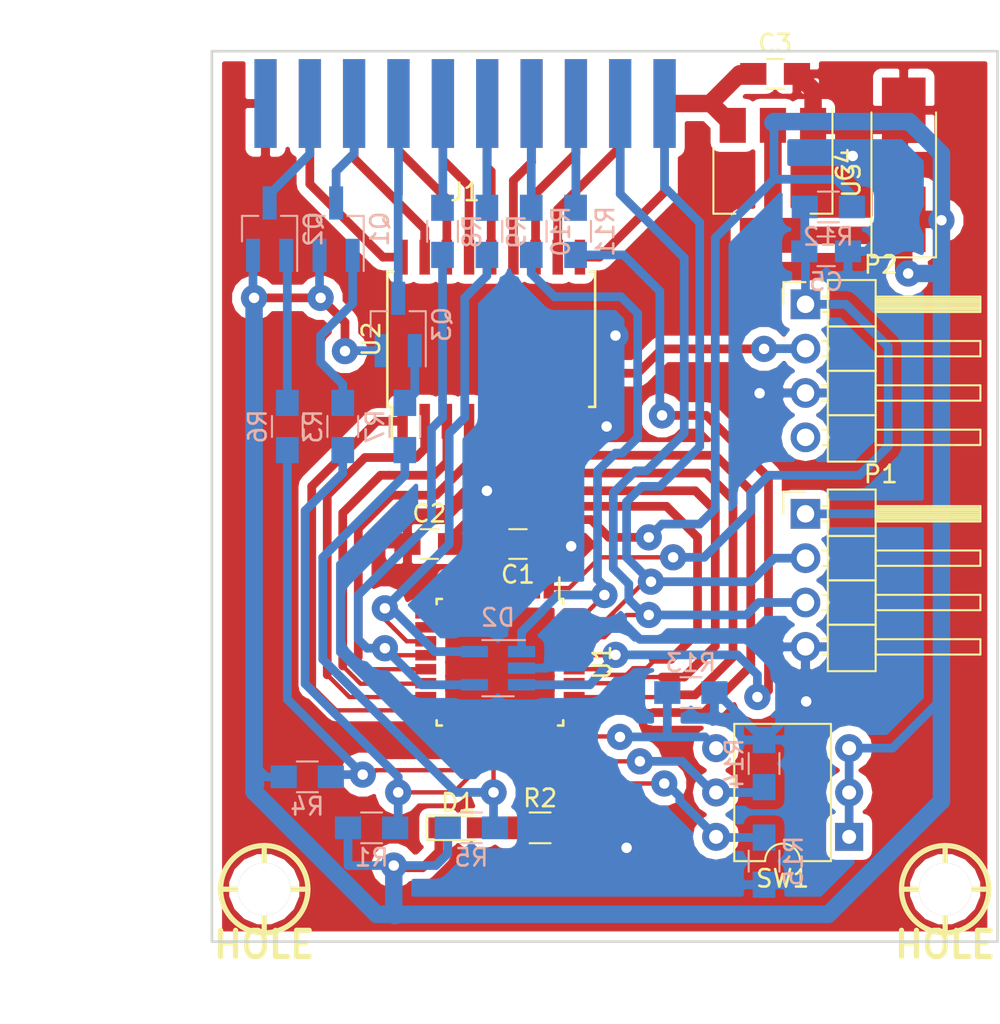
<source format=kicad_pcb>
(kicad_pcb (version 4) (host pcbnew 4.0.6)

  (general
    (links 93)
    (no_connects 0)
    (area 83.150001 22.145 142.071429 83.7)
    (thickness 1.6)
    (drawings 9)
    (tracks 536)
    (zones 0)
    (modules 34)
    (nets 46)
  )

  (page A4)
  (layers
    (0 F.Cu signal)
    (31 B.Cu signal)
    (32 B.Adhes user)
    (33 F.Adhes user)
    (34 B.Paste user)
    (35 F.Paste user)
    (36 B.SilkS user)
    (37 F.SilkS user)
    (38 B.Mask user)
    (39 F.Mask user)
    (40 Dwgs.User user)
    (41 Cmts.User user)
    (42 Eco1.User user)
    (43 Eco2.User user)
    (44 Edge.Cuts user)
    (45 Margin user)
    (46 B.CrtYd user)
    (47 F.CrtYd user)
    (48 B.Fab user)
    (49 F.Fab user)
  )

  (setup
    (last_trace_width 0.25)
    (user_trace_width 0.5)
    (user_trace_width 1)
    (user_trace_width 2.5)
    (trace_clearance 0.2)
    (zone_clearance 0.508)
    (zone_45_only yes)
    (trace_min 0.2)
    (segment_width 0.2)
    (edge_width 0.15)
    (via_size 1.5)
    (via_drill 0.6)
    (via_min_size 0.4)
    (via_min_drill 0.3)
    (user_via 1.2 0.6)
    (user_via 1.5 0.6)
    (user_via 2 0.8)
    (uvia_size 0.3)
    (uvia_drill 0.1)
    (uvias_allowed no)
    (uvia_min_size 0.2)
    (uvia_min_drill 0.1)
    (pcb_text_width 0.3)
    (pcb_text_size 1.5 1.5)
    (mod_edge_width 0.15)
    (mod_text_size 0.000001 0.000001)
    (mod_text_width 0.15)
    (pad_size 1.4 1.4)
    (pad_drill 0.6)
    (pad_to_mask_clearance 0.2)
    (aux_axis_origin 0 0)
    (visible_elements FFFFFF7F)
    (pcbplotparams
      (layerselection 0x00030_80000001)
      (usegerberextensions false)
      (excludeedgelayer true)
      (linewidth 0.100000)
      (plotframeref false)
      (viasonmask false)
      (mode 1)
      (useauxorigin false)
      (hpglpennumber 1)
      (hpglpenspeed 20)
      (hpglpendiameter 15)
      (hpglpenoverlay 2)
      (psnegative false)
      (psa4output false)
      (plotreference true)
      (plotvalue true)
      (plotinvisibletext false)
      (padsonsilk false)
      (subtractmaskfromsilk false)
      (outputformat 1)
      (mirror false)
      (drillshape 0)
      (scaleselection 1)
      (outputdirectory ""))
  )

  (net 0 "")
  (net 1 GND)
  (net 2 "Net-(C1-Pad2)")
  (net 3 +5V)
  (net 4 /NRST)
  (net 5 +12V)
  (net 6 "Net-(D1-Pad2)")
  (net 7 /PD4)
  (net 8 /PD7)
  (net 9 /PB4)
  (net 10 /PB5)
  (net 11 /S1P1)
  (net 12 /S1P2)
  (net 13 /S1P3)
  (net 14 /S1P4)
  (net 15 /S2P1)
  (net 16 /S2P2)
  (net 17 /S2P3)
  (net 18 /S2P4)
  (net 19 /M1E1)
  (net 20 /M1E2)
  (net 21 /OUT1)
  (net 22 /OUT2)
  (net 23 /OUT3)
  (net 24 /M2E1)
  (net 25 /M2E2)
  (net 26 /SWIM/PD1)
  (net 27 /PD6)
  (net 28 /PD5)
  (net 29 "Net-(Q1-Pad1)")
  (net 30 "Net-(Q3-Pad1)")
  (net 31 /PC4)
  (net 32 /PC2)
  (net 33 /PC1)
  (net 34 /PC3)
  (net 35 /PC5)
  (net 36 /PC6)
  (net 37 /PC7)
  (net 38 /PB3)
  (net 39 /PB2)
  (net 40 /PB1)
  (net 41 /PB0)
  (net 42 /PD0)
  (net 43 /PD2)
  (net 44 /PD3)
  (net 45 "Net-(Q2-Pad1)")

  (net_class Default "This is the default net class."
    (clearance 0.2)
    (trace_width 0.25)
    (via_dia 1.5)
    (via_drill 0.6)
    (uvia_dia 0.3)
    (uvia_drill 0.1)
    (add_net +5V)
    (add_net /M1E1)
    (add_net /M1E2)
    (add_net /M2E1)
    (add_net /M2E2)
    (add_net /NRST)
    (add_net /OUT1)
    (add_net /OUT2)
    (add_net /OUT3)
    (add_net /PB0)
    (add_net /PB1)
    (add_net /PB2)
    (add_net /PB3)
    (add_net /PB4)
    (add_net /PB5)
    (add_net /PC1)
    (add_net /PC2)
    (add_net /PC3)
    (add_net /PC4)
    (add_net /PC5)
    (add_net /PC6)
    (add_net /PC7)
    (add_net /PD0)
    (add_net /PD2)
    (add_net /PD3)
    (add_net /PD4)
    (add_net /PD5)
    (add_net /PD6)
    (add_net /PD7)
    (add_net /SWIM/PD1)
    (add_net GND)
    (add_net "Net-(C1-Pad2)")
    (add_net "Net-(D1-Pad2)")
    (add_net "Net-(Q1-Pad1)")
    (add_net "Net-(Q2-Pad1)")
    (add_net "Net-(Q3-Pad1)")
  )

  (net_class 0.5 ""
    (clearance 0.3)
    (trace_width 0.5)
    (via_dia 1.2)
    (via_drill 0.6)
    (uvia_dia 0.3)
    (uvia_drill 0.1)
  )

  (net_class 1 ""
    (clearance 0.5)
    (trace_width 1)
    (via_dia 2)
    (via_drill 0.8)
    (uvia_dia 0.3)
    (uvia_drill 0.1)
    (add_net +12V)
    (add_net /S1P1)
    (add_net /S1P2)
    (add_net /S1P3)
    (add_net /S1P4)
    (add_net /S2P1)
    (add_net /S2P2)
    (add_net /S2P3)
    (add_net /S2P4)
  )

  (net_class 2.5 ""
    (clearance 1)
    (trace_width 2.5)
    (via_dia 2.5)
    (via_drill 1)
    (uvia_dia 0.3)
    (uvia_drill 0.1)
  )

  (module Pin_Headers.pretty:Pin_Header_Angled_1x04_Pitch2.54mm placed (layer F.Cu) (tedit 5862ED52) (tstamp 599AD930)
    (at 129.5 40.5)
    (descr "Through hole angled pin header, 1x04, 2.54mm pitch, 6mm pin length, single row")
    (tags "Through hole angled pin header THT 1x04 2.54mm single row")
    (path /52FB0A49)
    (fp_text reference P2 (at 4.315 -2.27) (layer F.SilkS)
      (effects (font (size 1 1) (thickness 0.15)))
    )
    (fp_text value SWIM (at 4.315 9.89) (layer F.Fab)
      (effects (font (size 1 1) (thickness 0.15)))
    )
    (fp_line (start 1.4 -1.27) (end 1.4 1.27) (layer F.Fab) (width 0.1))
    (fp_line (start 1.4 1.27) (end 3.9 1.27) (layer F.Fab) (width 0.1))
    (fp_line (start 3.9 1.27) (end 3.9 -1.27) (layer F.Fab) (width 0.1))
    (fp_line (start 3.9 -1.27) (end 1.4 -1.27) (layer F.Fab) (width 0.1))
    (fp_line (start 0 -0.32) (end 0 0.32) (layer F.Fab) (width 0.1))
    (fp_line (start 0 0.32) (end 9.9 0.32) (layer F.Fab) (width 0.1))
    (fp_line (start 9.9 0.32) (end 9.9 -0.32) (layer F.Fab) (width 0.1))
    (fp_line (start 9.9 -0.32) (end 0 -0.32) (layer F.Fab) (width 0.1))
    (fp_line (start 1.4 1.27) (end 1.4 3.81) (layer F.Fab) (width 0.1))
    (fp_line (start 1.4 3.81) (end 3.9 3.81) (layer F.Fab) (width 0.1))
    (fp_line (start 3.9 3.81) (end 3.9 1.27) (layer F.Fab) (width 0.1))
    (fp_line (start 3.9 1.27) (end 1.4 1.27) (layer F.Fab) (width 0.1))
    (fp_line (start 0 2.22) (end 0 2.86) (layer F.Fab) (width 0.1))
    (fp_line (start 0 2.86) (end 9.9 2.86) (layer F.Fab) (width 0.1))
    (fp_line (start 9.9 2.86) (end 9.9 2.22) (layer F.Fab) (width 0.1))
    (fp_line (start 9.9 2.22) (end 0 2.22) (layer F.Fab) (width 0.1))
    (fp_line (start 1.4 3.81) (end 1.4 6.35) (layer F.Fab) (width 0.1))
    (fp_line (start 1.4 6.35) (end 3.9 6.35) (layer F.Fab) (width 0.1))
    (fp_line (start 3.9 6.35) (end 3.9 3.81) (layer F.Fab) (width 0.1))
    (fp_line (start 3.9 3.81) (end 1.4 3.81) (layer F.Fab) (width 0.1))
    (fp_line (start 0 4.76) (end 0 5.4) (layer F.Fab) (width 0.1))
    (fp_line (start 0 5.4) (end 9.9 5.4) (layer F.Fab) (width 0.1))
    (fp_line (start 9.9 5.4) (end 9.9 4.76) (layer F.Fab) (width 0.1))
    (fp_line (start 9.9 4.76) (end 0 4.76) (layer F.Fab) (width 0.1))
    (fp_line (start 1.4 6.35) (end 1.4 8.89) (layer F.Fab) (width 0.1))
    (fp_line (start 1.4 8.89) (end 3.9 8.89) (layer F.Fab) (width 0.1))
    (fp_line (start 3.9 8.89) (end 3.9 6.35) (layer F.Fab) (width 0.1))
    (fp_line (start 3.9 6.35) (end 1.4 6.35) (layer F.Fab) (width 0.1))
    (fp_line (start 0 7.3) (end 0 7.94) (layer F.Fab) (width 0.1))
    (fp_line (start 0 7.94) (end 9.9 7.94) (layer F.Fab) (width 0.1))
    (fp_line (start 9.9 7.94) (end 9.9 7.3) (layer F.Fab) (width 0.1))
    (fp_line (start 9.9 7.3) (end 0 7.3) (layer F.Fab) (width 0.1))
    (fp_line (start 1.28 -1.39) (end 1.28 1.27) (layer F.SilkS) (width 0.12))
    (fp_line (start 1.28 1.27) (end 4.02 1.27) (layer F.SilkS) (width 0.12))
    (fp_line (start 4.02 1.27) (end 4.02 -1.39) (layer F.SilkS) (width 0.12))
    (fp_line (start 4.02 -1.39) (end 1.28 -1.39) (layer F.SilkS) (width 0.12))
    (fp_line (start 4.02 -0.44) (end 4.02 0.44) (layer F.SilkS) (width 0.12))
    (fp_line (start 4.02 0.44) (end 10.02 0.44) (layer F.SilkS) (width 0.12))
    (fp_line (start 10.02 0.44) (end 10.02 -0.44) (layer F.SilkS) (width 0.12))
    (fp_line (start 10.02 -0.44) (end 4.02 -0.44) (layer F.SilkS) (width 0.12))
    (fp_line (start 0.97 -0.44) (end 1.28 -0.44) (layer F.SilkS) (width 0.12))
    (fp_line (start 0.97 0.44) (end 1.28 0.44) (layer F.SilkS) (width 0.12))
    (fp_line (start 4.02 -0.32) (end 10.02 -0.32) (layer F.SilkS) (width 0.12))
    (fp_line (start 4.02 -0.2) (end 10.02 -0.2) (layer F.SilkS) (width 0.12))
    (fp_line (start 4.02 -0.08) (end 10.02 -0.08) (layer F.SilkS) (width 0.12))
    (fp_line (start 4.02 0.04) (end 10.02 0.04) (layer F.SilkS) (width 0.12))
    (fp_line (start 4.02 0.16) (end 10.02 0.16) (layer F.SilkS) (width 0.12))
    (fp_line (start 4.02 0.28) (end 10.02 0.28) (layer F.SilkS) (width 0.12))
    (fp_line (start 4.02 0.4) (end 10.02 0.4) (layer F.SilkS) (width 0.12))
    (fp_line (start 1.28 1.27) (end 1.28 3.81) (layer F.SilkS) (width 0.12))
    (fp_line (start 1.28 3.81) (end 4.02 3.81) (layer F.SilkS) (width 0.12))
    (fp_line (start 4.02 3.81) (end 4.02 1.27) (layer F.SilkS) (width 0.12))
    (fp_line (start 4.02 1.27) (end 1.28 1.27) (layer F.SilkS) (width 0.12))
    (fp_line (start 4.02 2.1) (end 4.02 2.98) (layer F.SilkS) (width 0.12))
    (fp_line (start 4.02 2.98) (end 10.02 2.98) (layer F.SilkS) (width 0.12))
    (fp_line (start 10.02 2.98) (end 10.02 2.1) (layer F.SilkS) (width 0.12))
    (fp_line (start 10.02 2.1) (end 4.02 2.1) (layer F.SilkS) (width 0.12))
    (fp_line (start 0.97 2.1) (end 1.28 2.1) (layer F.SilkS) (width 0.12))
    (fp_line (start 0.97 2.98) (end 1.28 2.98) (layer F.SilkS) (width 0.12))
    (fp_line (start 1.28 3.81) (end 1.28 6.35) (layer F.SilkS) (width 0.12))
    (fp_line (start 1.28 6.35) (end 4.02 6.35) (layer F.SilkS) (width 0.12))
    (fp_line (start 4.02 6.35) (end 4.02 3.81) (layer F.SilkS) (width 0.12))
    (fp_line (start 4.02 3.81) (end 1.28 3.81) (layer F.SilkS) (width 0.12))
    (fp_line (start 4.02 4.64) (end 4.02 5.52) (layer F.SilkS) (width 0.12))
    (fp_line (start 4.02 5.52) (end 10.02 5.52) (layer F.SilkS) (width 0.12))
    (fp_line (start 10.02 5.52) (end 10.02 4.64) (layer F.SilkS) (width 0.12))
    (fp_line (start 10.02 4.64) (end 4.02 4.64) (layer F.SilkS) (width 0.12))
    (fp_line (start 0.97 4.64) (end 1.28 4.64) (layer F.SilkS) (width 0.12))
    (fp_line (start 0.97 5.52) (end 1.28 5.52) (layer F.SilkS) (width 0.12))
    (fp_line (start 1.28 6.35) (end 1.28 9.01) (layer F.SilkS) (width 0.12))
    (fp_line (start 1.28 9.01) (end 4.02 9.01) (layer F.SilkS) (width 0.12))
    (fp_line (start 4.02 9.01) (end 4.02 6.35) (layer F.SilkS) (width 0.12))
    (fp_line (start 4.02 6.35) (end 1.28 6.35) (layer F.SilkS) (width 0.12))
    (fp_line (start 4.02 7.18) (end 4.02 8.06) (layer F.SilkS) (width 0.12))
    (fp_line (start 4.02 8.06) (end 10.02 8.06) (layer F.SilkS) (width 0.12))
    (fp_line (start 10.02 8.06) (end 10.02 7.18) (layer F.SilkS) (width 0.12))
    (fp_line (start 10.02 7.18) (end 4.02 7.18) (layer F.SilkS) (width 0.12))
    (fp_line (start 0.97 7.18) (end 1.28 7.18) (layer F.SilkS) (width 0.12))
    (fp_line (start 0.97 8.06) (end 1.28 8.06) (layer F.SilkS) (width 0.12))
    (fp_line (start -1.27 0) (end -1.27 -1.27) (layer F.SilkS) (width 0.12))
    (fp_line (start -1.27 -1.27) (end 0 -1.27) (layer F.SilkS) (width 0.12))
    (fp_line (start -1.6 -1.6) (end -1.6 9.2) (layer F.CrtYd) (width 0.05))
    (fp_line (start -1.6 9.2) (end 10.2 9.2) (layer F.CrtYd) (width 0.05))
    (fp_line (start 10.2 9.2) (end 10.2 -1.6) (layer F.CrtYd) (width 0.05))
    (fp_line (start 10.2 -1.6) (end -1.6 -1.6) (layer F.CrtYd) (width 0.05))
    (pad 1 thru_hole rect (at 0 0) (size 1.7 1.7) (drill 1) (layers *.Cu *.Mask)
      (net 4 /NRST))
    (pad 2 thru_hole oval (at 0 2.54) (size 1.7 1.7) (drill 1) (layers *.Cu *.Mask)
      (net 26 /SWIM/PD1))
    (pad 3 thru_hole oval (at 0 5.08) (size 1.7 1.7) (drill 1) (layers *.Cu *.Mask)
      (net 1 GND))
    (pad 4 thru_hole oval (at 0 7.62) (size 1.7 1.7) (drill 1) (layers *.Cu *.Mask))
    (model Pin_Headers.3dshapes/Pin_Header_Angled_1x04_Pitch2.54mm.wrl
      (at (xyz 0 -0.15 0))
      (scale (xyz 1 1 1))
      (rotate (xyz 0 0 90))
    )
  )

  (module Resistors_SMD.pretty:R_0805_HandSoldering (layer F.Cu) (tedit 58AADA1D) (tstamp 599AD9C3)
    (at 114.3 70.485)
    (descr "Resistor SMD 0805, hand soldering")
    (tags "resistor 0805")
    (path /52FB0DE2)
    (attr smd)
    (fp_text reference R2 (at 0 -1.7) (layer F.SilkS)
      (effects (font (size 1 1) (thickness 0.15)))
    )
    (fp_text value 470 (at 0 1.75) (layer F.Fab)
      (effects (font (size 1 1) (thickness 0.15)))
    )
    (fp_text user %R (at 0 -1.7) (layer F.Fab)
      (effects (font (size 1 1) (thickness 0.15)))
    )
    (fp_line (start -1 0.62) (end -1 -0.62) (layer F.Fab) (width 0.1))
    (fp_line (start 1 0.62) (end -1 0.62) (layer F.Fab) (width 0.1))
    (fp_line (start 1 -0.62) (end 1 0.62) (layer F.Fab) (width 0.1))
    (fp_line (start -1 -0.62) (end 1 -0.62) (layer F.Fab) (width 0.1))
    (fp_line (start 0.6 0.88) (end -0.6 0.88) (layer F.SilkS) (width 0.12))
    (fp_line (start -0.6 -0.88) (end 0.6 -0.88) (layer F.SilkS) (width 0.12))
    (fp_line (start -2.35 -0.9) (end 2.35 -0.9) (layer F.CrtYd) (width 0.05))
    (fp_line (start -2.35 -0.9) (end -2.35 0.9) (layer F.CrtYd) (width 0.05))
    (fp_line (start 2.35 0.9) (end 2.35 -0.9) (layer F.CrtYd) (width 0.05))
    (fp_line (start 2.35 0.9) (end -2.35 0.9) (layer F.CrtYd) (width 0.05))
    (pad 1 smd rect (at -1.35 0) (size 1.5 1.3) (layers F.Cu F.Paste F.Mask)
      (net 6 "Net-(D1-Pad2)"))
    (pad 2 smd rect (at 1.35 0) (size 1.5 1.3) (layers F.Cu F.Paste F.Mask)
      (net 31 /PC4))
    (model Resistors_SMD.3dshapes/R_0805.wrl
      (at (xyz 0 0 0))
      (scale (xyz 1 1 1))
      (rotate (xyz 0 0 0))
    )
  )

  (module Capacitors_SMD.pretty:C_0805_HandSoldering (layer F.Cu) (tedit 58AA84A8) (tstamp 599AD83E)
    (at 113.03 54.229 180)
    (descr "Capacitor SMD 0805, hand soldering")
    (tags "capacitor 0805")
    (path /52FB0413)
    (attr smd)
    (fp_text reference C1 (at 0 -1.75 180) (layer F.SilkS)
      (effects (font (size 1 1) (thickness 0.15)))
    )
    (fp_text value 1u (at 0 1.75 180) (layer F.Fab)
      (effects (font (size 1 1) (thickness 0.15)))
    )
    (fp_text user %R (at 0 -1.75 180) (layer F.Fab)
      (effects (font (size 1 1) (thickness 0.15)))
    )
    (fp_line (start -1 0.62) (end -1 -0.62) (layer F.Fab) (width 0.1))
    (fp_line (start 1 0.62) (end -1 0.62) (layer F.Fab) (width 0.1))
    (fp_line (start 1 -0.62) (end 1 0.62) (layer F.Fab) (width 0.1))
    (fp_line (start -1 -0.62) (end 1 -0.62) (layer F.Fab) (width 0.1))
    (fp_line (start 0.5 -0.85) (end -0.5 -0.85) (layer F.SilkS) (width 0.12))
    (fp_line (start -0.5 0.85) (end 0.5 0.85) (layer F.SilkS) (width 0.12))
    (fp_line (start -2.25 -0.88) (end 2.25 -0.88) (layer F.CrtYd) (width 0.05))
    (fp_line (start -2.25 -0.88) (end -2.25 0.87) (layer F.CrtYd) (width 0.05))
    (fp_line (start 2.25 0.87) (end 2.25 -0.88) (layer F.CrtYd) (width 0.05))
    (fp_line (start 2.25 0.87) (end -2.25 0.87) (layer F.CrtYd) (width 0.05))
    (pad 1 smd rect (at -1.25 0 180) (size 1.5 1.25) (layers F.Cu F.Paste F.Mask)
      (net 1 GND))
    (pad 2 smd rect (at 1.25 0 180) (size 1.5 1.25) (layers F.Cu F.Paste F.Mask)
      (net 2 "Net-(C1-Pad2)"))
    (model Capacitors_SMD.3dshapes/C_0805.wrl
      (at (xyz 0 0 0))
      (scale (xyz 1 1 1))
      (rotate (xyz 0 0 0))
    )
  )

  (module Capacitors_SMD.pretty:C_0805_HandSoldering (layer F.Cu) (tedit 58AA84A8) (tstamp 599AD84F)
    (at 107.95 54.229)
    (descr "Capacitor SMD 0805, hand soldering")
    (tags "capacitor 0805")
    (path /52FB0426)
    (attr smd)
    (fp_text reference C2 (at 0 -1.75) (layer F.SilkS)
      (effects (font (size 1 1) (thickness 0.15)))
    )
    (fp_text value 0.1 (at 0 1.75) (layer F.Fab)
      (effects (font (size 1 1) (thickness 0.15)))
    )
    (fp_text user %R (at 0 -1.75) (layer F.Fab)
      (effects (font (size 1 1) (thickness 0.15)))
    )
    (fp_line (start -1 0.62) (end -1 -0.62) (layer F.Fab) (width 0.1))
    (fp_line (start 1 0.62) (end -1 0.62) (layer F.Fab) (width 0.1))
    (fp_line (start 1 -0.62) (end 1 0.62) (layer F.Fab) (width 0.1))
    (fp_line (start -1 -0.62) (end 1 -0.62) (layer F.Fab) (width 0.1))
    (fp_line (start 0.5 -0.85) (end -0.5 -0.85) (layer F.SilkS) (width 0.12))
    (fp_line (start -0.5 0.85) (end 0.5 0.85) (layer F.SilkS) (width 0.12))
    (fp_line (start -2.25 -0.88) (end 2.25 -0.88) (layer F.CrtYd) (width 0.05))
    (fp_line (start -2.25 -0.88) (end -2.25 0.87) (layer F.CrtYd) (width 0.05))
    (fp_line (start 2.25 0.87) (end 2.25 -0.88) (layer F.CrtYd) (width 0.05))
    (fp_line (start 2.25 0.87) (end -2.25 0.87) (layer F.CrtYd) (width 0.05))
    (pad 1 smd rect (at -1.25 0) (size 1.5 1.25) (layers F.Cu F.Paste F.Mask)
      (net 1 GND))
    (pad 2 smd rect (at 1.25 0) (size 1.5 1.25) (layers F.Cu F.Paste F.Mask)
      (net 3 +5V))
    (model Capacitors_SMD.3dshapes/C_0805.wrl
      (at (xyz 0 0 0))
      (scale (xyz 1 1 1))
      (rotate (xyz 0 0 0))
    )
  )

  (module Capacitors_SMD.pretty:C_0805_HandSoldering (layer F.Cu) (tedit 58AA84A8) (tstamp 599AD860)
    (at 127.762 27.305)
    (descr "Capacitor SMD 0805, hand soldering")
    (tags "capacitor 0805")
    (path /59852CFD)
    (attr smd)
    (fp_text reference C3 (at 0 -1.75) (layer F.SilkS)
      (effects (font (size 1 1) (thickness 0.15)))
    )
    (fp_text value 0.1 (at 0 1.75) (layer F.Fab)
      (effects (font (size 1 1) (thickness 0.15)))
    )
    (fp_text user %R (at 0 -1.75) (layer F.Fab)
      (effects (font (size 1 1) (thickness 0.15)))
    )
    (fp_line (start -1 0.62) (end -1 -0.62) (layer F.Fab) (width 0.1))
    (fp_line (start 1 0.62) (end -1 0.62) (layer F.Fab) (width 0.1))
    (fp_line (start 1 -0.62) (end 1 0.62) (layer F.Fab) (width 0.1))
    (fp_line (start -1 -0.62) (end 1 -0.62) (layer F.Fab) (width 0.1))
    (fp_line (start 0.5 -0.85) (end -0.5 -0.85) (layer F.SilkS) (width 0.12))
    (fp_line (start -0.5 0.85) (end 0.5 0.85) (layer F.SilkS) (width 0.12))
    (fp_line (start -2.25 -0.88) (end 2.25 -0.88) (layer F.CrtYd) (width 0.05))
    (fp_line (start -2.25 -0.88) (end -2.25 0.87) (layer F.CrtYd) (width 0.05))
    (fp_line (start 2.25 0.87) (end 2.25 -0.88) (layer F.CrtYd) (width 0.05))
    (fp_line (start 2.25 0.87) (end -2.25 0.87) (layer F.CrtYd) (width 0.05))
    (pad 1 smd rect (at -1.25 0) (size 1.5 1.25) (layers F.Cu F.Paste F.Mask)
      (net 5 +12V))
    (pad 2 smd rect (at 1.25 0) (size 1.5 1.25) (layers F.Cu F.Paste F.Mask)
      (net 1 GND))
    (model Capacitors_SMD.3dshapes/C_0805.wrl
      (at (xyz 0 0 0))
      (scale (xyz 1 1 1))
      (rotate (xyz 0 0 0))
    )
  )

  (module LEDs.pretty:LED_0805 (layer F.Cu) (tedit 57FE93EC) (tstamp 599AD899)
    (at 109.601 70.485)
    (descr "LED 0805 smd package")
    (tags "LED led 0805 SMD smd SMT smt smdled SMDLED smtled SMTLED")
    (path /52FB0DD3)
    (attr smd)
    (fp_text reference D1 (at 0 -1.45) (layer F.SilkS)
      (effects (font (size 1 1) (thickness 0.15)))
    )
    (fp_text value LED (at 0 1.55) (layer F.Fab)
      (effects (font (size 1 1) (thickness 0.15)))
    )
    (fp_line (start -1.8 -0.7) (end -1.8 0.7) (layer F.SilkS) (width 0.12))
    (fp_line (start -0.4 -0.4) (end -0.4 0.4) (layer F.Fab) (width 0.1))
    (fp_line (start -0.4 0) (end 0.2 -0.4) (layer F.Fab) (width 0.1))
    (fp_line (start 0.2 0.4) (end -0.4 0) (layer F.Fab) (width 0.1))
    (fp_line (start 0.2 -0.4) (end 0.2 0.4) (layer F.Fab) (width 0.1))
    (fp_line (start 1 0.6) (end -1 0.6) (layer F.Fab) (width 0.1))
    (fp_line (start 1 -0.6) (end 1 0.6) (layer F.Fab) (width 0.1))
    (fp_line (start -1 -0.6) (end 1 -0.6) (layer F.Fab) (width 0.1))
    (fp_line (start -1 0.6) (end -1 -0.6) (layer F.Fab) (width 0.1))
    (fp_line (start -1.8 0.7) (end 1 0.7) (layer F.SilkS) (width 0.12))
    (fp_line (start -1.8 -0.7) (end 1 -0.7) (layer F.SilkS) (width 0.12))
    (fp_line (start 1.95 -0.85) (end 1.95 0.85) (layer F.CrtYd) (width 0.05))
    (fp_line (start 1.95 0.85) (end -1.95 0.85) (layer F.CrtYd) (width 0.05))
    (fp_line (start -1.95 0.85) (end -1.95 -0.85) (layer F.CrtYd) (width 0.05))
    (fp_line (start -1.95 -0.85) (end 1.95 -0.85) (layer F.CrtYd) (width 0.05))
    (pad 2 smd rect (at 1.1 0 180) (size 1.2 1.2) (layers F.Cu F.Paste F.Mask)
      (net 6 "Net-(D1-Pad2)"))
    (pad 1 smd rect (at -1.1 0 180) (size 1.2 1.2) (layers F.Cu F.Paste F.Mask)
      (net 3 +5V))
    (model LEDs.3dshapes/LED_0805.wrl
      (at (xyz 0 0 0))
      (scale (xyz 1 1 1))
      (rotate (xyz 0 0 180))
    )
  )

  (module TO_SOT_Packages_SMD.pretty:SOT-23-5_HandSoldering placed (layer B.Cu) (tedit 583F3A3F) (tstamp 599AD8A2)
    (at 111.887 61.341 180)
    (descr "5-pin SOT23 package")
    (tags "SOT-23-5 hand-soldering")
    (path /59840D28)
    (attr smd)
    (fp_text reference D2 (at 0 2.9 180) (layer B.SilkS)
      (effects (font (size 1 1) (thickness 0.15)) (justify mirror))
    )
    (fp_text value SP0504BAHT (at 0 -2.9 180) (layer B.Fab)
      (effects (font (size 1 1) (thickness 0.15)) (justify mirror))
    )
    (fp_line (start -0.9 -1.61) (end 0.9 -1.61) (layer B.SilkS) (width 0.12))
    (fp_line (start 0.9 1.61) (end -1.55 1.61) (layer B.SilkS) (width 0.12))
    (fp_line (start -0.9 0.9) (end -0.25 1.55) (layer B.Fab) (width 0.1))
    (fp_line (start 0.9 1.55) (end -0.25 1.55) (layer B.Fab) (width 0.1))
    (fp_line (start -0.9 0.9) (end -0.9 -1.55) (layer B.Fab) (width 0.1))
    (fp_line (start 0.9 -1.55) (end -0.9 -1.55) (layer B.Fab) (width 0.1))
    (fp_line (start 0.9 1.55) (end 0.9 -1.55) (layer B.Fab) (width 0.1))
    (fp_line (start -2.38 1.8) (end 2.38 1.8) (layer B.CrtYd) (width 0.05))
    (fp_line (start -2.38 1.8) (end -2.38 -1.8) (layer B.CrtYd) (width 0.05))
    (fp_line (start 2.38 -1.8) (end 2.38 1.8) (layer B.CrtYd) (width 0.05))
    (fp_line (start 2.38 -1.8) (end -2.38 -1.8) (layer B.CrtYd) (width 0.05))
    (pad 1 smd rect (at -1.35 0.95 180) (size 1.56 0.65) (layers B.Cu B.Paste B.Mask)
      (net 8 /PD7))
    (pad 2 smd rect (at -1.35 0 180) (size 1.56 0.65) (layers B.Cu B.Paste B.Mask)
      (net 1 GND))
    (pad 3 smd rect (at -1.35 -0.95 180) (size 1.56 0.65) (layers B.Cu B.Paste B.Mask)
      (net 7 /PD4))
    (pad 4 smd rect (at 1.35 -0.95 180) (size 1.56 0.65) (layers B.Cu B.Paste B.Mask)
      (net 9 /PB4))
    (pad 5 smd rect (at 1.35 0.95 180) (size 1.56 0.65) (layers B.Cu B.Paste B.Mask)
      (net 10 /PB5))
    (model TO_SOT_Packages_SMD.3dshapes\SOT-23-5.wrl
      (at (xyz 0 0 0))
      (scale (xyz 1 1 1))
      (rotate (xyz 0 0 0))
    )
  )

  (module TO_SOT_Packages_SMD.pretty:SOT-23_Handsoldering placed (layer B.Cu) (tedit 583F3954) (tstamp 599AD994)
    (at 102.616 36.195 90)
    (descr "SOT-23, Handsoldering")
    (tags SOT-23)
    (path /59834381)
    (attr smd)
    (fp_text reference Q1 (at 0 2.5 90) (layer B.SilkS)
      (effects (font (size 1 1) (thickness 0.15)) (justify mirror))
    )
    (fp_text value AO3401 (at 0 -2.5 90) (layer B.Fab)
      (effects (font (size 1 1) (thickness 0.15)) (justify mirror))
    )
    (fp_line (start 0.76 -1.58) (end 0.76 -0.65) (layer B.SilkS) (width 0.12))
    (fp_line (start 0.76 1.58) (end 0.76 0.65) (layer B.SilkS) (width 0.12))
    (fp_line (start -2.7 1.75) (end 2.7 1.75) (layer B.CrtYd) (width 0.05))
    (fp_line (start 2.7 1.75) (end 2.7 -1.75) (layer B.CrtYd) (width 0.05))
    (fp_line (start 2.7 -1.75) (end -2.7 -1.75) (layer B.CrtYd) (width 0.05))
    (fp_line (start -2.7 -1.75) (end -2.7 1.75) (layer B.CrtYd) (width 0.05))
    (fp_line (start 0.76 1.58) (end -2.4 1.58) (layer B.SilkS) (width 0.12))
    (fp_line (start -0.7 0.95) (end -0.7 -1.5) (layer B.Fab) (width 0.1))
    (fp_line (start -0.15 1.52) (end 0.7 1.52) (layer B.Fab) (width 0.1))
    (fp_line (start -0.7 0.95) (end -0.15 1.52) (layer B.Fab) (width 0.1))
    (fp_line (start 0.7 1.52) (end 0.7 -1.52) (layer B.Fab) (width 0.1))
    (fp_line (start -0.7 -1.52) (end 0.7 -1.52) (layer B.Fab) (width 0.1))
    (fp_line (start 0.76 -1.58) (end -0.7 -1.58) (layer B.SilkS) (width 0.12))
    (pad 1 smd rect (at -1.5 0.95 90) (size 1.9 0.8) (layers B.Cu B.Paste B.Mask)
      (net 29 "Net-(Q1-Pad1)"))
    (pad 2 smd rect (at -1.5 -0.95 90) (size 1.9 0.8) (layers B.Cu B.Paste B.Mask)
      (net 3 +5V))
    (pad 3 smd rect (at 1.5 0 90) (size 1.9 0.8) (layers B.Cu B.Paste B.Mask)
      (net 22 /OUT2))
    (model TO_SOT_Packages_SMD.3dshapes\SOT-23_Handsoldering.wrl
      (at (xyz 0 0 0))
      (scale (xyz 1 1 1))
      (rotate (xyz 0 0 90))
    )
  )

  (module TO_SOT_Packages_SMD.pretty:SOT-23_Handsoldering placed (layer B.Cu) (tedit 583F3954) (tstamp 599AD99B)
    (at 98.806 36.195 90)
    (descr "SOT-23, Handsoldering")
    (tags SOT-23)
    (path /5987675E)
    (attr smd)
    (fp_text reference Q2 (at 0 2.5 90) (layer B.SilkS)
      (effects (font (size 1 1) (thickness 0.15)) (justify mirror))
    )
    (fp_text value AO3401 (at 0 -2.5 90) (layer B.Fab)
      (effects (font (size 1 1) (thickness 0.15)) (justify mirror))
    )
    (fp_line (start 0.76 -1.58) (end 0.76 -0.65) (layer B.SilkS) (width 0.12))
    (fp_line (start 0.76 1.58) (end 0.76 0.65) (layer B.SilkS) (width 0.12))
    (fp_line (start -2.7 1.75) (end 2.7 1.75) (layer B.CrtYd) (width 0.05))
    (fp_line (start 2.7 1.75) (end 2.7 -1.75) (layer B.CrtYd) (width 0.05))
    (fp_line (start 2.7 -1.75) (end -2.7 -1.75) (layer B.CrtYd) (width 0.05))
    (fp_line (start -2.7 -1.75) (end -2.7 1.75) (layer B.CrtYd) (width 0.05))
    (fp_line (start 0.76 1.58) (end -2.4 1.58) (layer B.SilkS) (width 0.12))
    (fp_line (start -0.7 0.95) (end -0.7 -1.5) (layer B.Fab) (width 0.1))
    (fp_line (start -0.15 1.52) (end 0.7 1.52) (layer B.Fab) (width 0.1))
    (fp_line (start -0.7 0.95) (end -0.15 1.52) (layer B.Fab) (width 0.1))
    (fp_line (start 0.7 1.52) (end 0.7 -1.52) (layer B.Fab) (width 0.1))
    (fp_line (start -0.7 -1.52) (end 0.7 -1.52) (layer B.Fab) (width 0.1))
    (fp_line (start 0.76 -1.58) (end -0.7 -1.58) (layer B.SilkS) (width 0.12))
    (pad 1 smd rect (at -1.5 0.95 90) (size 1.9 0.8) (layers B.Cu B.Paste B.Mask)
      (net 45 "Net-(Q2-Pad1)"))
    (pad 2 smd rect (at -1.5 -0.95 90) (size 1.9 0.8) (layers B.Cu B.Paste B.Mask)
      (net 3 +5V))
    (pad 3 smd rect (at 1.5 0 90) (size 1.9 0.8) (layers B.Cu B.Paste B.Mask)
      (net 21 /OUT1))
    (model TO_SOT_Packages_SMD.3dshapes\SOT-23_Handsoldering.wrl
      (at (xyz 0 0 0))
      (scale (xyz 1 1 1))
      (rotate (xyz 0 0 90))
    )
  )

  (module TO_SOT_Packages_SMD.pretty:SOT-23_Handsoldering placed (layer B.Cu) (tedit 583F3954) (tstamp 599AD9A2)
    (at 106.172 41.656 90)
    (descr "SOT-23, Handsoldering")
    (tags SOT-23)
    (path /59875BDE)
    (attr smd)
    (fp_text reference Q3 (at 0 2.5 90) (layer B.SilkS)
      (effects (font (size 1 1) (thickness 0.15)) (justify mirror))
    )
    (fp_text value AO3401 (at 0 -2.5 90) (layer B.Fab)
      (effects (font (size 1 1) (thickness 0.15)) (justify mirror))
    )
    (fp_line (start 0.76 -1.58) (end 0.76 -0.65) (layer B.SilkS) (width 0.12))
    (fp_line (start 0.76 1.58) (end 0.76 0.65) (layer B.SilkS) (width 0.12))
    (fp_line (start -2.7 1.75) (end 2.7 1.75) (layer B.CrtYd) (width 0.05))
    (fp_line (start 2.7 1.75) (end 2.7 -1.75) (layer B.CrtYd) (width 0.05))
    (fp_line (start 2.7 -1.75) (end -2.7 -1.75) (layer B.CrtYd) (width 0.05))
    (fp_line (start -2.7 -1.75) (end -2.7 1.75) (layer B.CrtYd) (width 0.05))
    (fp_line (start 0.76 1.58) (end -2.4 1.58) (layer B.SilkS) (width 0.12))
    (fp_line (start -0.7 0.95) (end -0.7 -1.5) (layer B.Fab) (width 0.1))
    (fp_line (start -0.15 1.52) (end 0.7 1.52) (layer B.Fab) (width 0.1))
    (fp_line (start -0.7 0.95) (end -0.15 1.52) (layer B.Fab) (width 0.1))
    (fp_line (start 0.7 1.52) (end 0.7 -1.52) (layer B.Fab) (width 0.1))
    (fp_line (start -0.7 -1.52) (end 0.7 -1.52) (layer B.Fab) (width 0.1))
    (fp_line (start 0.76 -1.58) (end -0.7 -1.58) (layer B.SilkS) (width 0.12))
    (pad 1 smd rect (at -1.5 0.95 90) (size 1.9 0.8) (layers B.Cu B.Paste B.Mask)
      (net 30 "Net-(Q3-Pad1)"))
    (pad 2 smd rect (at -1.5 -0.95 90) (size 1.9 0.8) (layers B.Cu B.Paste B.Mask)
      (net 3 +5V))
    (pad 3 smd rect (at 1.5 0 90) (size 1.9 0.8) (layers B.Cu B.Paste B.Mask)
      (net 23 /OUT3))
    (model TO_SOT_Packages_SMD.3dshapes\SOT-23_Handsoldering.wrl
      (at (xyz 0 0 0))
      (scale (xyz 1 1 1))
      (rotate (xyz 0 0 90))
    )
  )

  (module Resistors_SMD.pretty:R_0805_HandSoldering placed (layer B.Cu) (tedit 58AADA1D) (tstamp 599AD9BD)
    (at 104.648 70.485)
    (descr "Resistor SMD 0805, hand soldering")
    (tags "resistor 0805")
    (path /5984439B)
    (attr smd)
    (fp_text reference R1 (at 0 1.7) (layer B.SilkS)
      (effects (font (size 1 1) (thickness 0.15)) (justify mirror))
    )
    (fp_text value 10k (at 0 -1.75) (layer B.Fab)
      (effects (font (size 1 1) (thickness 0.15)) (justify mirror))
    )
    (fp_text user %R (at 0 1.7) (layer B.Fab)
      (effects (font (size 1 1) (thickness 0.15)) (justify mirror))
    )
    (fp_line (start -1 -0.62) (end -1 0.62) (layer B.Fab) (width 0.1))
    (fp_line (start 1 -0.62) (end -1 -0.62) (layer B.Fab) (width 0.1))
    (fp_line (start 1 0.62) (end 1 -0.62) (layer B.Fab) (width 0.1))
    (fp_line (start -1 0.62) (end 1 0.62) (layer B.Fab) (width 0.1))
    (fp_line (start 0.6 -0.88) (end -0.6 -0.88) (layer B.SilkS) (width 0.12))
    (fp_line (start -0.6 0.88) (end 0.6 0.88) (layer B.SilkS) (width 0.12))
    (fp_line (start -2.35 0.9) (end 2.35 0.9) (layer B.CrtYd) (width 0.05))
    (fp_line (start -2.35 0.9) (end -2.35 -0.9) (layer B.CrtYd) (width 0.05))
    (fp_line (start 2.35 -0.9) (end 2.35 0.9) (layer B.CrtYd) (width 0.05))
    (fp_line (start 2.35 -0.9) (end -2.35 -0.9) (layer B.CrtYd) (width 0.05))
    (pad 1 smd rect (at -1.35 0) (size 1.5 1.3) (layers B.Cu B.Paste B.Mask)
      (net 3 +5V))
    (pad 2 smd rect (at 1.35 0) (size 1.5 1.3) (layers B.Cu B.Paste B.Mask)
      (net 32 /PC2))
    (model Resistors_SMD.3dshapes/R_0805.wrl
      (at (xyz 0 0 0))
      (scale (xyz 1 1 1))
      (rotate (xyz 0 0 0))
    )
  )

  (module Resistors_SMD.pretty:R_0805_HandSoldering (layer B.Cu) (tedit 58AADA1D) (tstamp 599AD9C9)
    (at 102.997 47.498 270)
    (descr "Resistor SMD 0805, hand soldering")
    (tags "resistor 0805")
    (path /59836A36)
    (attr smd)
    (fp_text reference R3 (at 0 1.7 270) (layer B.SilkS)
      (effects (font (size 1 1) (thickness 0.15)) (justify mirror))
    )
    (fp_text value 330 (at 0 -1.75 270) (layer B.Fab)
      (effects (font (size 1 1) (thickness 0.15)) (justify mirror))
    )
    (fp_text user %R (at 0 1.7 270) (layer B.Fab)
      (effects (font (size 1 1) (thickness 0.15)) (justify mirror))
    )
    (fp_line (start -1 -0.62) (end -1 0.62) (layer B.Fab) (width 0.1))
    (fp_line (start 1 -0.62) (end -1 -0.62) (layer B.Fab) (width 0.1))
    (fp_line (start 1 0.62) (end 1 -0.62) (layer B.Fab) (width 0.1))
    (fp_line (start -1 0.62) (end 1 0.62) (layer B.Fab) (width 0.1))
    (fp_line (start 0.6 -0.88) (end -0.6 -0.88) (layer B.SilkS) (width 0.12))
    (fp_line (start -0.6 0.88) (end 0.6 0.88) (layer B.SilkS) (width 0.12))
    (fp_line (start -2.35 0.9) (end 2.35 0.9) (layer B.CrtYd) (width 0.05))
    (fp_line (start -2.35 0.9) (end -2.35 -0.9) (layer B.CrtYd) (width 0.05))
    (fp_line (start 2.35 -0.9) (end 2.35 0.9) (layer B.CrtYd) (width 0.05))
    (fp_line (start 2.35 -0.9) (end -2.35 -0.9) (layer B.CrtYd) (width 0.05))
    (pad 1 smd rect (at -1.35 0 270) (size 1.5 1.3) (layers B.Cu B.Paste B.Mask)
      (net 29 "Net-(Q1-Pad1)"))
    (pad 2 smd rect (at 1.35 0 270) (size 1.5 1.3) (layers B.Cu B.Paste B.Mask)
      (net 32 /PC2))
    (model Resistors_SMD.3dshapes/R_0805.wrl
      (at (xyz 0 0 0))
      (scale (xyz 1 1 1))
      (rotate (xyz 0 0 0))
    )
  )

  (module Resistors_SMD.pretty:R_0805_HandSoldering (layer B.Cu) (tedit 58AADA1D) (tstamp 599AD9CF)
    (at 100.965 67.564)
    (descr "Resistor SMD 0805, hand soldering")
    (tags "resistor 0805")
    (path /5987676A)
    (attr smd)
    (fp_text reference R4 (at 0 1.7) (layer B.SilkS)
      (effects (font (size 1 1) (thickness 0.15)) (justify mirror))
    )
    (fp_text value 10k (at 0 -1.75) (layer B.Fab)
      (effects (font (size 1 1) (thickness 0.15)) (justify mirror))
    )
    (fp_text user %R (at 0 1.7) (layer B.Fab)
      (effects (font (size 1 1) (thickness 0.15)) (justify mirror))
    )
    (fp_line (start -1 -0.62) (end -1 0.62) (layer B.Fab) (width 0.1))
    (fp_line (start 1 -0.62) (end -1 -0.62) (layer B.Fab) (width 0.1))
    (fp_line (start 1 0.62) (end 1 -0.62) (layer B.Fab) (width 0.1))
    (fp_line (start -1 0.62) (end 1 0.62) (layer B.Fab) (width 0.1))
    (fp_line (start 0.6 -0.88) (end -0.6 -0.88) (layer B.SilkS) (width 0.12))
    (fp_line (start -0.6 0.88) (end 0.6 0.88) (layer B.SilkS) (width 0.12))
    (fp_line (start -2.35 0.9) (end 2.35 0.9) (layer B.CrtYd) (width 0.05))
    (fp_line (start -2.35 0.9) (end -2.35 -0.9) (layer B.CrtYd) (width 0.05))
    (fp_line (start 2.35 -0.9) (end 2.35 0.9) (layer B.CrtYd) (width 0.05))
    (fp_line (start 2.35 -0.9) (end -2.35 -0.9) (layer B.CrtYd) (width 0.05))
    (pad 1 smd rect (at -1.35 0) (size 1.5 1.3) (layers B.Cu B.Paste B.Mask)
      (net 3 +5V))
    (pad 2 smd rect (at 1.35 0) (size 1.5 1.3) (layers B.Cu B.Paste B.Mask)
      (net 33 /PC1))
    (model Resistors_SMD.3dshapes/R_0805.wrl
      (at (xyz 0 0 0))
      (scale (xyz 1 1 1))
      (rotate (xyz 0 0 0))
    )
  )

  (module Resistors_SMD.pretty:R_0805_HandSoldering placed (layer B.Cu) (tedit 58AADA1D) (tstamp 599AD9D5)
    (at 110.363 70.485)
    (descr "Resistor SMD 0805, hand soldering")
    (tags "resistor 0805")
    (path /59875BEA)
    (attr smd)
    (fp_text reference R5 (at 0 1.7) (layer B.SilkS)
      (effects (font (size 1 1) (thickness 0.15)) (justify mirror))
    )
    (fp_text value 10k (at 0 -1.75) (layer B.Fab)
      (effects (font (size 1 1) (thickness 0.15)) (justify mirror))
    )
    (fp_text user %R (at 0 1.7) (layer B.Fab)
      (effects (font (size 1 1) (thickness 0.15)) (justify mirror))
    )
    (fp_line (start -1 -0.62) (end -1 0.62) (layer B.Fab) (width 0.1))
    (fp_line (start 1 -0.62) (end -1 -0.62) (layer B.Fab) (width 0.1))
    (fp_line (start 1 0.62) (end 1 -0.62) (layer B.Fab) (width 0.1))
    (fp_line (start -1 0.62) (end 1 0.62) (layer B.Fab) (width 0.1))
    (fp_line (start 0.6 -0.88) (end -0.6 -0.88) (layer B.SilkS) (width 0.12))
    (fp_line (start -0.6 0.88) (end 0.6 0.88) (layer B.SilkS) (width 0.12))
    (fp_line (start -2.35 0.9) (end 2.35 0.9) (layer B.CrtYd) (width 0.05))
    (fp_line (start -2.35 0.9) (end -2.35 -0.9) (layer B.CrtYd) (width 0.05))
    (fp_line (start 2.35 -0.9) (end 2.35 0.9) (layer B.CrtYd) (width 0.05))
    (fp_line (start 2.35 -0.9) (end -2.35 -0.9) (layer B.CrtYd) (width 0.05))
    (pad 1 smd rect (at -1.35 0) (size 1.5 1.3) (layers B.Cu B.Paste B.Mask)
      (net 3 +5V))
    (pad 2 smd rect (at 1.35 0) (size 1.5 1.3) (layers B.Cu B.Paste B.Mask)
      (net 34 /PC3))
    (model Resistors_SMD.3dshapes/R_0805.wrl
      (at (xyz 0 0 0))
      (scale (xyz 1 1 1))
      (rotate (xyz 0 0 0))
    )
  )

  (module Resistors_SMD.pretty:R_0805_HandSoldering placed (layer B.Cu) (tedit 58AADA1D) (tstamp 599AD9DB)
    (at 99.822 47.498 270)
    (descr "Resistor SMD 0805, hand soldering")
    (tags "resistor 0805")
    (path /59876764)
    (attr smd)
    (fp_text reference R6 (at 0 1.7 270) (layer B.SilkS)
      (effects (font (size 1 1) (thickness 0.15)) (justify mirror))
    )
    (fp_text value 330 (at 0 -1.75 270) (layer B.Fab)
      (effects (font (size 1 1) (thickness 0.15)) (justify mirror))
    )
    (fp_text user %R (at 0 1.7 270) (layer B.Fab)
      (effects (font (size 1 1) (thickness 0.15)) (justify mirror))
    )
    (fp_line (start -1 -0.62) (end -1 0.62) (layer B.Fab) (width 0.1))
    (fp_line (start 1 -0.62) (end -1 -0.62) (layer B.Fab) (width 0.1))
    (fp_line (start 1 0.62) (end 1 -0.62) (layer B.Fab) (width 0.1))
    (fp_line (start -1 0.62) (end 1 0.62) (layer B.Fab) (width 0.1))
    (fp_line (start 0.6 -0.88) (end -0.6 -0.88) (layer B.SilkS) (width 0.12))
    (fp_line (start -0.6 0.88) (end 0.6 0.88) (layer B.SilkS) (width 0.12))
    (fp_line (start -2.35 0.9) (end 2.35 0.9) (layer B.CrtYd) (width 0.05))
    (fp_line (start -2.35 0.9) (end -2.35 -0.9) (layer B.CrtYd) (width 0.05))
    (fp_line (start 2.35 -0.9) (end 2.35 0.9) (layer B.CrtYd) (width 0.05))
    (fp_line (start 2.35 -0.9) (end -2.35 -0.9) (layer B.CrtYd) (width 0.05))
    (pad 1 smd rect (at -1.35 0 270) (size 1.5 1.3) (layers B.Cu B.Paste B.Mask)
      (net 45 "Net-(Q2-Pad1)"))
    (pad 2 smd rect (at 1.35 0 270) (size 1.5 1.3) (layers B.Cu B.Paste B.Mask)
      (net 33 /PC1))
    (model Resistors_SMD.3dshapes/R_0805.wrl
      (at (xyz 0 0 0))
      (scale (xyz 1 1 1))
      (rotate (xyz 0 0 0))
    )
  )

  (module Resistors_SMD.pretty:R_0805_HandSoldering placed (layer B.Cu) (tedit 58AADA1D) (tstamp 599AD9E1)
    (at 106.553 47.498 270)
    (descr "Resistor SMD 0805, hand soldering")
    (tags "resistor 0805")
    (path /59875BE4)
    (attr smd)
    (fp_text reference R7 (at 0 1.7 270) (layer B.SilkS)
      (effects (font (size 1 1) (thickness 0.15)) (justify mirror))
    )
    (fp_text value 330 (at 0 -1.75 270) (layer B.Fab)
      (effects (font (size 1 1) (thickness 0.15)) (justify mirror))
    )
    (fp_text user %R (at 0 1.7 270) (layer B.Fab)
      (effects (font (size 1 1) (thickness 0.15)) (justify mirror))
    )
    (fp_line (start -1 -0.62) (end -1 0.62) (layer B.Fab) (width 0.1))
    (fp_line (start 1 -0.62) (end -1 -0.62) (layer B.Fab) (width 0.1))
    (fp_line (start 1 0.62) (end 1 -0.62) (layer B.Fab) (width 0.1))
    (fp_line (start -1 0.62) (end 1 0.62) (layer B.Fab) (width 0.1))
    (fp_line (start 0.6 -0.88) (end -0.6 -0.88) (layer B.SilkS) (width 0.12))
    (fp_line (start -0.6 0.88) (end 0.6 0.88) (layer B.SilkS) (width 0.12))
    (fp_line (start -2.35 0.9) (end 2.35 0.9) (layer B.CrtYd) (width 0.05))
    (fp_line (start -2.35 0.9) (end -2.35 -0.9) (layer B.CrtYd) (width 0.05))
    (fp_line (start 2.35 -0.9) (end 2.35 0.9) (layer B.CrtYd) (width 0.05))
    (fp_line (start 2.35 -0.9) (end -2.35 -0.9) (layer B.CrtYd) (width 0.05))
    (pad 1 smd rect (at -1.35 0 270) (size 1.5 1.3) (layers B.Cu B.Paste B.Mask)
      (net 30 "Net-(Q3-Pad1)"))
    (pad 2 smd rect (at 1.35 0 270) (size 1.5 1.3) (layers B.Cu B.Paste B.Mask)
      (net 34 /PC3))
    (model Resistors_SMD.3dshapes/R_0805.wrl
      (at (xyz 0 0 0))
      (scale (xyz 1 1 1))
      (rotate (xyz 0 0 0))
    )
  )

  (module Resistors_SMD.pretty:R_0805_HandSoldering placed (layer B.Cu) (tedit 58AADA1D) (tstamp 599AD9E7)
    (at 108.712 36.322 90)
    (descr "Resistor SMD 0805, hand soldering")
    (tags "resistor 0805")
    (path /5985D588)
    (attr smd)
    (fp_text reference R8 (at 0 1.7 90) (layer B.SilkS)
      (effects (font (size 1 1) (thickness 0.15)) (justify mirror))
    )
    (fp_text value 220 (at 0 -1.75 90) (layer B.Fab)
      (effects (font (size 1 1) (thickness 0.15)) (justify mirror))
    )
    (fp_text user %R (at 0 1.7 90) (layer B.Fab)
      (effects (font (size 1 1) (thickness 0.15)) (justify mirror))
    )
    (fp_line (start -1 -0.62) (end -1 0.62) (layer B.Fab) (width 0.1))
    (fp_line (start 1 -0.62) (end -1 -0.62) (layer B.Fab) (width 0.1))
    (fp_line (start 1 0.62) (end 1 -0.62) (layer B.Fab) (width 0.1))
    (fp_line (start -1 0.62) (end 1 0.62) (layer B.Fab) (width 0.1))
    (fp_line (start 0.6 -0.88) (end -0.6 -0.88) (layer B.SilkS) (width 0.12))
    (fp_line (start -0.6 0.88) (end 0.6 0.88) (layer B.SilkS) (width 0.12))
    (fp_line (start -2.35 0.9) (end 2.35 0.9) (layer B.CrtYd) (width 0.05))
    (fp_line (start -2.35 0.9) (end -2.35 -0.9) (layer B.CrtYd) (width 0.05))
    (fp_line (start 2.35 -0.9) (end 2.35 0.9) (layer B.CrtYd) (width 0.05))
    (fp_line (start 2.35 -0.9) (end -2.35 -0.9) (layer B.CrtYd) (width 0.05))
    (pad 1 smd rect (at -1.35 0 90) (size 1.5 1.3) (layers B.Cu B.Paste B.Mask)
      (net 9 /PB4))
    (pad 2 smd rect (at 1.35 0 90) (size 1.5 1.3) (layers B.Cu B.Paste B.Mask)
      (net 19 /M1E1))
    (model Resistors_SMD.3dshapes/R_0805.wrl
      (at (xyz 0 0 0))
      (scale (xyz 1 1 1))
      (rotate (xyz 0 0 0))
    )
  )

  (module Resistors_SMD.pretty:R_0805_HandSoldering placed (layer B.Cu) (tedit 58AADA1D) (tstamp 599AD9ED)
    (at 111.252 36.322 90)
    (descr "Resistor SMD 0805, hand soldering")
    (tags "resistor 0805")
    (path /5985DB8B)
    (attr smd)
    (fp_text reference R9 (at 0 1.7 90) (layer B.SilkS)
      (effects (font (size 1 1) (thickness 0.15)) (justify mirror))
    )
    (fp_text value 220 (at 0 -1.75 90) (layer B.Fab)
      (effects (font (size 1 1) (thickness 0.15)) (justify mirror))
    )
    (fp_text user %R (at 0 1.7 90) (layer B.Fab)
      (effects (font (size 1 1) (thickness 0.15)) (justify mirror))
    )
    (fp_line (start -1 -0.62) (end -1 0.62) (layer B.Fab) (width 0.1))
    (fp_line (start 1 -0.62) (end -1 -0.62) (layer B.Fab) (width 0.1))
    (fp_line (start 1 0.62) (end 1 -0.62) (layer B.Fab) (width 0.1))
    (fp_line (start -1 0.62) (end 1 0.62) (layer B.Fab) (width 0.1))
    (fp_line (start 0.6 -0.88) (end -0.6 -0.88) (layer B.SilkS) (width 0.12))
    (fp_line (start -0.6 0.88) (end 0.6 0.88) (layer B.SilkS) (width 0.12))
    (fp_line (start -2.35 0.9) (end 2.35 0.9) (layer B.CrtYd) (width 0.05))
    (fp_line (start -2.35 0.9) (end -2.35 -0.9) (layer B.CrtYd) (width 0.05))
    (fp_line (start 2.35 -0.9) (end 2.35 0.9) (layer B.CrtYd) (width 0.05))
    (fp_line (start 2.35 -0.9) (end -2.35 -0.9) (layer B.CrtYd) (width 0.05))
    (pad 1 smd rect (at -1.35 0 90) (size 1.5 1.3) (layers B.Cu B.Paste B.Mask)
      (net 10 /PB5))
    (pad 2 smd rect (at 1.35 0 90) (size 1.5 1.3) (layers B.Cu B.Paste B.Mask)
      (net 20 /M1E2))
    (model Resistors_SMD.3dshapes/R_0805.wrl
      (at (xyz 0 0 0))
      (scale (xyz 1 1 1))
      (rotate (xyz 0 0 0))
    )
  )

  (module Resistors_SMD.pretty:R_0805_HandSoldering placed (layer B.Cu) (tedit 58AADA1D) (tstamp 599AD9F3)
    (at 113.792 36.322 90)
    (descr "Resistor SMD 0805, hand soldering")
    (tags "resistor 0805")
    (path /5985DB91)
    (attr smd)
    (fp_text reference R10 (at 0 1.7 90) (layer B.SilkS)
      (effects (font (size 1 1) (thickness 0.15)) (justify mirror))
    )
    (fp_text value 220 (at 0 -1.75 90) (layer B.Fab)
      (effects (font (size 1 1) (thickness 0.15)) (justify mirror))
    )
    (fp_text user %R (at 0 1.7 90) (layer B.Fab)
      (effects (font (size 1 1) (thickness 0.15)) (justify mirror))
    )
    (fp_line (start -1 -0.62) (end -1 0.62) (layer B.Fab) (width 0.1))
    (fp_line (start 1 -0.62) (end -1 -0.62) (layer B.Fab) (width 0.1))
    (fp_line (start 1 0.62) (end 1 -0.62) (layer B.Fab) (width 0.1))
    (fp_line (start -1 0.62) (end 1 0.62) (layer B.Fab) (width 0.1))
    (fp_line (start 0.6 -0.88) (end -0.6 -0.88) (layer B.SilkS) (width 0.12))
    (fp_line (start -0.6 0.88) (end 0.6 0.88) (layer B.SilkS) (width 0.12))
    (fp_line (start -2.35 0.9) (end 2.35 0.9) (layer B.CrtYd) (width 0.05))
    (fp_line (start -2.35 0.9) (end -2.35 -0.9) (layer B.CrtYd) (width 0.05))
    (fp_line (start 2.35 -0.9) (end 2.35 0.9) (layer B.CrtYd) (width 0.05))
    (fp_line (start 2.35 -0.9) (end -2.35 -0.9) (layer B.CrtYd) (width 0.05))
    (pad 1 smd rect (at -1.35 0 90) (size 1.5 1.3) (layers B.Cu B.Paste B.Mask)
      (net 8 /PD7))
    (pad 2 smd rect (at 1.35 0 90) (size 1.5 1.3) (layers B.Cu B.Paste B.Mask)
      (net 24 /M2E1))
    (model Resistors_SMD.3dshapes/R_0805.wrl
      (at (xyz 0 0 0))
      (scale (xyz 1 1 1))
      (rotate (xyz 0 0 0))
    )
  )

  (module Resistors_SMD.pretty:R_0805_HandSoldering placed (layer B.Cu) (tedit 58AADA1D) (tstamp 599AD9F9)
    (at 116.332 36.322 90)
    (descr "Resistor SMD 0805, hand soldering")
    (tags "resistor 0805")
    (path /5985DA29)
    (attr smd)
    (fp_text reference R11 (at 0 1.7 90) (layer B.SilkS)
      (effects (font (size 1 1) (thickness 0.15)) (justify mirror))
    )
    (fp_text value 220 (at 0 -1.75 90) (layer B.Fab)
      (effects (font (size 1 1) (thickness 0.15)) (justify mirror))
    )
    (fp_text user %R (at 0 1.7 90) (layer B.Fab)
      (effects (font (size 1 1) (thickness 0.15)) (justify mirror))
    )
    (fp_line (start -1 -0.62) (end -1 0.62) (layer B.Fab) (width 0.1))
    (fp_line (start 1 -0.62) (end -1 -0.62) (layer B.Fab) (width 0.1))
    (fp_line (start 1 0.62) (end 1 -0.62) (layer B.Fab) (width 0.1))
    (fp_line (start -1 0.62) (end 1 0.62) (layer B.Fab) (width 0.1))
    (fp_line (start 0.6 -0.88) (end -0.6 -0.88) (layer B.SilkS) (width 0.12))
    (fp_line (start -0.6 0.88) (end 0.6 0.88) (layer B.SilkS) (width 0.12))
    (fp_line (start -2.35 0.9) (end 2.35 0.9) (layer B.CrtYd) (width 0.05))
    (fp_line (start -2.35 0.9) (end -2.35 -0.9) (layer B.CrtYd) (width 0.05))
    (fp_line (start 2.35 -0.9) (end 2.35 0.9) (layer B.CrtYd) (width 0.05))
    (fp_line (start 2.35 -0.9) (end -2.35 -0.9) (layer B.CrtYd) (width 0.05))
    (pad 1 smd rect (at -1.35 0 90) (size 1.5 1.3) (layers B.Cu B.Paste B.Mask)
      (net 7 /PD4))
    (pad 2 smd rect (at 1.35 0 90) (size 1.5 1.3) (layers B.Cu B.Paste B.Mask)
      (net 25 /M2E2))
    (model Resistors_SMD.3dshapes/R_0805.wrl
      (at (xyz 0 0 0))
      (scale (xyz 1 1 1))
      (rotate (xyz 0 0 0))
    )
  )

  (module Resistors_SMD.pretty:R_0805_HandSoldering (layer B.Cu) (tedit 58AADA1D) (tstamp 599AD9FF)
    (at 130.81 34.925)
    (descr "Resistor SMD 0805, hand soldering")
    (tags "resistor 0805")
    (path /52FB0EFD)
    (attr smd)
    (fp_text reference R12 (at 0 1.7) (layer B.SilkS)
      (effects (font (size 1 1) (thickness 0.15)) (justify mirror))
    )
    (fp_text value 10k (at 0 -1.75) (layer B.Fab)
      (effects (font (size 1 1) (thickness 0.15)) (justify mirror))
    )
    (fp_text user %R (at 0 1.7) (layer B.Fab)
      (effects (font (size 1 1) (thickness 0.15)) (justify mirror))
    )
    (fp_line (start -1 -0.62) (end -1 0.62) (layer B.Fab) (width 0.1))
    (fp_line (start 1 -0.62) (end -1 -0.62) (layer B.Fab) (width 0.1))
    (fp_line (start 1 0.62) (end 1 -0.62) (layer B.Fab) (width 0.1))
    (fp_line (start -1 0.62) (end 1 0.62) (layer B.Fab) (width 0.1))
    (fp_line (start 0.6 -0.88) (end -0.6 -0.88) (layer B.SilkS) (width 0.12))
    (fp_line (start -0.6 0.88) (end 0.6 0.88) (layer B.SilkS) (width 0.12))
    (fp_line (start -2.35 0.9) (end 2.35 0.9) (layer B.CrtYd) (width 0.05))
    (fp_line (start -2.35 0.9) (end -2.35 -0.9) (layer B.CrtYd) (width 0.05))
    (fp_line (start 2.35 -0.9) (end 2.35 0.9) (layer B.CrtYd) (width 0.05))
    (fp_line (start 2.35 -0.9) (end -2.35 -0.9) (layer B.CrtYd) (width 0.05))
    (pad 1 smd rect (at -1.35 0) (size 1.5 1.3) (layers B.Cu B.Paste B.Mask)
      (net 4 /NRST))
    (pad 2 smd rect (at 1.35 0) (size 1.5 1.3) (layers B.Cu B.Paste B.Mask)
      (net 3 +5V))
    (model Resistors_SMD.3dshapes/R_0805.wrl
      (at (xyz 0 0 0))
      (scale (xyz 1 1 1))
      (rotate (xyz 0 0 0))
    )
  )

  (module Resistors_SMD.pretty:R_0805_HandSoldering (layer B.Cu) (tedit 58AADA1D) (tstamp 599ADA05)
    (at 122.936 62.738 180)
    (descr "Resistor SMD 0805, hand soldering")
    (tags "resistor 0805")
    (path /598449A9)
    (attr smd)
    (fp_text reference R13 (at 0 1.7 180) (layer B.SilkS)
      (effects (font (size 1 1) (thickness 0.15)) (justify mirror))
    )
    (fp_text value 10k (at 0 -1.75 180) (layer B.Fab)
      (effects (font (size 1 1) (thickness 0.15)) (justify mirror))
    )
    (fp_text user %R (at 0 1.7 180) (layer B.Fab)
      (effects (font (size 1 1) (thickness 0.15)) (justify mirror))
    )
    (fp_line (start -1 -0.62) (end -1 0.62) (layer B.Fab) (width 0.1))
    (fp_line (start 1 -0.62) (end -1 -0.62) (layer B.Fab) (width 0.1))
    (fp_line (start 1 0.62) (end 1 -0.62) (layer B.Fab) (width 0.1))
    (fp_line (start -1 0.62) (end 1 0.62) (layer B.Fab) (width 0.1))
    (fp_line (start 0.6 -0.88) (end -0.6 -0.88) (layer B.SilkS) (width 0.12))
    (fp_line (start -0.6 0.88) (end 0.6 0.88) (layer B.SilkS) (width 0.12))
    (fp_line (start -2.35 0.9) (end 2.35 0.9) (layer B.CrtYd) (width 0.05))
    (fp_line (start -2.35 0.9) (end -2.35 -0.9) (layer B.CrtYd) (width 0.05))
    (fp_line (start 2.35 -0.9) (end 2.35 0.9) (layer B.CrtYd) (width 0.05))
    (fp_line (start 2.35 -0.9) (end -2.35 -0.9) (layer B.CrtYd) (width 0.05))
    (pad 1 smd rect (at -1.35 0 180) (size 1.5 1.3) (layers B.Cu B.Paste B.Mask)
      (net 1 GND))
    (pad 2 smd rect (at 1.35 0 180) (size 1.5 1.3) (layers B.Cu B.Paste B.Mask)
      (net 37 /PC7))
    (model Resistors_SMD.3dshapes/R_0805.wrl
      (at (xyz 0 0 0))
      (scale (xyz 1 1 1))
      (rotate (xyz 0 0 0))
    )
  )

  (module Resistors_SMD.pretty:R_0805_HandSoldering (layer B.Cu) (tedit 58AADA1D) (tstamp 599ADA0B)
    (at 127.127 66.802 270)
    (descr "Resistor SMD 0805, hand soldering")
    (tags "resistor 0805")
    (path /5984483E)
    (attr smd)
    (fp_text reference R14 (at 0 1.7 270) (layer B.SilkS)
      (effects (font (size 1 1) (thickness 0.15)) (justify mirror))
    )
    (fp_text value 10k (at 0 -1.75 270) (layer B.Fab)
      (effects (font (size 1 1) (thickness 0.15)) (justify mirror))
    )
    (fp_text user %R (at 0 1.7 270) (layer B.Fab)
      (effects (font (size 1 1) (thickness 0.15)) (justify mirror))
    )
    (fp_line (start -1 -0.62) (end -1 0.62) (layer B.Fab) (width 0.1))
    (fp_line (start 1 -0.62) (end -1 -0.62) (layer B.Fab) (width 0.1))
    (fp_line (start 1 0.62) (end 1 -0.62) (layer B.Fab) (width 0.1))
    (fp_line (start -1 0.62) (end 1 0.62) (layer B.Fab) (width 0.1))
    (fp_line (start 0.6 -0.88) (end -0.6 -0.88) (layer B.SilkS) (width 0.12))
    (fp_line (start -0.6 0.88) (end 0.6 0.88) (layer B.SilkS) (width 0.12))
    (fp_line (start -2.35 0.9) (end 2.35 0.9) (layer B.CrtYd) (width 0.05))
    (fp_line (start -2.35 0.9) (end -2.35 -0.9) (layer B.CrtYd) (width 0.05))
    (fp_line (start 2.35 -0.9) (end 2.35 0.9) (layer B.CrtYd) (width 0.05))
    (fp_line (start 2.35 -0.9) (end -2.35 -0.9) (layer B.CrtYd) (width 0.05))
    (pad 1 smd rect (at -1.35 0 270) (size 1.5 1.3) (layers B.Cu B.Paste B.Mask)
      (net 1 GND))
    (pad 2 smd rect (at 1.35 0 270) (size 1.5 1.3) (layers B.Cu B.Paste B.Mask)
      (net 36 /PC6))
    (model Resistors_SMD.3dshapes/R_0805.wrl
      (at (xyz 0 0 0))
      (scale (xyz 1 1 1))
      (rotate (xyz 0 0 0))
    )
  )

  (module Resistors_SMD.pretty:R_0805_HandSoldering (layer B.Cu) (tedit 58AADA1D) (tstamp 599ADA11)
    (at 127.127 72.39 90)
    (descr "Resistor SMD 0805, hand soldering")
    (tags "resistor 0805")
    (path /5984495E)
    (attr smd)
    (fp_text reference R15 (at 0 1.7 90) (layer B.SilkS)
      (effects (font (size 1 1) (thickness 0.15)) (justify mirror))
    )
    (fp_text value 10k (at 0 -1.75 90) (layer B.Fab)
      (effects (font (size 1 1) (thickness 0.15)) (justify mirror))
    )
    (fp_text user %R (at 0 1.7 90) (layer B.Fab)
      (effects (font (size 1 1) (thickness 0.15)) (justify mirror))
    )
    (fp_line (start -1 -0.62) (end -1 0.62) (layer B.Fab) (width 0.1))
    (fp_line (start 1 -0.62) (end -1 -0.62) (layer B.Fab) (width 0.1))
    (fp_line (start 1 0.62) (end 1 -0.62) (layer B.Fab) (width 0.1))
    (fp_line (start -1 0.62) (end 1 0.62) (layer B.Fab) (width 0.1))
    (fp_line (start 0.6 -0.88) (end -0.6 -0.88) (layer B.SilkS) (width 0.12))
    (fp_line (start -0.6 0.88) (end 0.6 0.88) (layer B.SilkS) (width 0.12))
    (fp_line (start -2.35 0.9) (end 2.35 0.9) (layer B.CrtYd) (width 0.05))
    (fp_line (start -2.35 0.9) (end -2.35 -0.9) (layer B.CrtYd) (width 0.05))
    (fp_line (start 2.35 -0.9) (end 2.35 0.9) (layer B.CrtYd) (width 0.05))
    (fp_line (start 2.35 -0.9) (end -2.35 -0.9) (layer B.CrtYd) (width 0.05))
    (pad 1 smd rect (at -1.35 0 90) (size 1.5 1.3) (layers B.Cu B.Paste B.Mask)
      (net 1 GND))
    (pad 2 smd rect (at 1.35 0 90) (size 1.5 1.3) (layers B.Cu B.Paste B.Mask)
      (net 35 /PC5))
    (model Resistors_SMD.3dshapes/R_0805.wrl
      (at (xyz 0 0 0))
      (scale (xyz 1 1 1))
      (rotate (xyz 0 0 0))
    )
  )

  (module Housings_DIP.pretty:DIP-6_W7.62mm placed (layer F.Cu) (tedit 586281B4) (tstamp 599ADA2D)
    (at 132 71 180)
    (descr "6-lead dip package, row spacing 7.62 mm (300 mils)")
    (tags "DIL DIP PDIP 2.54mm 7.62mm 300mil")
    (path /59834FF2)
    (fp_text reference SW1 (at 3.81 -2.39 180) (layer F.SilkS)
      (effects (font (size 1 1) (thickness 0.15)))
    )
    (fp_text value SW_DIP_x03 (at 3.81 7.47 180) (layer F.Fab)
      (effects (font (size 1 1) (thickness 0.15)))
    )
    (fp_arc (start 3.81 -1.39) (end 2.81 -1.39) (angle -180) (layer F.SilkS) (width 0.12))
    (fp_line (start 1.635 -1.27) (end 6.985 -1.27) (layer F.Fab) (width 0.1))
    (fp_line (start 6.985 -1.27) (end 6.985 6.35) (layer F.Fab) (width 0.1))
    (fp_line (start 6.985 6.35) (end 0.635 6.35) (layer F.Fab) (width 0.1))
    (fp_line (start 0.635 6.35) (end 0.635 -0.27) (layer F.Fab) (width 0.1))
    (fp_line (start 0.635 -0.27) (end 1.635 -1.27) (layer F.Fab) (width 0.1))
    (fp_line (start 2.81 -1.39) (end 1.04 -1.39) (layer F.SilkS) (width 0.12))
    (fp_line (start 1.04 -1.39) (end 1.04 6.47) (layer F.SilkS) (width 0.12))
    (fp_line (start 1.04 6.47) (end 6.58 6.47) (layer F.SilkS) (width 0.12))
    (fp_line (start 6.58 6.47) (end 6.58 -1.39) (layer F.SilkS) (width 0.12))
    (fp_line (start 6.58 -1.39) (end 4.81 -1.39) (layer F.SilkS) (width 0.12))
    (fp_line (start -1.1 -1.6) (end -1.1 6.6) (layer F.CrtYd) (width 0.05))
    (fp_line (start -1.1 6.6) (end 8.7 6.6) (layer F.CrtYd) (width 0.05))
    (fp_line (start 8.7 6.6) (end 8.7 -1.6) (layer F.CrtYd) (width 0.05))
    (fp_line (start 8.7 -1.6) (end -1.1 -1.6) (layer F.CrtYd) (width 0.05))
    (pad 1 thru_hole rect (at 0 0 180) (size 1.6 1.6) (drill 0.8) (layers *.Cu *.Mask)
      (net 3 +5V))
    (pad 4 thru_hole oval (at 7.62 5.08 180) (size 1.6 1.6) (drill 0.8) (layers *.Cu *.Mask)
      (net 37 /PC7))
    (pad 2 thru_hole oval (at 0 2.54 180) (size 1.6 1.6) (drill 0.8) (layers *.Cu *.Mask)
      (net 3 +5V))
    (pad 5 thru_hole oval (at 7.62 2.54 180) (size 1.6 1.6) (drill 0.8) (layers *.Cu *.Mask)
      (net 36 /PC6))
    (pad 3 thru_hole oval (at 0 5.08 180) (size 1.6 1.6) (drill 0.8) (layers *.Cu *.Mask)
      (net 3 +5V))
    (pad 6 thru_hole oval (at 7.62 0 180) (size 1.6 1.6) (drill 0.8) (layers *.Cu *.Mask)
      (net 35 /PC5))
    (model Housings_DIP.3dshapes/DIP-6_W7.62mm.wrl
      (at (xyz 0 0 0))
      (scale (xyz 1 1 1))
      (rotate (xyz 0 0 0))
    )
  )

  (module Housings_QFP.pretty:LQFP-32_7x7mm_Pitch0.8mm placed (layer F.Cu) (tedit 54130A77) (tstamp 599ADA51)
    (at 112 61 270)
    (descr "LQFP32: plastic low profile quad flat package; 32 leads; body 7 x 7 x 1.4 mm (see NXP sot358-1_po.pdf and sot358-1_fr.pdf)")
    (tags "QFP 0.8")
    (path /52FB03A2)
    (attr smd)
    (fp_text reference U1 (at 0 -5.85 270) (layer F.SilkS)
      (effects (font (size 1 1) (thickness 0.15)))
    )
    (fp_text value STM8S105K4T6C (at 0 5.85 270) (layer F.Fab)
      (effects (font (size 1 1) (thickness 0.15)))
    )
    (fp_text user %R (at 0 0 270) (layer F.Fab)
      (effects (font (size 1 1) (thickness 0.15)))
    )
    (fp_line (start -2.5 -3.5) (end 3.5 -3.5) (layer F.Fab) (width 0.15))
    (fp_line (start 3.5 -3.5) (end 3.5 3.5) (layer F.Fab) (width 0.15))
    (fp_line (start 3.5 3.5) (end -3.5 3.5) (layer F.Fab) (width 0.15))
    (fp_line (start -3.5 3.5) (end -3.5 -2.5) (layer F.Fab) (width 0.15))
    (fp_line (start -3.5 -2.5) (end -2.5 -3.5) (layer F.Fab) (width 0.15))
    (fp_line (start -5.1 -5.1) (end -5.1 5.1) (layer F.CrtYd) (width 0.05))
    (fp_line (start 5.1 -5.1) (end 5.1 5.1) (layer F.CrtYd) (width 0.05))
    (fp_line (start -5.1 -5.1) (end 5.1 -5.1) (layer F.CrtYd) (width 0.05))
    (fp_line (start -5.1 5.1) (end 5.1 5.1) (layer F.CrtYd) (width 0.05))
    (fp_line (start -3.625 -3.625) (end -3.625 -3.4) (layer F.SilkS) (width 0.15))
    (fp_line (start 3.625 -3.625) (end 3.625 -3.325) (layer F.SilkS) (width 0.15))
    (fp_line (start 3.625 3.625) (end 3.625 3.325) (layer F.SilkS) (width 0.15))
    (fp_line (start -3.625 3.625) (end -3.625 3.325) (layer F.SilkS) (width 0.15))
    (fp_line (start -3.625 -3.625) (end -3.325 -3.625) (layer F.SilkS) (width 0.15))
    (fp_line (start -3.625 3.625) (end -3.325 3.625) (layer F.SilkS) (width 0.15))
    (fp_line (start 3.625 3.625) (end 3.325 3.625) (layer F.SilkS) (width 0.15))
    (fp_line (start 3.625 -3.625) (end 3.325 -3.625) (layer F.SilkS) (width 0.15))
    (fp_line (start -3.625 -3.4) (end -4.85 -3.4) (layer F.SilkS) (width 0.15))
    (pad 1 smd rect (at -4.25 -2.8 270) (size 1.2 0.6) (layers F.Cu F.Paste F.Mask)
      (net 4 /NRST))
    (pad 2 smd rect (at -4.25 -2 270) (size 1.2 0.6) (layers F.Cu F.Paste F.Mask))
    (pad 3 smd rect (at -4.25 -1.2 270) (size 1.2 0.6) (layers F.Cu F.Paste F.Mask))
    (pad 4 smd rect (at -4.25 -0.4 270) (size 1.2 0.6) (layers F.Cu F.Paste F.Mask)
      (net 1 GND))
    (pad 5 smd rect (at -4.25 0.4 270) (size 1.2 0.6) (layers F.Cu F.Paste F.Mask)
      (net 2 "Net-(C1-Pad2)"))
    (pad 6 smd rect (at -4.25 1.2 270) (size 1.2 0.6) (layers F.Cu F.Paste F.Mask)
      (net 3 +5V))
    (pad 7 smd rect (at -4.25 2 270) (size 1.2 0.6) (layers F.Cu F.Paste F.Mask)
      (net 3 +5V))
    (pad 8 smd rect (at -4.25 2.8 270) (size 1.2 0.6) (layers F.Cu F.Paste F.Mask))
    (pad 9 smd rect (at -2.8 4.25) (size 1.2 0.6) (layers F.Cu F.Paste F.Mask)
      (net 3 +5V))
    (pad 10 smd rect (at -2 4.25) (size 1.2 0.6) (layers F.Cu F.Paste F.Mask)
      (net 1 GND))
    (pad 11 smd rect (at -1.2 4.25) (size 1.2 0.6) (layers F.Cu F.Paste F.Mask)
      (net 10 /PB5))
    (pad 12 smd rect (at -0.4 4.25) (size 1.2 0.6) (layers F.Cu F.Paste F.Mask)
      (net 9 /PB4))
    (pad 13 smd rect (at 0.4 4.25) (size 1.2 0.6) (layers F.Cu F.Paste F.Mask)
      (net 38 /PB3))
    (pad 14 smd rect (at 1.2 4.25) (size 1.2 0.6) (layers F.Cu F.Paste F.Mask)
      (net 39 /PB2))
    (pad 15 smd rect (at 2 4.25) (size 1.2 0.6) (layers F.Cu F.Paste F.Mask)
      (net 40 /PB1))
    (pad 16 smd rect (at 2.8 4.25) (size 1.2 0.6) (layers F.Cu F.Paste F.Mask)
      (net 41 /PB0))
    (pad 17 smd rect (at 4.25 2.8 270) (size 1.2 0.6) (layers F.Cu F.Paste F.Mask))
    (pad 18 smd rect (at 4.25 2 270) (size 1.2 0.6) (layers F.Cu F.Paste F.Mask)
      (net 33 /PC1))
    (pad 19 smd rect (at 4.25 1.2 270) (size 1.2 0.6) (layers F.Cu F.Paste F.Mask)
      (net 32 /PC2))
    (pad 20 smd rect (at 4.25 0.4 270) (size 1.2 0.6) (layers F.Cu F.Paste F.Mask)
      (net 34 /PC3))
    (pad 21 smd rect (at 4.25 -0.4 270) (size 1.2 0.6) (layers F.Cu F.Paste F.Mask)
      (net 31 /PC4))
    (pad 22 smd rect (at 4.25 -1.2 270) (size 1.2 0.6) (layers F.Cu F.Paste F.Mask)
      (net 35 /PC5))
    (pad 23 smd rect (at 4.25 -2 270) (size 1.2 0.6) (layers F.Cu F.Paste F.Mask)
      (net 36 /PC6))
    (pad 24 smd rect (at 4.25 -2.8 270) (size 1.2 0.6) (layers F.Cu F.Paste F.Mask)
      (net 37 /PC7))
    (pad 25 smd rect (at 2.8 -4.25) (size 1.2 0.6) (layers F.Cu F.Paste F.Mask)
      (net 42 /PD0))
    (pad 26 smd rect (at 2 -4.25) (size 1.2 0.6) (layers F.Cu F.Paste F.Mask)
      (net 26 /SWIM/PD1))
    (pad 27 smd rect (at 1.2 -4.25) (size 1.2 0.6) (layers F.Cu F.Paste F.Mask)
      (net 43 /PD2))
    (pad 28 smd rect (at 0.4 -4.25) (size 1.2 0.6) (layers F.Cu F.Paste F.Mask)
      (net 44 /PD3))
    (pad 29 smd rect (at -0.4 -4.25) (size 1.2 0.6) (layers F.Cu F.Paste F.Mask)
      (net 7 /PD4))
    (pad 30 smd rect (at -1.2 -4.25) (size 1.2 0.6) (layers F.Cu F.Paste F.Mask)
      (net 28 /PD5))
    (pad 31 smd rect (at -2 -4.25) (size 1.2 0.6) (layers F.Cu F.Paste F.Mask)
      (net 27 /PD6))
    (pad 32 smd rect (at -2.8 -4.25) (size 1.2 0.6) (layers F.Cu F.Paste F.Mask)
      (net 8 /PD7))
    (model Housings_QFP.3dshapes/LQFP-32_7x7mm_Pitch0.8mm.wrl
      (at (xyz 0 0 0))
      (scale (xyz 1 1 1))
      (rotate (xyz 0 0 0))
    )
  )

  (module Housings_SOIC.pretty:SOIC-18W_7.5x11.6mm_Pitch1.27mm placed (layer F.Cu) (tedit 5750353E) (tstamp 599ADA67)
    (at 111.5 42.5 90)
    (descr "18-Lead Plastic Small Outline (SO) - Wide, 7.50 mm Body [SOIC] (see Microchip Packaging Specification 00000049BS.pdf)")
    (tags "SOIC 1.27")
    (path /5983208A)
    (attr smd)
    (fp_text reference U2 (at 0 -6.875 90) (layer F.SilkS)
      (effects (font (size 1 1) (thickness 0.15)))
    )
    (fp_text value ULN2803A (at 0 6.875 90) (layer F.Fab)
      (effects (font (size 1 1) (thickness 0.15)))
    )
    (fp_line (start -2.75 -5.8) (end 3.75 -5.8) (layer F.Fab) (width 0.15))
    (fp_line (start 3.75 -5.8) (end 3.75 5.8) (layer F.Fab) (width 0.15))
    (fp_line (start 3.75 5.8) (end -3.75 5.8) (layer F.Fab) (width 0.15))
    (fp_line (start -3.75 5.8) (end -3.75 -4.8) (layer F.Fab) (width 0.15))
    (fp_line (start -3.75 -4.8) (end -2.75 -5.8) (layer F.Fab) (width 0.15))
    (fp_line (start -5.95 -6.15) (end -5.95 6.15) (layer F.CrtYd) (width 0.05))
    (fp_line (start 5.95 -6.15) (end 5.95 6.15) (layer F.CrtYd) (width 0.05))
    (fp_line (start -5.95 -6.15) (end 5.95 -6.15) (layer F.CrtYd) (width 0.05))
    (fp_line (start -5.95 6.15) (end 5.95 6.15) (layer F.CrtYd) (width 0.05))
    (fp_line (start -3.875 -5.95) (end -3.875 -5.7) (layer F.SilkS) (width 0.15))
    (fp_line (start 3.875 -5.95) (end 3.875 -5.605) (layer F.SilkS) (width 0.15))
    (fp_line (start 3.875 5.95) (end 3.875 5.605) (layer F.SilkS) (width 0.15))
    (fp_line (start -3.875 5.95) (end -3.875 5.605) (layer F.SilkS) (width 0.15))
    (fp_line (start -3.875 -5.95) (end 3.875 -5.95) (layer F.SilkS) (width 0.15))
    (fp_line (start -3.875 5.95) (end 3.875 5.95) (layer F.SilkS) (width 0.15))
    (fp_line (start -3.875 -5.7) (end -5.7 -5.7) (layer F.SilkS) (width 0.15))
    (pad 1 smd rect (at -4.7 -5.08 90) (size 2 0.6) (layers F.Cu F.Paste F.Mask)
      (net 41 /PB0))
    (pad 2 smd rect (at -4.7 -3.81 90) (size 2 0.6) (layers F.Cu F.Paste F.Mask)
      (net 40 /PB1))
    (pad 3 smd rect (at -4.7 -2.54 90) (size 2 0.6) (layers F.Cu F.Paste F.Mask)
      (net 39 /PB2))
    (pad 4 smd rect (at -4.7 -1.27 90) (size 2 0.6) (layers F.Cu F.Paste F.Mask)
      (net 38 /PB3))
    (pad 5 smd rect (at -4.7 0 90) (size 2 0.6) (layers F.Cu F.Paste F.Mask)
      (net 44 /PD3))
    (pad 6 smd rect (at -4.7 1.27 90) (size 2 0.6) (layers F.Cu F.Paste F.Mask)
      (net 43 /PD2))
    (pad 7 smd rect (at -4.7 2.54 90) (size 2 0.6) (layers F.Cu F.Paste F.Mask)
      (net 26 /SWIM/PD1))
    (pad 8 smd rect (at -4.7 3.81 90) (size 2 0.6) (layers F.Cu F.Paste F.Mask)
      (net 42 /PD0))
    (pad 9 smd rect (at -4.7 5.08 90) (size 2 0.6) (layers F.Cu F.Paste F.Mask)
      (net 1 GND))
    (pad 10 smd rect (at 4.7 5.08 90) (size 2 0.6) (layers F.Cu F.Paste F.Mask)
      (net 5 +12V))
    (pad 11 smd rect (at 4.7 3.81 90) (size 2 0.6) (layers F.Cu F.Paste F.Mask)
      (net 18 /S2P4))
    (pad 12 smd rect (at 4.7 2.54 90) (size 2 0.6) (layers F.Cu F.Paste F.Mask)
      (net 17 /S2P3))
    (pad 13 smd rect (at 4.7 1.27 90) (size 2 0.6) (layers F.Cu F.Paste F.Mask)
      (net 16 /S2P2))
    (pad 14 smd rect (at 4.7 0 90) (size 2 0.6) (layers F.Cu F.Paste F.Mask)
      (net 15 /S2P1))
    (pad 15 smd rect (at 4.7 -1.27 90) (size 2 0.6) (layers F.Cu F.Paste F.Mask)
      (net 14 /S1P4))
    (pad 16 smd rect (at 4.7 -2.54 90) (size 2 0.6) (layers F.Cu F.Paste F.Mask)
      (net 13 /S1P3))
    (pad 17 smd rect (at 4.7 -3.81 90) (size 2 0.6) (layers F.Cu F.Paste F.Mask)
      (net 12 /S1P2))
    (pad 18 smd rect (at 4.7 -5.08 90) (size 2 0.6) (layers F.Cu F.Paste F.Mask)
      (net 11 /S1P1))
    (model Housings_SOIC.3dshapes/SOIC-18_7.5x11.6mm_Pitch1.27mm.wrl
      (at (xyz 0 0 0))
      (scale (xyz 1 1 1))
      (rotate (xyz 0 0 0))
    )
  )

  (module TO_SOT_Packages_SMD.pretty:SOT-223 placed (layer F.Cu) (tedit 5883B228) (tstamp 599ADA6F)
    (at 127.635 33.401 270)
    (descr "module CMS SOT223 4 pins")
    (tags "CMS SOT")
    (path /598520BA)
    (attr smd)
    (fp_text reference U3 (at 0 -4.5 270) (layer F.SilkS)
      (effects (font (size 1 1) (thickness 0.15)))
    )
    (fp_text value LD1117S50CTR (at 0 4.5 270) (layer F.Fab)
      (effects (font (size 1 1) (thickness 0.15)))
    )
    (fp_line (start -1.85 -2.3) (end -0.8 -3.35) (layer F.Fab) (width 0.1))
    (fp_line (start 1.91 3.41) (end 1.91 2.15) (layer F.SilkS) (width 0.12))
    (fp_line (start 1.91 -3.41) (end 1.91 -2.15) (layer F.SilkS) (width 0.12))
    (fp_line (start 4.4 -3.6) (end -4.4 -3.6) (layer F.CrtYd) (width 0.05))
    (fp_line (start 4.4 3.6) (end 4.4 -3.6) (layer F.CrtYd) (width 0.05))
    (fp_line (start -4.4 3.6) (end 4.4 3.6) (layer F.CrtYd) (width 0.05))
    (fp_line (start -4.4 -3.6) (end -4.4 3.6) (layer F.CrtYd) (width 0.05))
    (fp_line (start -1.85 -2.3) (end -1.85 3.35) (layer F.Fab) (width 0.1))
    (fp_line (start -1.85 3.41) (end 1.91 3.41) (layer F.SilkS) (width 0.12))
    (fp_line (start -0.8 -3.35) (end 1.85 -3.35) (layer F.Fab) (width 0.1))
    (fp_line (start -4.1 -3.41) (end 1.91 -3.41) (layer F.SilkS) (width 0.12))
    (fp_line (start -1.85 3.35) (end 1.85 3.35) (layer F.Fab) (width 0.1))
    (fp_line (start 1.85 -3.35) (end 1.85 3.35) (layer F.Fab) (width 0.1))
    (pad 4 smd rect (at 3.15 0 270) (size 2 3.8) (layers F.Cu F.Paste F.Mask)
      (net 3 +5V))
    (pad 2 smd rect (at -3.15 0 270) (size 2 1.5) (layers F.Cu F.Paste F.Mask)
      (net 3 +5V))
    (pad 3 smd rect (at -3.15 2.3 270) (size 2 1.5) (layers F.Cu F.Paste F.Mask)
      (net 5 +12V))
    (pad 1 smd rect (at -3.15 -2.3 270) (size 2 1.5) (layers F.Cu F.Paste F.Mask)
      (net 1 GND))
    (model TO_SOT_Packages_SMD.3dshapes/SOT-223.wrl
      (at (xyz 0 0 0))
      (scale (xyz 0.4 0.4 0.4))
      (rotate (xyz 0 0 90))
    )
  )

  (module modules:Pin_header_2x10_side (layer F.Cu) (tedit 59898694) (tstamp 5990C1F1)
    (at 110 29)
    (path /5988822E)
    (fp_text reference J1 (at 0 5.08) (layer F.SilkS)
      (effects (font (size 1 1) (thickness 0.15)))
    )
    (fp_text value CONN_02X10 (at 0 -5.08) (layer F.Fab)
      (effects (font (size 1 1) (thickness 0.15)))
    )
    (pad 2 smd rect (at -11.43 0) (size 1.27 5.08) (layers B.Cu B.Paste B.Mask))
    (pad 1 smd rect (at -11.43 0) (size 1.27 5.08) (layers F.Cu F.Paste F.Mask)
      (net 1 GND))
    (pad 3 smd rect (at -8.89 0) (size 1.27 5.08) (layers F.Cu F.Paste F.Mask)
      (net 11 /S1P1))
    (pad 5 smd rect (at -6.35 0) (size 1.27 5.08) (layers F.Cu F.Paste F.Mask)
      (net 12 /S1P2))
    (pad 7 smd rect (at -3.81 0) (size 1.27 5.08) (layers F.Cu F.Paste F.Mask)
      (net 13 /S1P3))
    (pad 9 smd rect (at -1.27 0) (size 1.27 5.08) (layers F.Cu F.Paste F.Mask)
      (net 14 /S1P4))
    (pad 11 smd rect (at 1.27 0) (size 1.27 5.08) (layers F.Cu F.Paste F.Mask)
      (net 15 /S2P1))
    (pad 13 smd rect (at 3.81 0) (size 1.27 5.08) (layers F.Cu F.Paste F.Mask)
      (net 16 /S2P2))
    (pad 15 smd rect (at 6.35 0) (size 1.27 5.08) (layers F.Cu F.Paste F.Mask)
      (net 17 /S2P3))
    (pad 17 smd rect (at 8.89 0) (size 1.27 5.08) (layers F.Cu F.Paste F.Mask)
      (net 18 /S2P4))
    (pad 19 smd rect (at 11.43 0) (size 1.27 5.08) (layers F.Cu F.Paste F.Mask)
      (net 5 +12V))
    (pad 4 smd rect (at -8.89 0) (size 1.27 5.08) (layers B.Cu B.Paste B.Mask)
      (net 21 /OUT1))
    (pad 6 smd rect (at -6.35 0) (size 1.27 5.08) (layers B.Cu B.Paste B.Mask)
      (net 22 /OUT2))
    (pad 8 smd rect (at -3.81 0) (size 1.27 5.08) (layers B.Cu B.Paste B.Mask)
      (net 23 /OUT3))
    (pad 10 smd rect (at -1.27 0) (size 1.27 5.08) (layers B.Cu B.Paste B.Mask)
      (net 19 /M1E1))
    (pad 12 smd rect (at 1.27 0) (size 1.27 5.08) (layers B.Cu B.Paste B.Mask)
      (net 20 /M1E2))
    (pad 14 smd rect (at 3.81 0) (size 1.27 5.08) (layers B.Cu B.Paste B.Mask)
      (net 24 /M2E1))
    (pad 16 smd rect (at 6.35 0) (size 1.27 5.08) (layers B.Cu B.Paste B.Mask)
      (net 25 /M2E2))
    (pad 18 smd rect (at 8.89 0) (size 1.27 5.08) (layers B.Cu B.Paste B.Mask)
      (net 28 /PD5))
    (pad 20 smd rect (at 11.43 0) (size 1.27 5.08) (layers B.Cu B.Paste B.Mask)
      (net 27 /PD6))
  )

  (module Capacitors_Tantalum_SMD.pretty:CP_Tantalum_Case-C_EIA-6032-28_Hand (layer F.Cu) (tedit 57B6E980) (tstamp 5990C43F)
    (at 135.128 32.512 90)
    (descr "Tantalum capacitor, Case C, EIA 6032-28, 6.0x3.2x2.5mm, Hand soldering footprint")
    (tags "capacitor tantalum smd")
    (path /59852E21)
    (attr smd)
    (fp_text reference C4 (at 0 -3.35 90) (layer F.SilkS)
      (effects (font (size 1 1) (thickness 0.15)))
    )
    (fp_text value 47u (at 0 3.35 90) (layer F.Fab)
      (effects (font (size 1 1) (thickness 0.15)))
    )
    (fp_line (start -5.4 -2) (end -5.4 2) (layer F.CrtYd) (width 0.05))
    (fp_line (start -5.4 2) (end 5.4 2) (layer F.CrtYd) (width 0.05))
    (fp_line (start 5.4 2) (end 5.4 -2) (layer F.CrtYd) (width 0.05))
    (fp_line (start 5.4 -2) (end -5.4 -2) (layer F.CrtYd) (width 0.05))
    (fp_line (start -3 -1.6) (end -3 1.6) (layer F.Fab) (width 0.1))
    (fp_line (start -3 1.6) (end 3 1.6) (layer F.Fab) (width 0.1))
    (fp_line (start 3 1.6) (end 3 -1.6) (layer F.Fab) (width 0.1))
    (fp_line (start 3 -1.6) (end -3 -1.6) (layer F.Fab) (width 0.1))
    (fp_line (start -2.4 -1.6) (end -2.4 1.6) (layer F.Fab) (width 0.1))
    (fp_line (start -2.1 -1.6) (end -2.1 1.6) (layer F.Fab) (width 0.1))
    (fp_line (start -5.3 -1.85) (end 3 -1.85) (layer F.SilkS) (width 0.12))
    (fp_line (start -5.3 1.85) (end 3 1.85) (layer F.SilkS) (width 0.12))
    (fp_line (start -5.3 -1.85) (end -5.3 1.85) (layer F.SilkS) (width 0.12))
    (pad 1 smd rect (at -3.125 0 90) (size 3.75 2.5) (layers F.Cu F.Paste F.Mask)
      (net 3 +5V))
    (pad 2 smd rect (at 3.125 0 90) (size 3.75 2.5) (layers F.Cu F.Paste F.Mask)
      (net 1 GND))
    (model Capacitors_Tantalum_SMD.3dshapes/CP_Tantalum_Case-C_EIA-6032-28.wrl
      (at (xyz 0 0 0))
      (scale (xyz 1 1 1))
      (rotate (xyz 0 0 0))
    )
  )

  (module Capacitors_SMD.pretty:C_0805_HandSoldering (layer B.Cu) (tedit 58AA84A8) (tstamp 5990C451)
    (at 130.683 37.465)
    (descr "Capacitor SMD 0805, hand soldering")
    (tags "capacitor 0805")
    (path /52FB0F99)
    (attr smd)
    (fp_text reference C5 (at 0 1.75) (layer B.SilkS)
      (effects (font (size 1 1) (thickness 0.15)) (justify mirror))
    )
    (fp_text value 0.1 (at 0 -1.75) (layer B.Fab)
      (effects (font (size 1 1) (thickness 0.15)) (justify mirror))
    )
    (fp_text user %R (at 0 1.75) (layer B.Fab)
      (effects (font (size 1 1) (thickness 0.15)) (justify mirror))
    )
    (fp_line (start -1 -0.62) (end -1 0.62) (layer B.Fab) (width 0.1))
    (fp_line (start 1 -0.62) (end -1 -0.62) (layer B.Fab) (width 0.1))
    (fp_line (start 1 0.62) (end 1 -0.62) (layer B.Fab) (width 0.1))
    (fp_line (start -1 0.62) (end 1 0.62) (layer B.Fab) (width 0.1))
    (fp_line (start 0.5 0.85) (end -0.5 0.85) (layer B.SilkS) (width 0.12))
    (fp_line (start -0.5 -0.85) (end 0.5 -0.85) (layer B.SilkS) (width 0.12))
    (fp_line (start -2.25 0.88) (end 2.25 0.88) (layer B.CrtYd) (width 0.05))
    (fp_line (start -2.25 0.88) (end -2.25 -0.87) (layer B.CrtYd) (width 0.05))
    (fp_line (start 2.25 -0.87) (end 2.25 0.88) (layer B.CrtYd) (width 0.05))
    (fp_line (start 2.25 -0.87) (end -2.25 -0.87) (layer B.CrtYd) (width 0.05))
    (pad 1 smd rect (at -1.25 0) (size 1.5 1.25) (layers B.Cu B.Paste B.Mask)
      (net 4 /NRST))
    (pad 2 smd rect (at 1.25 0) (size 1.5 1.25) (layers B.Cu B.Paste B.Mask)
      (net 1 GND))
    (model Capacitors_SMD.3dshapes/C_0805.wrl
      (at (xyz 0 0 0))
      (scale (xyz 1 1 1))
      (rotate (xyz 0 0 0))
    )
  )

  (module Pin_Headers.pretty:Pin_Header_Angled_1x04_Pitch2.54mm (layer F.Cu) (tedit 5862ED52) (tstamp 5990C4BD)
    (at 129.5 52.5)
    (descr "Through hole angled pin header, 1x04, 2.54mm pitch, 6mm pin length, single row")
    (tags "Through hole angled pin header THT 1x04 2.54mm single row")
    (path /52FB4AA7)
    (fp_text reference P1 (at 4.315 -2.27) (layer F.SilkS)
      (effects (font (size 1 1) (thickness 0.15)))
    )
    (fp_text value UART (at 4.315 9.89) (layer F.Fab)
      (effects (font (size 1 1) (thickness 0.15)))
    )
    (fp_line (start 1.4 -1.27) (end 1.4 1.27) (layer F.Fab) (width 0.1))
    (fp_line (start 1.4 1.27) (end 3.9 1.27) (layer F.Fab) (width 0.1))
    (fp_line (start 3.9 1.27) (end 3.9 -1.27) (layer F.Fab) (width 0.1))
    (fp_line (start 3.9 -1.27) (end 1.4 -1.27) (layer F.Fab) (width 0.1))
    (fp_line (start 0 -0.32) (end 0 0.32) (layer F.Fab) (width 0.1))
    (fp_line (start 0 0.32) (end 9.9 0.32) (layer F.Fab) (width 0.1))
    (fp_line (start 9.9 0.32) (end 9.9 -0.32) (layer F.Fab) (width 0.1))
    (fp_line (start 9.9 -0.32) (end 0 -0.32) (layer F.Fab) (width 0.1))
    (fp_line (start 1.4 1.27) (end 1.4 3.81) (layer F.Fab) (width 0.1))
    (fp_line (start 1.4 3.81) (end 3.9 3.81) (layer F.Fab) (width 0.1))
    (fp_line (start 3.9 3.81) (end 3.9 1.27) (layer F.Fab) (width 0.1))
    (fp_line (start 3.9 1.27) (end 1.4 1.27) (layer F.Fab) (width 0.1))
    (fp_line (start 0 2.22) (end 0 2.86) (layer F.Fab) (width 0.1))
    (fp_line (start 0 2.86) (end 9.9 2.86) (layer F.Fab) (width 0.1))
    (fp_line (start 9.9 2.86) (end 9.9 2.22) (layer F.Fab) (width 0.1))
    (fp_line (start 9.9 2.22) (end 0 2.22) (layer F.Fab) (width 0.1))
    (fp_line (start 1.4 3.81) (end 1.4 6.35) (layer F.Fab) (width 0.1))
    (fp_line (start 1.4 6.35) (end 3.9 6.35) (layer F.Fab) (width 0.1))
    (fp_line (start 3.9 6.35) (end 3.9 3.81) (layer F.Fab) (width 0.1))
    (fp_line (start 3.9 3.81) (end 1.4 3.81) (layer F.Fab) (width 0.1))
    (fp_line (start 0 4.76) (end 0 5.4) (layer F.Fab) (width 0.1))
    (fp_line (start 0 5.4) (end 9.9 5.4) (layer F.Fab) (width 0.1))
    (fp_line (start 9.9 5.4) (end 9.9 4.76) (layer F.Fab) (width 0.1))
    (fp_line (start 9.9 4.76) (end 0 4.76) (layer F.Fab) (width 0.1))
    (fp_line (start 1.4 6.35) (end 1.4 8.89) (layer F.Fab) (width 0.1))
    (fp_line (start 1.4 8.89) (end 3.9 8.89) (layer F.Fab) (width 0.1))
    (fp_line (start 3.9 8.89) (end 3.9 6.35) (layer F.Fab) (width 0.1))
    (fp_line (start 3.9 6.35) (end 1.4 6.35) (layer F.Fab) (width 0.1))
    (fp_line (start 0 7.3) (end 0 7.94) (layer F.Fab) (width 0.1))
    (fp_line (start 0 7.94) (end 9.9 7.94) (layer F.Fab) (width 0.1))
    (fp_line (start 9.9 7.94) (end 9.9 7.3) (layer F.Fab) (width 0.1))
    (fp_line (start 9.9 7.3) (end 0 7.3) (layer F.Fab) (width 0.1))
    (fp_line (start 1.28 -1.39) (end 1.28 1.27) (layer F.SilkS) (width 0.12))
    (fp_line (start 1.28 1.27) (end 4.02 1.27) (layer F.SilkS) (width 0.12))
    (fp_line (start 4.02 1.27) (end 4.02 -1.39) (layer F.SilkS) (width 0.12))
    (fp_line (start 4.02 -1.39) (end 1.28 -1.39) (layer F.SilkS) (width 0.12))
    (fp_line (start 4.02 -0.44) (end 4.02 0.44) (layer F.SilkS) (width 0.12))
    (fp_line (start 4.02 0.44) (end 10.02 0.44) (layer F.SilkS) (width 0.12))
    (fp_line (start 10.02 0.44) (end 10.02 -0.44) (layer F.SilkS) (width 0.12))
    (fp_line (start 10.02 -0.44) (end 4.02 -0.44) (layer F.SilkS) (width 0.12))
    (fp_line (start 0.97 -0.44) (end 1.28 -0.44) (layer F.SilkS) (width 0.12))
    (fp_line (start 0.97 0.44) (end 1.28 0.44) (layer F.SilkS) (width 0.12))
    (fp_line (start 4.02 -0.32) (end 10.02 -0.32) (layer F.SilkS) (width 0.12))
    (fp_line (start 4.02 -0.2) (end 10.02 -0.2) (layer F.SilkS) (width 0.12))
    (fp_line (start 4.02 -0.08) (end 10.02 -0.08) (layer F.SilkS) (width 0.12))
    (fp_line (start 4.02 0.04) (end 10.02 0.04) (layer F.SilkS) (width 0.12))
    (fp_line (start 4.02 0.16) (end 10.02 0.16) (layer F.SilkS) (width 0.12))
    (fp_line (start 4.02 0.28) (end 10.02 0.28) (layer F.SilkS) (width 0.12))
    (fp_line (start 4.02 0.4) (end 10.02 0.4) (layer F.SilkS) (width 0.12))
    (fp_line (start 1.28 1.27) (end 1.28 3.81) (layer F.SilkS) (width 0.12))
    (fp_line (start 1.28 3.81) (end 4.02 3.81) (layer F.SilkS) (width 0.12))
    (fp_line (start 4.02 3.81) (end 4.02 1.27) (layer F.SilkS) (width 0.12))
    (fp_line (start 4.02 1.27) (end 1.28 1.27) (layer F.SilkS) (width 0.12))
    (fp_line (start 4.02 2.1) (end 4.02 2.98) (layer F.SilkS) (width 0.12))
    (fp_line (start 4.02 2.98) (end 10.02 2.98) (layer F.SilkS) (width 0.12))
    (fp_line (start 10.02 2.98) (end 10.02 2.1) (layer F.SilkS) (width 0.12))
    (fp_line (start 10.02 2.1) (end 4.02 2.1) (layer F.SilkS) (width 0.12))
    (fp_line (start 0.97 2.1) (end 1.28 2.1) (layer F.SilkS) (width 0.12))
    (fp_line (start 0.97 2.98) (end 1.28 2.98) (layer F.SilkS) (width 0.12))
    (fp_line (start 1.28 3.81) (end 1.28 6.35) (layer F.SilkS) (width 0.12))
    (fp_line (start 1.28 6.35) (end 4.02 6.35) (layer F.SilkS) (width 0.12))
    (fp_line (start 4.02 6.35) (end 4.02 3.81) (layer F.SilkS) (width 0.12))
    (fp_line (start 4.02 3.81) (end 1.28 3.81) (layer F.SilkS) (width 0.12))
    (fp_line (start 4.02 4.64) (end 4.02 5.52) (layer F.SilkS) (width 0.12))
    (fp_line (start 4.02 5.52) (end 10.02 5.52) (layer F.SilkS) (width 0.12))
    (fp_line (start 10.02 5.52) (end 10.02 4.64) (layer F.SilkS) (width 0.12))
    (fp_line (start 10.02 4.64) (end 4.02 4.64) (layer F.SilkS) (width 0.12))
    (fp_line (start 0.97 4.64) (end 1.28 4.64) (layer F.SilkS) (width 0.12))
    (fp_line (start 0.97 5.52) (end 1.28 5.52) (layer F.SilkS) (width 0.12))
    (fp_line (start 1.28 6.35) (end 1.28 9.01) (layer F.SilkS) (width 0.12))
    (fp_line (start 1.28 9.01) (end 4.02 9.01) (layer F.SilkS) (width 0.12))
    (fp_line (start 4.02 9.01) (end 4.02 6.35) (layer F.SilkS) (width 0.12))
    (fp_line (start 4.02 6.35) (end 1.28 6.35) (layer F.SilkS) (width 0.12))
    (fp_line (start 4.02 7.18) (end 4.02 8.06) (layer F.SilkS) (width 0.12))
    (fp_line (start 4.02 8.06) (end 10.02 8.06) (layer F.SilkS) (width 0.12))
    (fp_line (start 10.02 8.06) (end 10.02 7.18) (layer F.SilkS) (width 0.12))
    (fp_line (start 10.02 7.18) (end 4.02 7.18) (layer F.SilkS) (width 0.12))
    (fp_line (start 0.97 7.18) (end 1.28 7.18) (layer F.SilkS) (width 0.12))
    (fp_line (start 0.97 8.06) (end 1.28 8.06) (layer F.SilkS) (width 0.12))
    (fp_line (start -1.27 0) (end -1.27 -1.27) (layer F.SilkS) (width 0.12))
    (fp_line (start -1.27 -1.27) (end 0 -1.27) (layer F.SilkS) (width 0.12))
    (fp_line (start -1.6 -1.6) (end -1.6 9.2) (layer F.CrtYd) (width 0.05))
    (fp_line (start -1.6 9.2) (end 10.2 9.2) (layer F.CrtYd) (width 0.05))
    (fp_line (start 10.2 9.2) (end 10.2 -1.6) (layer F.CrtYd) (width 0.05))
    (fp_line (start 10.2 -1.6) (end -1.6 -1.6) (layer F.CrtYd) (width 0.05))
    (pad 1 thru_hole rect (at 0 0) (size 1.7 1.7) (drill 1) (layers *.Cu *.Mask)
      (net 3 +5V))
    (pad 2 thru_hole oval (at 0 2.54) (size 1.7 1.7) (drill 1) (layers *.Cu *.Mask)
      (net 27 /PD6))
    (pad 3 thru_hole oval (at 0 5.08) (size 1.7 1.7) (drill 1) (layers *.Cu *.Mask)
      (net 28 /PD5))
    (pad 4 thru_hole oval (at 0 7.62) (size 1.7 1.7) (drill 1) (layers *.Cu *.Mask)
      (net 1 GND))
    (model Pin_Headers.3dshapes/Pin_Header_Angled_1x04_Pitch2.54mm.wrl
      (at (xyz 0 -0.15 0))
      (scale (xyz 1 1 1))
      (rotate (xyz 0 0 90))
    )
  )

  (module modules:hole_3mm (layer F.Cu) (tedit 547491FA) (tstamp 59B6A32A)
    (at 98.5 74)
    (path /59B6D60D)
    (fp_text reference HOLE1 (at 0 -2.54) (layer F.SilkS) hide
      (effects (font (size 1.5 1.5) (thickness 0.3)))
    )
    (fp_text value HOLE (at 0 3.175) (layer F.SilkS)
      (effects (font (size 1.5 1.5) (thickness 0.3)))
    )
    (fp_line (start 0 2.5) (end 0 1.5) (layer F.SilkS) (width 0.3))
    (fp_line (start -2.5 0) (end -1.5 0) (layer F.SilkS) (width 0.3))
    (fp_line (start 2.5 0) (end 1.5 0) (layer F.SilkS) (width 0.3))
    (fp_line (start 0 -1.5) (end 0 -2.5) (layer F.SilkS) (width 0.3))
    (fp_circle (center 0 0) (end 2.5 0) (layer F.SilkS) (width 0.3))
    (pad "" thru_hole circle (at 0 0) (size 3 3) (drill 3) (layers *.Cu F.SilkS))
  )

  (module modules:hole_3mm (layer F.Cu) (tedit 547491FA) (tstamp 59B6A334)
    (at 137.5 74)
    (path /59B6BC5E)
    (fp_text reference HOLE2 (at 0 -2.54) (layer F.SilkS) hide
      (effects (font (size 1.5 1.5) (thickness 0.3)))
    )
    (fp_text value HOLE (at 0 3.175) (layer F.SilkS)
      (effects (font (size 1.5 1.5) (thickness 0.3)))
    )
    (fp_line (start 0 2.5) (end 0 1.5) (layer F.SilkS) (width 0.3))
    (fp_line (start -2.5 0) (end -1.5 0) (layer F.SilkS) (width 0.3))
    (fp_line (start 2.5 0) (end 1.5 0) (layer F.SilkS) (width 0.3))
    (fp_line (start 0 -1.5) (end 0 -2.5) (layer F.SilkS) (width 0.3))
    (fp_circle (center 0 0) (end 2.5 0) (layer F.SilkS) (width 0.3))
    (pad "" thru_hole circle (at 0 0) (size 3 3) (drill 3) (layers *.Cu F.SilkS))
  )

  (dimension 51 (width 0.3) (layer Dwgs.User)
    (gr_text "51.000 mm" (at 89.65 51.5 270) (layer Dwgs.User)
      (effects (font (size 1.5 1.5) (thickness 0.3)))
    )
    (feature1 (pts (xy 95.5 77) (xy 88.3 77)))
    (feature2 (pts (xy 95.5 26) (xy 88.3 26)))
    (crossbar (pts (xy 91 26) (xy 91 77)))
    (arrow1a (pts (xy 91 77) (xy 90.413579 75.873496)))
    (arrow1b (pts (xy 91 77) (xy 91.586421 75.873496)))
    (arrow2a (pts (xy 91 26) (xy 90.413579 27.126504)))
    (arrow2b (pts (xy 91 26) (xy 91.586421 27.126504)))
  )
  (dimension 45 (width 0.3) (layer Dwgs.User)
    (gr_text "45.000 mm" (at 118 82.349999) (layer Dwgs.User)
      (effects (font (size 1.5 1.5) (thickness 0.3)))
    )
    (feature1 (pts (xy 140.5 77) (xy 140.5 83.699999)))
    (feature2 (pts (xy 95.5 77) (xy 95.5 83.699999)))
    (crossbar (pts (xy 95.5 80.999999) (xy 140.5 80.999999)))
    (arrow1a (pts (xy 140.5 80.999999) (xy 139.373496 81.58642)))
    (arrow1b (pts (xy 140.5 80.999999) (xy 139.373496 80.413578)))
    (arrow2a (pts (xy 95.5 80.999999) (xy 96.626504 81.58642)))
    (arrow2b (pts (xy 95.5 80.999999) (xy 96.626504 80.413578)))
  )
  (gr_line (start 140.5 77) (end 139.5 77) (angle 90) (layer Edge.Cuts) (width 0.15))
  (gr_line (start 140.5 26) (end 140.5 77) (angle 90) (layer Edge.Cuts) (width 0.15))
  (gr_line (start 139.5 26) (end 140.5 26) (angle 90) (layer Edge.Cuts) (width 0.15))
  (gr_line (start 95.5 26) (end 96 26) (angle 90) (layer Edge.Cuts) (width 0.15))
  (gr_line (start 95.5 77) (end 95.5 26) (angle 90) (layer Edge.Cuts) (width 0.15))
  (gr_line (start 139.5 77) (end 95.5 77) (angle 90) (layer Edge.Cuts) (width 0.15))
  (gr_line (start 95.5 26) (end 139.5 26) (angle 90) (layer Edge.Cuts) (width 0.15))

  (segment (start 118.618 42.291) (end 107.823 42.291) (width 0.25) (layer F.Cu) (net 1))
  (segment (start 121.365 73.74) (end 127.127 73.74) (width 0.25) (layer B.Cu) (net 1) (tstamp 59B68EAC))
  (segment (start 119.253 71.628) (end 121.365 73.74) (width 0.25) (layer B.Cu) (net 1) (tstamp 59B68EAB))
  (via (at 119.253 71.628) (size 1.5) (drill 0.6) (layers F.Cu B.Cu) (net 1))
  (segment (start 115.951 74.93) (end 119.253 71.628) (width 0.25) (layer F.Cu) (net 1) (tstamp 59B68EA7))
  (segment (start 103.886 74.93) (end 115.951 74.93) (width 0.25) (layer F.Cu) (net 1) (tstamp 59B68EA5))
  (segment (start 98.679 69.723) (end 103.886 74.93) (width 0.25) (layer F.Cu) (net 1) (tstamp 59B68EA3))
  (segment (start 98.679 49.911) (end 98.679 69.723) (width 0.25) (layer F.Cu) (net 1) (tstamp 59B68EA1))
  (segment (start 102.489 46.101) (end 98.679 49.911) (width 0.25) (layer F.Cu) (net 1) (tstamp 59B68E9F))
  (segment (start 104.013 46.101) (end 102.489 46.101) (width 0.25) (layer F.Cu) (net 1) (tstamp 59B68E9D))
  (segment (start 107.823 42.291) (end 104.013 46.101) (width 0.25) (layer F.Cu) (net 1) (tstamp 59B68E9A))
  (segment (start 118.11 47.498) (end 113.411 47.498) (width 0.5) (layer B.Cu) (net 1))
  (segment (start 118.11 47.498) (end 113.411 47.498) (width 0.5) (layer B.Cu) (net 1) (tstamp 59A7B28F))
  (via (at 118.11 47.498) (size 1.5) (drill 0.6) (layers F.Cu B.Cu) (net 1))
  (segment (start 113.411 47.498) (end 111.252 49.657) (width 0.5) (layer B.Cu) (net 1) (tstamp 59B68DEE))
  (segment (start 111.252 49.657) (end 111.252 51.181) (width 0.5) (layer B.Cu) (net 1) (tstamp 59B68DEF))
  (segment (start 107.188 52.705) (end 108.712 52.705) (width 0.5) (layer F.Cu) (net 1))
  (segment (start 110.236 51.181) (end 111.252 51.181) (width 0.5) (layer F.Cu) (net 1) (tstamp 59B68DE9))
  (segment (start 108.712 52.705) (end 110.236 51.181) (width 0.5) (layer F.Cu) (net 1) (tstamp 59B68DE7))
  (segment (start 111.252 51.181) (end 114.554 51.181) (width 0.5) (layer B.Cu) (net 1))
  (segment (start 115.951 54.229) (end 116.078 54.356) (width 0.5) (layer F.Cu) (net 1) (tstamp 59B6882B))
  (via (at 116.078 54.356) (size 1.5) (drill 0.6) (layers F.Cu B.Cu) (net 1))
  (segment (start 114.28 54.229) (end 115.951 54.229) (width 0.5) (layer F.Cu) (net 1))
  (segment (start 116.078 52.705) (end 116.078 54.356) (width 0.5) (layer B.Cu) (net 1) (tstamp 59B68DE2))
  (segment (start 114.554 51.181) (end 116.078 52.705) (width 0.5) (layer B.Cu) (net 1) (tstamp 59B68DDF))
  (segment (start 117.983 58.801) (end 119.126 58.801) (width 0.5) (layer B.Cu) (net 1))
  (segment (start 120.015 59.69) (end 121.412 59.69) (width 0.5) (layer B.Cu) (net 1) (tstamp 59B68985))
  (segment (start 119.126 58.801) (end 120.015 59.69) (width 0.5) (layer B.Cu) (net 1) (tstamp 59B68984))
  (segment (start 110.49 40.513) (end 116.84 40.513) (width 0.5) (layer F.Cu) (net 1))
  (segment (start 118.618 42.291) (end 116.078 44.831) (width 0.5) (layer B.Cu) (net 1) (tstamp 59A7B393))
  (via (at 118.618 42.291) (size 1.5) (drill 0.6) (layers F.Cu B.Cu) (net 1))
  (segment (start 116.84 40.513) (end 118.618 42.291) (width 0.5) (layer F.Cu) (net 1) (tstamp 59A7B38E))
  (segment (start 129.5 60.12) (end 129.5 63.206) (width 0.5) (layer B.Cu) (net 1))
  (via (at 129.54 63.246) (size 1.5) (drill 0.6) (layers F.Cu B.Cu) (net 1))
  (segment (start 129.5 63.206) (end 129.54 63.246) (width 0.5) (layer B.Cu) (net 1) (tstamp 59A7B104))
  (segment (start 129.5 45.58) (end 126.886 45.58) (width 0.5) (layer B.Cu) (net 1))
  (via (at 126.873 45.593) (size 1.5) (drill 0.6) (layers F.Cu B.Cu) (net 1))
  (segment (start 126.886 45.58) (end 126.873 45.593) (width 0.5) (layer B.Cu) (net 1) (tstamp 59A7B0FA))
  (segment (start 110.49 40.513) (end 105.283 40.513) (width 0.5) (layer F.Cu) (net 1) (tstamp 59A7B38C))
  (segment (start 105.283 40.513) (end 100.457 35.687) (width 0.5) (layer F.Cu) (net 1) (tstamp 5990D77F))
  (segment (start 100.457 35.687) (end 99.187 35.687) (width 0.5) (layer F.Cu) (net 1) (tstamp 5990D781))
  (segment (start 99.187 35.687) (end 98.57 35.07) (width 0.5) (layer F.Cu) (net 1) (tstamp 5990D783))
  (segment (start 98.57 35.07) (end 98.57 29) (width 0.5) (layer F.Cu) (net 1) (tstamp 5990D784))
  (segment (start 113.237 61.341) (end 114.681 61.341) (width 0.5) (layer B.Cu) (net 1))
  (segment (start 114.681 61.341) (end 117.221 58.801) (width 0.5) (layer B.Cu) (net 1) (tstamp 5990D772))
  (segment (start 117.221 58.801) (end 117.983 58.801) (width 0.5) (layer B.Cu) (net 1) (tstamp 5990D773))
  (segment (start 121.412 59.69) (end 127 59.69) (width 0.5) (layer B.Cu) (net 1) (tstamp 59B68988))
  (segment (start 127 59.69) (end 128.016 60.706) (width 0.5) (layer B.Cu) (net 1) (tstamp 5990D776))
  (segment (start 128.016 60.706) (end 128.016 64.563) (width 0.5) (layer B.Cu) (net 1) (tstamp 5990D777))
  (segment (start 128.016 64.563) (end 127.127 65.452) (width 0.5) (layer B.Cu) (net 1) (tstamp 5990D778))
  (segment (start 131.933 37.465) (end 132.969 37.465) (width 0.5) (layer B.Cu) (net 1))
  (segment (start 132.969 37.465) (end 135.001 35.433) (width 0.5) (layer B.Cu) (net 1) (tstamp 5990D75A))
  (segment (start 135.001 35.433) (end 135.001 33.528) (width 0.5) (layer B.Cu) (net 1) (tstamp 5990D75B))
  (segment (start 135.001 33.528) (end 133.477 32.004) (width 0.5) (layer B.Cu) (net 1) (tstamp 5990D75D))
  (segment (start 133.477 32.004) (end 132.207 32.004) (width 0.5) (layer B.Cu) (net 1) (tstamp 5990D75E))
  (via (at 132.207 32.004) (size 1.5) (drill 0.6) (layers F.Cu B.Cu) (net 1))
  (segment (start 132.207 32.004) (end 132.08 31.877) (width 0.5) (layer F.Cu) (net 1) (tstamp 5990D760))
  (segment (start 132.08 31.877) (end 132.08 30.251) (width 0.5) (layer F.Cu) (net 1) (tstamp 5990D761))
  (segment (start 111.252 51.181) (end 111.252 49.657) (width 0.5) (layer B.Cu) (net 1))
  (segment (start 111.252 49.657) (end 113.411 47.498) (width 0.5) (layer B.Cu) (net 1) (tstamp 5990D748))
  (segment (start 113.411 47.498) (end 116.078 44.831) (width 0.5) (layer B.Cu) (net 1) (tstamp 59A7B294))
  (segment (start 107.188 52.705) (end 106.934 52.705) (width 0.5) (layer F.Cu) (net 1) (tstamp 59B68DE5))
  (segment (start 106.934 52.705) (end 106.7 52.939) (width 0.5) (layer F.Cu) (net 1) (tstamp 5990D727))
  (segment (start 106.7 52.939) (end 106.7 54.229) (width 0.5) (layer F.Cu) (net 1) (tstamp 5990D728))
  (via (at 111.252 51.181) (size 1.5) (drill 0.6) (layers F.Cu B.Cu) (net 1))
  (segment (start 112.4 56.75) (end 112.4 55.875) (width 0.25) (layer F.Cu) (net 1))
  (segment (start 112.4 55.875) (end 112.903 55.372) (width 0.25) (layer F.Cu) (net 1) (tstamp 5990D714))
  (segment (start 112.903 55.372) (end 113.137 55.372) (width 0.25) (layer F.Cu) (net 1) (tstamp 5990D715))
  (segment (start 113.137 55.372) (end 114.28 54.229) (width 0.25) (layer F.Cu) (net 1) (tstamp 5990D716))
  (segment (start 129.935 30.251) (end 132.08 30.251) (width 1) (layer F.Cu) (net 1))
  (segment (start 132.08 30.251) (end 134.264 30.251) (width 1) (layer F.Cu) (net 1) (tstamp 5990D764))
  (segment (start 134.264 30.251) (end 135.128 29.387) (width 1) (layer F.Cu) (net 1) (tstamp 5990D591))
  (segment (start 129.935 30.251) (end 129.935 28.228) (width 1) (layer F.Cu) (net 1))
  (segment (start 129.935 28.228) (end 129.012 27.305) (width 1) (layer F.Cu) (net 1) (tstamp 5990D58E))
  (segment (start 127.127 65.452) (end 128.19 65.452) (width 0.5) (layer B.Cu) (net 1))
  (segment (start 128.19 65.452) (end 129.159 66.421) (width 0.5) (layer B.Cu) (net 1) (tstamp 5990CB80))
  (segment (start 129.159 66.421) (end 129.159 73.406) (width 0.5) (layer B.Cu) (net 1) (tstamp 5990CB81))
  (segment (start 129.159 73.406) (end 128.825 73.74) (width 0.5) (layer B.Cu) (net 1) (tstamp 5990CB82))
  (segment (start 128.825 73.74) (end 127.127 73.74) (width 0.5) (layer B.Cu) (net 1) (tstamp 5990CB83))
  (segment (start 124.286 62.738) (end 124.413 62.738) (width 0.5) (layer B.Cu) (net 1))
  (segment (start 124.413 62.738) (end 127.127 65.452) (width 0.5) (layer B.Cu) (net 1) (tstamp 5990CB7D))
  (segment (start 107.75 59) (end 111.307 59) (width 0.25) (layer F.Cu) (net 1))
  (segment (start 112.4 57.907) (end 112.4 56.75) (width 0.25) (layer F.Cu) (net 1) (tstamp 5990CA5B))
  (segment (start 111.307 59) (end 112.4 57.907) (width 0.25) (layer F.Cu) (net 1) (tstamp 5990CA5A))
  (segment (start 111.6 56.75) (end 111.6 54.409) (width 0.25) (layer F.Cu) (net 2))
  (segment (start 111.6 54.409) (end 111.78 54.229) (width 0.25) (layer F.Cu) (net 2) (tstamp 5990D711))
  (segment (start 130.5 75.438) (end 130.81 75.438) (width 1) (layer B.Cu) (net 3))
  (segment (start 130.81 75.438) (end 137.287 68.961) (width 1) (layer B.Cu) (net 3) (tstamp 59B6A375))
  (segment (start 105.918 72.644) (end 105.918 75.438) (width 1) (layer B.Cu) (net 3))
  (segment (start 106 75.5) (end 106 75.438) (width 1) (layer B.Cu) (net 3) (tstamp 59B6A370))
  (segment (start 105.98 75.5) (end 106 75.5) (width 1) (layer B.Cu) (net 3) (tstamp 59B6A36F))
  (segment (start 105.918 75.438) (end 105.98 75.5) (width 1) (layer B.Cu) (net 3) (tstamp 59B6A36E))
  (segment (start 110 75.438) (end 106 75.438) (width 1) (layer B.Cu) (net 3))
  (segment (start 137.287 68.961) (end 137.287 63.119) (width 1) (layer B.Cu) (net 3) (tstamp 59B6A378))
  (segment (start 110 75.438) (end 130.5 75.438) (width 1) (layer B.Cu) (net 3) (tstamp 59B6A364))
  (segment (start 106 75.438) (end 104.938 75.438) (width 1) (layer B.Cu) (net 3) (tstamp 59B6A371))
  (segment (start 97.917 65.278) (end 97.917 68) (width 1) (layer B.Cu) (net 3))
  (segment (start 104.938 75.438) (end 97.917 68.417) (width 1) (layer B.Cu) (net 3) (tstamp 59B6A366))
  (segment (start 97.917 68.417) (end 97.917 68.083) (width 1) (layer B.Cu) (net 3) (tstamp 59B6A368))
  (segment (start 97.917 68.083) (end 98 68) (width 1) (layer B.Cu) (net 3) (tstamp 59B6A369))
  (segment (start 98 68) (end 97.917 68) (width 1) (layer B.Cu) (net 3) (tstamp 59B6A36A))
  (segment (start 109.2 54.229) (end 109.2 53.868) (width 0.5) (layer F.Cu) (net 3))
  (segment (start 109.2 53.868) (end 110.236 52.832) (width 0.5) (layer F.Cu) (net 3) (tstamp 59B68E17))
  (segment (start 110.236 52.832) (end 117.221 52.832) (width 0.5) (layer F.Cu) (net 3) (tstamp 59B68E18))
  (segment (start 118.237 53.848) (end 120.523 53.848) (width 0.5) (layer F.Cu) (net 3) (tstamp 59B68DC8))
  (segment (start 117.221 52.832) (end 118.237 53.848) (width 0.5) (layer F.Cu) (net 3) (tstamp 59B68E1E))
  (segment (start 124.333 49.276) (end 124.333 52.197) (width 0.5) (layer B.Cu) (net 3))
  (via (at 120.523 53.848) (size 1.5) (drill 0.6) (layers F.Cu B.Cu) (net 3))
  (segment (start 124.333 36.703) (end 127.6985 33.3375) (width 0.5) (layer B.Cu) (net 3) (tstamp 59A7B2BA))
  (segment (start 124.333 47.879) (end 124.333 36.703) (width 0.5) (layer B.Cu) (net 3) (tstamp 59A7B2E9))
  (segment (start 124.333 49.276) (end 124.333 47.879) (width 0.5) (layer B.Cu) (net 3) (tstamp 59B68DB8))
  (segment (start 124.333 52.197) (end 123.444 53.086) (width 0.5) (layer B.Cu) (net 3) (tstamp 59B68DBA))
  (segment (start 123.444 53.086) (end 121.285 53.086) (width 0.5) (layer B.Cu) (net 3) (tstamp 59B68DBB))
  (segment (start 121.285 53.086) (end 120.523 53.848) (width 0.5) (layer B.Cu) (net 3) (tstamp 59B68DBC))
  (segment (start 110 56.75) (end 110 55.029) (width 0.25) (layer F.Cu) (net 3))
  (segment (start 110 55.029) (end 109.2 54.229) (width 0.25) (layer F.Cu) (net 3) (tstamp 59B68861))
  (segment (start 109.2 54.229) (end 109.2 53.741) (width 0.5) (layer F.Cu) (net 3))
  (segment (start 109.2 54.229) (end 109.601 54.229) (width 0.5) (layer F.Cu) (net 3))
  (via (at 105.918 72.644) (size 1.5) (drill 0.6) (layers F.Cu B.Cu) (net 3))
  (segment (start 105.918 72.644) (end 106.045 72.771) (width 0.5) (layer F.Cu) (net 3) (tstamp 5990D78A))
  (segment (start 106.045 72.771) (end 107.569 72.771) (width 0.5) (layer F.Cu) (net 3) (tstamp 5990D78B))
  (segment (start 107.569 72.771) (end 108.501 71.839) (width 0.5) (layer F.Cu) (net 3) (tstamp 5990D78C))
  (segment (start 108.501 71.839) (end 108.501 70.485) (width 0.5) (layer F.Cu) (net 3) (tstamp 5990D78D))
  (segment (start 132 65.92) (end 134.486 65.92) (width 0.5) (layer B.Cu) (net 3))
  (segment (start 134.486 65.92) (end 137.287 63.119) (width 0.5) (layer B.Cu) (net 3) (tstamp 5990D76C))
  (segment (start 129.5 52.5) (end 137.287 52.5) (width 0.5) (layer B.Cu) (net 3))
  (segment (start 137.287 52.5) (end 137.238 52.451) (width 0.5) (layer B.Cu) (net 3) (tstamp 5990D766))
  (segment (start 137.238 52.451) (end 137.033 52.451) (width 0.5) (layer B.Cu) (net 3) (tstamp 5990D767))
  (segment (start 137.033 52.451) (end 137.287 52.451) (width 0.5) (layer B.Cu) (net 3) (tstamp 5990D768))
  (segment (start 132.16 34.925) (end 132.16 34.243) (width 0.5) (layer B.Cu) (net 3))
  (segment (start 132.16 34.243) (end 131.2545 33.3375) (width 0.5) (layer B.Cu) (net 3) (tstamp 5990D754))
  (segment (start 131.2545 33.3375) (end 127.6985 33.3375) (width 0.5) (layer B.Cu) (net 3) (tstamp 5990D755))
  (segment (start 135.128 35.637) (end 137.237 35.637) (width 1) (layer F.Cu) (net 3))
  (via (at 137.287 35.687) (size 1.5) (drill 0.6) (layers F.Cu B.Cu) (net 3))
  (segment (start 137.237 35.637) (end 137.287 35.687) (width 1) (layer F.Cu) (net 3) (tstamp 5990D688))
  (segment (start 135.128 35.637) (end 135.128 38.481) (width 1) (layer F.Cu) (net 3))
  (segment (start 135.382 38.735) (end 137.287 38.735) (width 1) (layer B.Cu) (net 3) (tstamp 5990D683))
  (via (at 135.382 38.735) (size 1.5) (drill 0.6) (layers F.Cu B.Cu) (net 3))
  (segment (start 135.128 38.481) (end 135.382 38.735) (width 1) (layer F.Cu) (net 3) (tstamp 5990D681))
  (segment (start 137.287 63.119) (end 137.287 52.451) (width 1) (layer B.Cu) (net 3) (tstamp 5990D770))
  (segment (start 137.287 52.451) (end 137.287 38.735) (width 1) (layer B.Cu) (net 3) (tstamp 5990D769))
  (segment (start 135.4455 30.0355) (end 127.6985 30.0355) (width 1) (layer B.Cu) (net 3) (tstamp 5990D676))
  (segment (start 137.287 31.877) (end 135.4455 30.0355) (width 1) (layer B.Cu) (net 3) (tstamp 5990D675))
  (segment (start 137.287 35.687) (end 137.287 31.877) (width 1) (layer B.Cu) (net 3) (tstamp 5990D68D))
  (segment (start 137.287 38.735) (end 137.287 35.687) (width 1) (layer B.Cu) (net 3) (tstamp 5990D686))
  (segment (start 135.128 35.637) (end 135.94 35.637) (width 1) (layer F.Cu) (net 3))
  (segment (start 127.6985 30.0355) (end 127.6985 33.3375) (width 0.5) (layer B.Cu) (net 3))
  (segment (start 127.6985 30.0355) (end 127.635 30.099) (width 1) (layer B.Cu) (net 3) (tstamp 5990D660))
  (segment (start 135.128 35.637) (end 135.967 35.637) (width 1) (layer F.Cu) (net 3))
  (segment (start 99.615 67.564) (end 98.599 67.564) (width 0.5) (layer B.Cu) (net 3))
  (segment (start 98.599 67.564) (end 98.472 67.437) (width 0.5) (layer B.Cu) (net 3) (tstamp 5990D630))
  (segment (start 97.917 40.132) (end 97.917 65.278) (width 1) (layer B.Cu) (net 3))
  (segment (start 127.635 30.251) (end 127.635 36.551) (width 1) (layer F.Cu) (net 3))
  (segment (start 127.635 36.551) (end 134.214 36.551) (width 1) (layer F.Cu) (net 3))
  (segment (start 134.214 36.551) (end 135.128 35.637) (width 1) (layer F.Cu) (net 3) (tstamp 5990D594))
  (segment (start 97.917 65.278) (end 97.917 66.882) (width 0.5) (layer B.Cu) (net 3) (tstamp 5990D608))
  (segment (start 97.917 66.882) (end 98.472 67.437) (width 0.5) (layer B.Cu) (net 3) (tstamp 5990D489))
  (segment (start 103.298 70.485) (end 103.298 72.644) (width 0.5) (layer B.Cu) (net 3))
  (segment (start 109.013 70.485) (end 109.013 71.962) (width 0.5) (layer B.Cu) (net 3))
  (segment (start 108.331 72.644) (end 105.918 72.644) (width 0.5) (layer B.Cu) (net 3) (tstamp 5990D47E))
  (segment (start 105.918 72.644) (end 103.298 72.644) (width 0.5) (layer B.Cu) (net 3) (tstamp 5990D787))
  (segment (start 109.013 71.962) (end 108.331 72.644) (width 0.5) (layer B.Cu) (net 3) (tstamp 5990D47D))
  (segment (start 101.727 40.132) (end 97.917 40.132) (width 0.5) (layer F.Cu) (net 3))
  (segment (start 97.856 40.071) (end 97.917 40.132) (width 0.5) (layer B.Cu) (net 3) (tstamp 5990D3BD))
  (via (at 97.917 40.132) (size 1.5) (drill 0.6) (layers F.Cu B.Cu) (net 3))
  (segment (start 97.856 40.071) (end 97.856 37.695) (width 0.5) (layer B.Cu) (net 3))
  (segment (start 101.727 40.132) (end 103.124 41.529) (width 0.5) (layer F.Cu) (net 3) (tstamp 5990D3C2))
  (segment (start 103.124 41.529) (end 103.124 43.18) (width 0.5) (layer F.Cu) (net 3) (tstamp 5990D3C3))
  (segment (start 101.666 37.695) (end 101.666 40.071) (width 0.5) (layer B.Cu) (net 3))
  (via (at 101.727 40.132) (size 1.5) (drill 0.6) (layers F.Cu B.Cu) (net 3))
  (segment (start 101.666 40.071) (end 101.727 40.132) (width 0.5) (layer B.Cu) (net 3) (tstamp 5990D3B9))
  (segment (start 105.222 43.156) (end 103.148 43.156) (width 0.5) (layer B.Cu) (net 3))
  (via (at 103.124 43.18) (size 1.5) (drill 0.6) (layers F.Cu B.Cu) (net 3))
  (segment (start 103.148 43.156) (end 103.124 43.18) (width 0.5) (layer B.Cu) (net 3) (tstamp 5990D3B5))
  (segment (start 132 71) (end 132 68.46) (width 0.5) (layer B.Cu) (net 3))
  (segment (start 132 68.46) (end 132 65.92) (width 0.5) (layer B.Cu) (net 3) (tstamp 5990CAF2))
  (segment (start 109.9695 56.7195) (end 110 56.75) (width 0.25) (layer F.Cu) (net 3) (tstamp 5990C875))
  (segment (start 110 56.75) (end 110 57.894) (width 0.25) (layer F.Cu) (net 3))
  (segment (start 109.694 58.2) (end 107.75 58.2) (width 0.25) (layer F.Cu) (net 3) (tstamp 5990C872))
  (segment (start 110 57.894) (end 109.694 58.2) (width 0.25) (layer F.Cu) (net 3) (tstamp 5990C871))
  (segment (start 110 56.75) (end 110.8 56.75) (width 0.25) (layer F.Cu) (net 3))
  (segment (start 121.92 54.991) (end 123.698 54.991) (width 0.5) (layer B.Cu) (net 4))
  (segment (start 126.365 52.324) (end 126.365 51.308) (width 0.5) (layer B.Cu) (net 4) (tstamp 59B68D57))
  (segment (start 123.698 54.991) (end 126.365 52.324) (width 0.5) (layer B.Cu) (net 4) (tstamp 59B68D55))
  (segment (start 121.92 54.991) (end 117.729 54.991) (width 0.25) (layer F.Cu) (net 4))
  (segment (start 115.97 56.75) (end 114.8 56.75) (width 0.25) (layer F.Cu) (net 4) (tstamp 59B68D4E))
  (segment (start 117.729 54.991) (end 115.97 56.75) (width 0.25) (layer F.Cu) (net 4) (tstamp 59B68D4A))
  (segment (start 126.365 51.308) (end 127.381 50.292) (width 0.5) (layer B.Cu) (net 4) (tstamp 59B68D5D))
  (segment (start 127.381 50.292) (end 131.191 50.292) (width 0.5) (layer B.Cu) (net 4) (tstamp 5990D048))
  (segment (start 131.813 40.5) (end 129.5 40.5) (width 0.5) (layer B.Cu) (net 4) (tstamp 5990CF3A))
  (segment (start 134.239 42.926) (end 131.813 40.5) (width 0.5) (layer B.Cu) (net 4) (tstamp 5990CF39))
  (segment (start 134.239 48.641) (end 134.239 42.926) (width 0.5) (layer B.Cu) (net 4) (tstamp 5990CF38))
  (segment (start 132.588 50.292) (end 134.239 48.641) (width 0.5) (layer B.Cu) (net 4) (tstamp 5990CF36))
  (segment (start 131.191 50.292) (end 132.588 50.292) (width 0.5) (layer B.Cu) (net 4) (tstamp 5990D04C))
  (segment (start 129.46 34.925) (end 129.46 37.438) (width 0.5) (layer B.Cu) (net 4))
  (segment (start 129.46 37.438) (end 129.5 37.478) (width 0.5) (layer B.Cu) (net 4) (tstamp 5990CF61))
  (segment (start 129.5 37.478) (end 129.5 40.5) (width 0.5) (layer B.Cu) (net 4) (tstamp 5990CF62))
  (via (at 121.92 54.991) (size 1.5) (drill 0.6) (layers F.Cu B.Cu) (net 4))
  (segment (start 116.58 37.8) (end 117.7 37.8) (width 0.5) (layer F.Cu) (net 5))
  (segment (start 121.43 34.07) (end 121.43 29) (width 0.5) (layer F.Cu) (net 5) (tstamp 5990D650))
  (segment (start 117.7 37.8) (end 121.43 34.07) (width 0.5) (layer F.Cu) (net 5) (tstamp 5990D64F))
  (segment (start 126.512 27.305) (end 125.73 27.305) (width 1) (layer F.Cu) (net 5))
  (segment (start 125.73 27.305) (end 124.035 29) (width 1) (layer F.Cu) (net 5) (tstamp 5990D589))
  (segment (start 121.43 29) (end 124.035 29) (width 1) (layer F.Cu) (net 5))
  (segment (start 124.035 29) (end 124.084 29) (width 1) (layer F.Cu) (net 5) (tstamp 5990D58C))
  (segment (start 124.084 29) (end 125.335 30.251) (width 1) (layer F.Cu) (net 5) (tstamp 5990D586))
  (segment (start 112.95 70.485) (end 110.701 70.485) (width 0.5) (layer F.Cu) (net 6))
  (segment (start 116.25 60.6) (end 118.597 60.6) (width 0.25) (layer F.Cu) (net 7))
  (segment (start 118.597 60.6) (end 118.618 60.579) (width 0.25) (layer F.Cu) (net 7) (tstamp 59B69084))
  (segment (start 126.746 62.992) (end 127 62.992) (width 0.5) (layer F.Cu) (net 7))
  (segment (start 127.381 62.611) (end 127.381 57.912) (width 0.5) (layer F.Cu) (net 7) (tstamp 59B688B4))
  (segment (start 127 62.992) (end 127.381 62.611) (width 0.5) (layer F.Cu) (net 7) (tstamp 59B688B0))
  (segment (start 118.618 60.579) (end 125.603 60.579) (width 0.5) (layer B.Cu) (net 7))
  (segment (start 126.746 61.722) (end 126.746 62.992) (width 0.5) (layer B.Cu) (net 7) (tstamp 59B688AC))
  (segment (start 125.603 60.579) (end 126.746 61.722) (width 0.5) (layer B.Cu) (net 7) (tstamp 59B688A8))
  (segment (start 121.285 46.863) (end 123.825 46.863) (width 0.5) (layer F.Cu) (net 7))
  (segment (start 127.381 50.419) (end 127.381 57.912) (width 0.5) (layer F.Cu) (net 7) (tstamp 59B687EB))
  (segment (start 123.825 46.863) (end 127.381 50.419) (width 0.5) (layer F.Cu) (net 7) (tstamp 59B687E7))
  (segment (start 121.158 46.736) (end 121.158 39.751) (width 0.5) (layer B.Cu) (net 7) (tstamp 59A7B372))
  (segment (start 121.285 46.863) (end 121.158 46.736) (width 0.5) (layer B.Cu) (net 7) (tstamp 59A7B371))
  (via (at 121.285 46.863) (size 1.5) (drill 0.6) (layers F.Cu B.Cu) (net 7))
  (segment (start 119.079 37.672) (end 116.332 37.672) (width 0.5) (layer B.Cu) (net 7) (tstamp 59A7B32B))
  (segment (start 121.158 39.751) (end 119.079 37.672) (width 0.5) (layer B.Cu) (net 7) (tstamp 59A7B326))
  (via (at 126.746 62.992) (size 1.5) (drill 0.6) (layers F.Cu B.Cu) (net 7))
  (segment (start 117.16 62.291) (end 118.618 60.579) (width 0.5) (layer B.Cu) (net 7) (tstamp 5990CC05))
  (via (at 118.618 60.579) (size 1.5) (drill 0.6) (layers F.Cu B.Cu) (net 7))
  (segment (start 117.16 62.291) (end 113.237 62.291) (width 0.5) (layer B.Cu) (net 7))
  (segment (start 118.597 60.6) (end 118.618 60.579) (width 0.25) (layer F.Cu) (net 7) (tstamp 5990CC0A))
  (segment (start 117.590479 54.102) (end 117.590479 50.049521) (width 0.5) (layer B.Cu) (net 8))
  (segment (start 118.618 49.022) (end 118.999 49.022) (width 0.5) (layer B.Cu) (net 8) (tstamp 59B68B7D))
  (segment (start 117.590479 50.049521) (end 118.618 49.022) (width 0.5) (layer B.Cu) (net 8) (tstamp 59B68B7A))
  (segment (start 117.590479 54.482804) (end 117.590479 54.102) (width 0.5) (layer B.Cu) (net 8))
  (segment (start 116.25 58.2) (end 116.933 58.2) (width 0.25) (layer F.Cu) (net 8))
  (segment (start 116.933 58.2) (end 117.983 57.15) (width 0.25) (layer F.Cu) (net 8) (tstamp 59B689B4))
  (segment (start 117.983 57.15) (end 117.983 56.642) (width 0.5) (layer B.Cu) (net 8))
  (segment (start 115.1255 40.0685) (end 118.9355 40.0685) (width 0.5) (layer B.Cu) (net 8))
  (segment (start 113.792 38.735) (end 115.1255 40.0685) (width 0.5) (layer B.Cu) (net 8) (tstamp 5990D742))
  (segment (start 113.792 37.672) (end 113.792 38.735) (width 0.5) (layer B.Cu) (net 8))
  (segment (start 118.9355 40.0685) (end 119.888 41.021) (width 0.5) (layer B.Cu) (net 8) (tstamp 59A7B337))
  (segment (start 119.888 41.021) (end 119.888 48.133) (width 0.5) (layer B.Cu) (net 8) (tstamp 59A7B338))
  (segment (start 117.586038 56.245097) (end 117.590479 54.482804) (width 0.5) (layer B.Cu) (net 8) (tstamp 59B689B1))
  (segment (start 118.999 49.022) (end 119.888 48.133) (width 0.5) (layer B.Cu) (net 8) (tstamp 59B689E8))
  (segment (start 117.983 56.642) (end 117.586038 56.245038) (width 0.5) (layer B.Cu) (net 8) (tstamp 59B689AE))
  (segment (start 117.586038 56.245038) (end 117.586038 56.245097) (width 0.5) (layer B.Cu) (net 8) (tstamp 59B689B0))
  (segment (start 114.3805 58.1195) (end 114.3805 58.0855) (width 0.5) (layer B.Cu) (net 8))
  (segment (start 115.316 57.15) (end 117.983 57.15) (width 0.5) (layer B.Cu) (net 8) (tstamp 59B689AB))
  (segment (start 114.3805 58.0855) (end 115.316 57.15) (width 0.5) (layer B.Cu) (net 8) (tstamp 59B689AA))
  (segment (start 113.237 60.391) (end 113.237 59.263) (width 0.5) (layer B.Cu) (net 8))
  (segment (start 113.237 59.263) (end 114.3805 58.1195) (width 0.5) (layer B.Cu) (net 8) (tstamp 5990CDD3))
  (segment (start 116.25 58.2) (end 116.3 58.2) (width 0.25) (layer F.Cu) (net 8))
  (via (at 117.983 57.15) (size 1.5) (drill 0.6) (layers F.Cu B.Cu) (net 8))
  (segment (start 108.712 45.974) (end 108.712 46.99) (width 0.5) (layer B.Cu) (net 9))
  (segment (start 108.077 52.959) (end 105.029 56.007) (width 0.5) (layer B.Cu) (net 9) (tstamp 5990D5A3))
  (segment (start 108.077 47.625) (end 108.077 52.959) (width 0.5) (layer B.Cu) (net 9) (tstamp 5990D5A2))
  (segment (start 108.712 46.99) (end 108.077 47.625) (width 0.5) (layer B.Cu) (net 9) (tstamp 5990D5A1))
  (segment (start 105.41 60.198) (end 104.394 60.198) (width 0.5) (layer B.Cu) (net 9))
  (segment (start 108.712 45.974) (end 108.712 37.672) (width 0.5) (layer B.Cu) (net 9) (tstamp 5990D59F))
  (segment (start 103.886 57.15) (end 105.029 56.007) (width 0.5) (layer B.Cu) (net 9) (tstamp 5990CFF4))
  (segment (start 103.886 59.69) (end 103.886 57.15) (width 0.5) (layer B.Cu) (net 9) (tstamp 5990CFF3))
  (segment (start 104.394 60.198) (end 103.886 59.69) (width 0.5) (layer B.Cu) (net 9) (tstamp 5990CFF2))
  (via (at 105.41 60.198) (size 1.5) (drill 0.6) (layers F.Cu B.Cu) (net 9))
  (segment (start 110.537 62.291) (end 107.503 62.291) (width 0.5) (layer B.Cu) (net 9))
  (segment (start 107.503 62.291) (end 105.41 60.198) (width 0.5) (layer B.Cu) (net 9) (tstamp 5990CC2B))
  (segment (start 105.812 60.6) (end 105.41 60.198) (width 0.25) (layer F.Cu) (net 9) (tstamp 5990CC35))
  (segment (start 105.812 60.6) (end 107.75 60.6) (width 0.25) (layer F.Cu) (net 9))
  (segment (start 109.093 52.324) (end 109.093 54.229) (width 0.5) (layer B.Cu) (net 10))
  (segment (start 109.093 54.229) (end 105.41 57.912) (width 0.5) (layer B.Cu) (net 10) (tstamp 59B68C5E))
  (segment (start 105.41 57.912) (end 105.41 58.547) (width 0.25) (layer F.Cu) (net 10))
  (via (at 105.41 57.912) (size 1.5) (drill 0.6) (layers F.Cu B.Cu) (net 10))
  (segment (start 105.41 58.547) (end 106.663 59.8) (width 0.25) (layer F.Cu) (net 10) (tstamp 59B68C48))
  (segment (start 106.663 59.8) (end 107.75 59.8) (width 0.25) (layer F.Cu) (net 10) (tstamp 59B68C49))
  (segment (start 105.41 57.912) (end 105.791 57.912) (width 0.5) (layer B.Cu) (net 10))
  (segment (start 108.27 60.391) (end 110.537 60.391) (width 0.5) (layer B.Cu) (net 10) (tstamp 59B68C3C))
  (segment (start 105.791 57.912) (end 108.27 60.391) (width 0.5) (layer B.Cu) (net 10) (tstamp 59B68C3A))
  (segment (start 111.252 37.672) (end 111.252 38.862) (width 0.5) (layer B.Cu) (net 10))
  (segment (start 111.252 38.862) (end 109.982 40.132) (width 0.5) (layer B.Cu) (net 10) (tstamp 5990D732))
  (segment (start 109.982 40.132) (end 109.982 46.99) (width 0.5) (layer B.Cu) (net 10) (tstamp 5990D733))
  (segment (start 109.982 46.99) (end 109.728 47.244) (width 0.5) (layer B.Cu) (net 10) (tstamp 5990D734))
  (segment (start 109.093 47.879) (end 109.728 47.244) (width 0.5) (layer B.Cu) (net 10) (tstamp 5990D5AA))
  (segment (start 109.093 52.324) (end 109.093 47.879) (width 0.5) (layer B.Cu) (net 10) (tstamp 59B68C5C))
  (segment (start 106.42 37.8) (end 105.3 37.8) (width 0.5) (layer F.Cu) (net 11))
  (segment (start 101.11 33.61) (end 101.11 29) (width 0.5) (layer F.Cu) (net 11) (tstamp 5990C830))
  (segment (start 105.3 37.8) (end 101.11 33.61) (width 0.5) (layer F.Cu) (net 11) (tstamp 5990C82F))
  (segment (start 103.65 29) (end 103.65 32.15) (width 0.5) (layer F.Cu) (net 12))
  (segment (start 107.69 36.19) (end 107.69 37.8) (width 0.5) (layer F.Cu) (net 12) (tstamp 5990C847))
  (segment (start 103.65 32.15) (end 107.69 36.19) (width 0.5) (layer F.Cu) (net 12) (tstamp 5990C845))
  (segment (start 106.19 29) (end 106.19 31.69) (width 0.5) (layer F.Cu) (net 13))
  (segment (start 108.96 34.46) (end 108.96 37.8) (width 0.5) (layer F.Cu) (net 13) (tstamp 5990C841))
  (segment (start 106.19 31.69) (end 108.96 34.46) (width 0.5) (layer F.Cu) (net 13) (tstamp 5990C83F))
  (segment (start 108.73 29) (end 108.73 32.23) (width 0.5) (layer F.Cu) (net 14))
  (segment (start 110.23 33.73) (end 110.23 37.8) (width 0.5) (layer F.Cu) (net 14) (tstamp 5990C83C))
  (segment (start 108.73 32.23) (end 110.23 33.73) (width 0.5) (layer F.Cu) (net 14) (tstamp 5990C83B))
  (segment (start 111.27 29) (end 111.27 32.657) (width 0.5) (layer F.Cu) (net 15))
  (segment (start 111.5 32.887) (end 111.5 37.8) (width 0.5) (layer F.Cu) (net 15) (tstamp 5990C84D))
  (segment (start 111.27 32.657) (end 111.5 32.887) (width 0.5) (layer F.Cu) (net 15) (tstamp 5990C84C))
  (segment (start 113.81 29) (end 113.81 32.367) (width 0.5) (layer F.Cu) (net 16))
  (segment (start 112.77 33.407) (end 112.77 37.8) (width 0.5) (layer F.Cu) (net 16) (tstamp 5990C851))
  (segment (start 113.81 32.367) (end 112.77 33.407) (width 0.5) (layer F.Cu) (net 16) (tstamp 5990C850))
  (segment (start 116.35 29) (end 116.35 31.859) (width 0.5) (layer F.Cu) (net 17))
  (segment (start 114.04 34.169) (end 114.04 37.8) (width 0.5) (layer F.Cu) (net 17) (tstamp 5990C856))
  (segment (start 116.35 31.859) (end 114.04 34.169) (width 0.5) (layer F.Cu) (net 17) (tstamp 5990C854))
  (segment (start 118.89 29) (end 118.89 31.478) (width 0.5) (layer F.Cu) (net 18))
  (segment (start 118.89 31.478) (end 115.31 35.058) (width 0.5) (layer F.Cu) (net 18) (tstamp 5990C85A))
  (segment (start 115.31 35.058) (end 115.31 37.8) (width 0.5) (layer F.Cu) (net 18) (tstamp 5990C85C))
  (segment (start 108.73 29) (end 108.73 34.954) (width 0.5) (layer B.Cu) (net 19))
  (segment (start 108.73 34.954) (end 108.712 34.972) (width 0.5) (layer B.Cu) (net 19) (tstamp 5990CFB7))
  (segment (start 111.252 34.972) (end 111.252 29.018) (width 0.5) (layer B.Cu) (net 20))
  (segment (start 111.252 29.018) (end 111.27 29) (width 0.5) (layer B.Cu) (net 20) (tstamp 5990CFBA))
  (segment (start 101.11 29) (end 101.11 31.89) (width 0.5) (layer B.Cu) (net 21))
  (segment (start 101.11 31.89) (end 98.806 34.194) (width 0.5) (layer B.Cu) (net 21) (tstamp 5990D641))
  (segment (start 98.806 34.194) (end 98.806 34.695) (width 0.5) (layer B.Cu) (net 21) (tstamp 5990D642))
  (segment (start 102.616 34.695) (end 102.616 32.884) (width 0.5) (layer B.Cu) (net 22))
  (segment (start 103.65 31.85) (end 103.65 29) (width 0.5) (layer B.Cu) (net 22) (tstamp 5990D646))
  (segment (start 102.616 32.884) (end 103.65 31.85) (width 0.5) (layer B.Cu) (net 22) (tstamp 5990D645))
  (segment (start 106.172 40.156) (end 106.172 34.172) (width 0.5) (layer B.Cu) (net 23))
  (segment (start 106.19 34.154) (end 106.19 29) (width 0.5) (layer B.Cu) (net 23) (tstamp 5990D64A))
  (segment (start 106.172 34.172) (end 106.19 34.154) (width 0.5) (layer B.Cu) (net 23) (tstamp 5990D649))
  (segment (start 113.792 34.972) (end 113.792 29.018) (width 0.5) (layer B.Cu) (net 24))
  (segment (start 113.792 29.018) (end 113.81 29) (width 0.5) (layer B.Cu) (net 24) (tstamp 5990CFBD))
  (segment (start 116.35 29) (end 116.35 34.954) (width 0.5) (layer B.Cu) (net 25))
  (segment (start 116.35 34.954) (end 116.332 34.972) (width 0.5) (layer B.Cu) (net 25) (tstamp 5990CFC1))
  (segment (start 119.253 44.45) (end 119.888 44.45) (width 0.5) (layer F.Cu) (net 26))
  (segment (start 121.285 43.053) (end 127.127 43.053) (width 0.5) (layer F.Cu) (net 26) (tstamp 59B68FB4))
  (segment (start 119.888 44.45) (end 121.285 43.053) (width 0.5) (layer F.Cu) (net 26) (tstamp 59B68FB3))
  (segment (start 116.25 63) (end 121.15 63) (width 0.25) (layer F.Cu) (net 26))
  (segment (start 114.04 49.016) (end 115.189 50.165) (width 0.5) (layer F.Cu) (net 26) (tstamp 59B68CD6))
  (segment (start 115.189 50.165) (end 123.825 50.165) (width 0.5) (layer F.Cu) (net 26) (tstamp 59B68CD8))
  (segment (start 123.825 50.165) (end 125.349 51.689) (width 0.5) (layer F.Cu) (net 26) (tstamp 59B68CDC))
  (segment (start 125.349 51.689) (end 125.349 60.706) (width 0.5) (layer F.Cu) (net 26) (tstamp 59B68CE2))
  (segment (start 125.349 60.706) (end 123.19 62.865) (width 0.5) (layer F.Cu) (net 26) (tstamp 59B68CE6))
  (segment (start 123.19 62.865) (end 121.285 62.865) (width 0.5) (layer F.Cu) (net 26) (tstamp 59B68CEB))
  (segment (start 114.04 49.016) (end 114.04 47.2) (width 0.5) (layer F.Cu) (net 26))
  (segment (start 121.15 63) (end 121.285 62.865) (width 0.25) (layer F.Cu) (net 26) (tstamp 59B68CF2))
  (segment (start 114.681 44.45) (end 119.253 44.45) (width 0.5) (layer F.Cu) (net 26))
  (segment (start 114.04 47.2) (end 114.04 45.091) (width 0.5) (layer F.Cu) (net 26))
  (segment (start 127.14 43.04) (end 129.5 43.04) (width 0.5) (layer B.Cu) (net 26) (tstamp 5990CF2A))
  (via (at 127.127 43.053) (size 1.5) (drill 0.6) (layers F.Cu B.Cu) (net 26))
  (segment (start 127.127 43.053) (end 127.14 43.04) (width 0.5) (layer B.Cu) (net 26) (tstamp 5990CF29))
  (segment (start 114.04 45.091) (end 114.681 44.45) (width 0.5) (layer F.Cu) (net 26) (tstamp 5990CF24))
  (segment (start 119.253 53.721) (end 119.253 54.991) (width 0.5) (layer B.Cu) (net 27))
  (segment (start 119.253 54.991) (end 120.65 56.388) (width 0.5) (layer B.Cu) (net 27) (tstamp 59B68AD7))
  (segment (start 119.888 51.181) (end 120.142 50.927) (width 0.5) (layer B.Cu) (net 27))
  (segment (start 121.158 50.927) (end 121.793 50.292) (width 0.5) (layer B.Cu) (net 27) (tstamp 59B68A98))
  (segment (start 120.142 50.927) (end 121.158 50.927) (width 0.5) (layer B.Cu) (net 27) (tstamp 59B68A95))
  (segment (start 123.444 48.387) (end 123.444 48.641) (width 0.5) (layer B.Cu) (net 27))
  (segment (start 123.444 48.641) (end 121.793 50.292) (width 0.5) (layer B.Cu) (net 27) (tstamp 59B68A18))
  (segment (start 121.43 33.528) (end 121.43 33.8) (width 0.5) (layer B.Cu) (net 27))
  (segment (start 121.43 33.8) (end 122.174 34.544) (width 0.5) (layer B.Cu) (net 27) (tstamp 59B67C5B))
  (segment (start 123.444 47.879) (end 123.444 48.387) (width 0.5) (layer B.Cu) (net 27))
  (segment (start 123.444 35.814) (end 123.444 47.879) (width 0.5) (layer B.Cu) (net 27) (tstamp 59A7B2D7))
  (segment (start 122.174 34.544) (end 123.444 35.814) (width 0.5) (layer B.Cu) (net 27) (tstamp 59B67C5E))
  (segment (start 121.43 33.528) (end 121.43 29) (width 0.5) (layer B.Cu) (net 27) (tstamp 59B67C59))
  (segment (start 119.253 51.816) (end 119.888 51.181) (width 0.5) (layer B.Cu) (net 27) (tstamp 59A7B1F1))
  (segment (start 119.253 51.943) (end 119.253 53.721) (width 0.5) (layer B.Cu) (net 27) (tstamp 59A7B1EF))
  (segment (start 119.253 51.943) (end 119.253 51.816) (width 0.5) (layer B.Cu) (net 27))
  (segment (start 120.65 56.388) (end 126.365 56.388) (width 0.5) (layer B.Cu) (net 27))
  (segment (start 117.657 59) (end 120.269 56.388) (width 0.25) (layer F.Cu) (net 27) (tstamp 5990D0AE))
  (segment (start 120.269 56.388) (end 120.65 56.388) (width 0.25) (layer F.Cu) (net 27) (tstamp 5990D0B0))
  (via (at 120.65 56.388) (size 1.5) (drill 0.6) (layers F.Cu B.Cu) (net 27))
  (segment (start 116.25 59) (end 117.657 59) (width 0.25) (layer F.Cu) (net 27))
  (segment (start 127.713 55.04) (end 129.5 55.04) (width 0.5) (layer B.Cu) (net 27) (tstamp 5990D0C3))
  (segment (start 126.365 56.388) (end 127.713 55.04) (width 0.5) (layer B.Cu) (net 27) (tstamp 5990D0C2))
  (segment (start 120.523 58.293) (end 119.253 58.293) (width 0.25) (layer F.Cu) (net 28))
  (segment (start 117.983 59.563) (end 117.729 59.563) (width 0.25) (layer F.Cu) (net 28) (tstamp 59B6907E))
  (segment (start 119.253 58.293) (end 117.983 59.563) (width 0.25) (layer F.Cu) (net 28) (tstamp 59B6907B))
  (segment (start 116.25 59.8) (end 117.492 59.8) (width 0.25) (layer F.Cu) (net 28))
  (segment (start 117.492 59.8) (end 117.729 59.563) (width 0.25) (layer F.Cu) (net 28) (tstamp 59B6906D))
  (segment (start 119.761 50.038) (end 118.491 51.308) (width 0.5) (layer B.Cu) (net 28))
  (segment (start 118.491 51.308) (end 118.491 51.689) (width 0.5) (layer B.Cu) (net 28) (tstamp 59B68B69))
  (segment (start 118.491 53.721) (end 118.491 51.689) (width 0.5) (layer B.Cu) (net 28))
  (segment (start 118.491 51.689) (end 118.491 51.308) (width 0.5) (layer B.Cu) (net 28) (tstamp 59B68B6C))
  (segment (start 119.38 56.896) (end 119.38 56.515) (width 0.5) (layer B.Cu) (net 28))
  (segment (start 118.491 55.626) (end 118.491 54.991) (width 0.5) (layer B.Cu) (net 28) (tstamp 59B68ACE))
  (segment (start 119.38 56.515) (end 118.491 55.626) (width 0.5) (layer B.Cu) (net 28) (tstamp 59B68ACD))
  (segment (start 120.269 50.038) (end 119.761 50.038) (width 0.5) (layer B.Cu) (net 28))
  (segment (start 122.555 46.228) (end 122.555 47.879) (width 0.5) (layer B.Cu) (net 28))
  (segment (start 122.555 47.879) (end 121.412 49.022) (width 0.5) (layer B.Cu) (net 28) (tstamp 59B68AAF))
  (segment (start 120.396 50.038) (end 120.269 50.038) (width 0.5) (layer B.Cu) (net 28) (tstamp 59B68AA2))
  (segment (start 121.412 49.022) (end 120.396 50.038) (width 0.5) (layer B.Cu) (net 28) (tstamp 59B68AB2))
  (segment (start 118.89 29) (end 118.89 34.181) (width 0.5) (layer B.Cu) (net 28))
  (segment (start 122.555 46.228) (end 122.555 37.846) (width 0.5) (layer B.Cu) (net 28) (tstamp 59B68AAD))
  (segment (start 122.555 37.846) (end 118.89 34.181) (width 0.5) (layer B.Cu) (net 28) (tstamp 59A7B2F8))
  (segment (start 120.269 58.293) (end 120.523 58.293) (width 0.5) (layer B.Cu) (net 28) (tstamp 5990D0E3))
  (segment (start 119.38 57.404) (end 120.269 58.293) (width 0.5) (layer B.Cu) (net 28) (tstamp 5990D0E2))
  (segment (start 119.38 56.896) (end 119.38 57.404) (width 0.5) (layer B.Cu) (net 28) (tstamp 59B68ACB))
  (segment (start 118.491 54.991) (end 118.491 53.721) (width 0.5) (layer B.Cu) (net 28) (tstamp 59B68AD1))
  (segment (start 118.89 31.387) (end 118.89 29) (width 0.5) (layer B.Cu) (net 28) (tstamp 5990D0CD))
  (segment (start 120.523 58.293) (end 126.111 58.293) (width 0.5) (layer B.Cu) (net 28))
  (segment (start 126.824 57.58) (end 129.5 57.58) (width 0.5) (layer B.Cu) (net 28) (tstamp 5990D0BF))
  (segment (start 126.111 58.293) (end 126.824 57.58) (width 0.5) (layer B.Cu) (net 28) (tstamp 5990D0BE))
  (via (at 120.523 58.293) (size 1.5) (drill 0.6) (layers F.Cu B.Cu) (net 28))
  (segment (start 103.566 37.695) (end 103.566 40.452) (width 0.5) (layer B.Cu) (net 29))
  (segment (start 102.997 45.085) (end 102.997 46.148) (width 0.5) (layer B.Cu) (net 29) (tstamp 5990D3F3))
  (segment (start 101.727 43.815) (end 102.997 45.085) (width 0.5) (layer B.Cu) (net 29) (tstamp 5990D3F2))
  (segment (start 101.727 42.291) (end 101.727 43.815) (width 0.5) (layer B.Cu) (net 29) (tstamp 5990D3F1))
  (segment (start 103.566 40.452) (end 101.727 42.291) (width 0.5) (layer B.Cu) (net 29) (tstamp 5990D3F0))
  (segment (start 107.122 43.156) (end 107.122 45.579) (width 0.5) (layer B.Cu) (net 30))
  (segment (start 107.122 45.579) (end 106.553 46.148) (width 0.5) (layer B.Cu) (net 30) (tstamp 5990D3EB))
  (segment (start 113.411 68.58) (end 113.411 68.199) (width 0.25) (layer F.Cu) (net 31))
  (segment (start 115.65 69.262) (end 115.349 68.961) (width 0.5) (layer F.Cu) (net 31) (tstamp 5990D4FD))
  (segment (start 115.349 68.961) (end 113.792 68.961) (width 0.5) (layer F.Cu) (net 31) (tstamp 5990D4FE))
  (segment (start 113.792 68.961) (end 113.411 68.58) (width 0.5) (layer F.Cu) (net 31) (tstamp 5990D4FF))
  (segment (start 115.65 70.485) (end 115.65 69.262) (width 0.5) (layer F.Cu) (net 31))
  (segment (start 112.4 67.188) (end 112.4 65.25) (width 0.25) (layer F.Cu) (net 31) (tstamp 5990D503))
  (segment (start 113.411 68.199) (end 112.4 67.188) (width 0.25) (layer F.Cu) (net 31) (tstamp 5990D502))
  (segment (start 102.997 48.848) (end 102.997 50.165) (width 0.5) (layer B.Cu) (net 32))
  (segment (start 100.838 62.23) (end 104.267 65.659) (width 0.5) (layer B.Cu) (net 32) (tstamp 59B68BCF))
  (segment (start 100.838 52.324) (end 100.838 62.23) (width 0.5) (layer B.Cu) (net 32) (tstamp 59B68BC0))
  (segment (start 102.997 50.165) (end 100.838 52.324) (width 0.5) (layer B.Cu) (net 32) (tstamp 59B68BBF))
  (segment (start 106.172 68.453) (end 106.172 70.311) (width 0.5) (layer B.Cu) (net 32))
  (segment (start 106.172 70.311) (end 105.998 70.485) (width 0.5) (layer B.Cu) (net 32) (tstamp 5990D477))
  (segment (start 106.172 68.453) (end 109.347 68.453) (width 0.25) (layer F.Cu) (net 32))
  (segment (start 104.267 65.659) (end 106.172 67.564) (width 0.5) (layer B.Cu) (net 32) (tstamp 59B68BDE))
  (segment (start 106.172 67.564) (end 106.172 68.453) (width 0.5) (layer B.Cu) (net 32) (tstamp 5990D424))
  (via (at 106.172 68.453) (size 1.5) (drill 0.6) (layers F.Cu B.Cu) (net 32))
  (segment (start 110.8 67) (end 110.8 65.25) (width 0.25) (layer F.Cu) (net 32) (tstamp 5990D43B))
  (segment (start 109.347 68.453) (end 110.8 67) (width 0.25) (layer F.Cu) (net 32) (tstamp 5990D439))
  (segment (start 99.822 53.467) (end 99.822 63.119) (width 0.5) (layer B.Cu) (net 33))
  (segment (start 99.822 63.119) (end 104.14 67.437) (width 0.5) (layer B.Cu) (net 33) (tstamp 59B68BA5))
  (segment (start 104.14 67.437) (end 102.442 67.437) (width 0.5) (layer B.Cu) (net 33))
  (segment (start 102.442 67.437) (end 102.315 67.564) (width 0.5) (layer B.Cu) (net 33) (tstamp 5990D62D))
  (segment (start 104.14 67.437) (end 104.648 67.437) (width 0.25) (layer F.Cu) (net 33))
  (via (at 104.14 67.437) (size 1.5) (drill 0.6) (layers F.Cu B.Cu) (net 33))
  (segment (start 110 66.784) (end 110 65.25) (width 0.25) (layer F.Cu) (net 33) (tstamp 5990D436))
  (segment (start 109.601 67.183) (end 110 66.784) (width 0.25) (layer F.Cu) (net 33) (tstamp 5990D435))
  (segment (start 104.902 67.183) (end 109.601 67.183) (width 0.25) (layer F.Cu) (net 33) (tstamp 5990D434))
  (segment (start 104.648 67.437) (end 104.902 67.183) (width 0.25) (layer F.Cu) (net 33) (tstamp 5990D433))
  (segment (start 99.822 48.848) (end 99.822 53.467) (width 0.5) (layer B.Cu) (net 33))
  (segment (start 106.553 48.848) (end 106.553 50.292) (width 0.5) (layer B.Cu) (net 34))
  (segment (start 101.854 60.833) (end 109.474 68.453) (width 0.5) (layer B.Cu) (net 34) (tstamp 59B68BF6))
  (segment (start 101.854 54.991) (end 101.854 60.833) (width 0.5) (layer B.Cu) (net 34) (tstamp 59B68BE9))
  (segment (start 106.553 50.292) (end 101.854 54.991) (width 0.5) (layer B.Cu) (net 34) (tstamp 59B68BE6))
  (segment (start 111.633 68.453) (end 111.633 70.405) (width 0.5) (layer B.Cu) (net 34))
  (segment (start 111.633 70.405) (end 111.713 70.485) (width 0.5) (layer B.Cu) (net 34) (tstamp 5990D47A))
  (segment (start 109.474 68.453) (end 111.633 68.453) (width 0.5) (layer B.Cu) (net 34) (tstamp 59B68BFF))
  (via (at 111.633 68.453) (size 1.5) (drill 0.6) (layers F.Cu B.Cu) (net 34))
  (segment (start 111.633 65.283) (end 111.633 68.453) (width 0.25) (layer F.Cu) (net 34))
  (segment (start 111.633 65.283) (end 111.6 65.25) (width 0.25) (layer F.Cu) (net 34) (tstamp 5990D43F))
  (segment (start 127.127 71.04) (end 124.42 71.04) (width 0.5) (layer B.Cu) (net 35))
  (segment (start 124.42 71.04) (end 124.38 71) (width 0.5) (layer B.Cu) (net 35) (tstamp 5990CB86))
  (segment (start 121.412 67.945) (end 121.539 67.945) (width 0.5) (layer B.Cu) (net 35))
  (segment (start 113.2 66.718) (end 114.427 67.945) (width 0.25) (layer F.Cu) (net 35) (tstamp 5990CADF))
  (segment (start 114.427 67.945) (end 121.412 67.945) (width 0.25) (layer F.Cu) (net 35) (tstamp 5990CAE0))
  (via (at 121.412 67.945) (size 1.5) (drill 0.6) (layers F.Cu B.Cu) (net 35))
  (segment (start 113.2 65.25) (end 113.2 66.718) (width 0.25) (layer F.Cu) (net 35))
  (segment (start 122.301 68.921) (end 124.38 71) (width 0.5) (layer B.Cu) (net 35) (tstamp 5990CAEF))
  (segment (start 122.301 68.707) (end 122.301 68.921) (width 0.5) (layer B.Cu) (net 35) (tstamp 5990CAEE))
  (segment (start 121.539 67.945) (end 122.301 68.707) (width 0.5) (layer B.Cu) (net 35) (tstamp 5990CAED))
  (segment (start 124.38 68.46) (end 126.819 68.46) (width 0.5) (layer B.Cu) (net 36))
  (segment (start 126.819 68.46) (end 127.127 68.152) (width 0.5) (layer B.Cu) (net 36) (tstamp 5990CB89))
  (segment (start 120.015 66.675) (end 122.428 66.675) (width 0.5) (layer B.Cu) (net 36))
  (segment (start 114 66.629) (end 114.046 66.675) (width 0.25) (layer F.Cu) (net 36) (tstamp 5990CADA))
  (segment (start 114.046 66.675) (end 120.015 66.675) (width 0.25) (layer F.Cu) (net 36) (tstamp 5990CADB))
  (via (at 120.015 66.675) (size 1.5) (drill 0.6) (layers F.Cu B.Cu) (net 36))
  (segment (start 114 65.25) (end 114 66.629) (width 0.25) (layer F.Cu) (net 36))
  (segment (start 122.428 66.675) (end 124.213 68.46) (width 0.5) (layer B.Cu) (net 36) (tstamp 5990CAE9))
  (segment (start 124.213 68.46) (end 124.38 68.46) (width 0.5) (layer B.Cu) (net 36) (tstamp 5990CAEA))
  (segment (start 121.586 62.738) (end 121.586 65.278) (width 0.5) (layer B.Cu) (net 37))
  (segment (start 121.586 65.278) (end 121.539 65.278) (width 0.5) (layer B.Cu) (net 37) (tstamp 5990CB8D))
  (segment (start 118.872 65.278) (end 121.539 65.278) (width 0.5) (layer B.Cu) (net 37))
  (segment (start 121.539 65.278) (end 123.738 65.278) (width 0.5) (layer B.Cu) (net 37) (tstamp 5990CB90))
  (segment (start 118.844 65.25) (end 118.872 65.278) (width 0.25) (layer F.Cu) (net 37) (tstamp 5990CAD3))
  (via (at 118.872 65.278) (size 1.5) (drill 0.6) (layers F.Cu B.Cu) (net 37))
  (segment (start 114.8 65.25) (end 118.844 65.25) (width 0.25) (layer F.Cu) (net 37))
  (segment (start 123.738 65.278) (end 124.38 65.92) (width 0.5) (layer B.Cu) (net 37) (tstamp 5990CAE6))
  (segment (start 103.886 60.706) (end 103.886 60.833) (width 0.25) (layer F.Cu) (net 38))
  (segment (start 108.331 51.435) (end 105.791 51.435) (width 0.5) (layer F.Cu) (net 38) (tstamp 59B67D1C))
  (segment (start 105.791 51.435) (end 103.886 53.34) (width 0.5) (layer F.Cu) (net 38) (tstamp 59B67D1D))
  (segment (start 103.886 53.34) (end 103.886 60.706) (width 0.5) (layer F.Cu) (net 38) (tstamp 59B67D1E))
  (segment (start 108.966 50.8) (end 108.331 51.435) (width 0.5) (layer F.Cu) (net 38))
  (segment (start 104.453 61.4) (end 107.75 61.4) (width 0.25) (layer F.Cu) (net 38) (tstamp 59B67D2A))
  (segment (start 103.886 60.833) (end 104.453 61.4) (width 0.25) (layer F.Cu) (net 38) (tstamp 59B67D27))
  (segment (start 110.23 49.536) (end 110.23 47.2) (width 0.5) (layer F.Cu) (net 38) (tstamp 5990CA77))
  (segment (start 108.966 50.8) (end 110.23 49.536) (width 0.5) (layer F.Cu) (net 38) (tstamp 59B67D1A))
  (segment (start 102.997 61.214) (end 103.886 62.103) (width 0.25) (layer F.Cu) (net 39))
  (segment (start 105.156 50.292) (end 102.997 52.451) (width 0.5) (layer F.Cu) (net 39) (tstamp 59B67CF4))
  (segment (start 102.997 52.451) (end 102.997 61.214) (width 0.5) (layer F.Cu) (net 39) (tstamp 59B67CF6))
  (segment (start 105.664 50.292) (end 105.156 50.292) (width 0.5) (layer F.Cu) (net 39))
  (segment (start 104.013 62.23) (end 107.72 62.23) (width 0.25) (layer F.Cu) (net 39) (tstamp 59B67D03))
  (segment (start 103.886 62.103) (end 104.013 62.23) (width 0.25) (layer F.Cu) (net 39) (tstamp 59B67D02))
  (segment (start 107.72 62.23) (end 107.75 62.2) (width 0.25) (layer F.Cu) (net 39) (tstamp 59B67D06))
  (segment (start 108.96 47.2) (end 108.96 49.536) (width 0.5) (layer F.Cu) (net 39))
  (segment (start 108.204 50.292) (end 105.664 50.292) (width 0.5) (layer F.Cu) (net 39) (tstamp 5990CA7B))
  (segment (start 108.96 49.536) (end 108.204 50.292) (width 0.5) (layer F.Cu) (net 39) (tstamp 5990CA7A))
  (segment (start 102.108 61.722) (end 103.251 62.865) (width 0.25) (layer F.Cu) (net 40))
  (segment (start 104.267 49.276) (end 102.108 51.435) (width 0.5) (layer F.Cu) (net 40) (tstamp 59B67CD8))
  (segment (start 102.108 51.435) (end 102.108 61.722) (width 0.5) (layer F.Cu) (net 40) (tstamp 59B67CD9))
  (segment (start 107.188 49.276) (end 104.267 49.276) (width 0.5) (layer F.Cu) (net 40))
  (segment (start 104.394 62.992) (end 104.394 63) (width 0.25) (layer F.Cu) (net 40) (tstamp 59B67CEE))
  (segment (start 103.378 62.992) (end 104.394 62.992) (width 0.25) (layer F.Cu) (net 40) (tstamp 59B67CE9))
  (segment (start 103.251 62.865) (end 103.378 62.992) (width 0.25) (layer F.Cu) (net 40) (tstamp 59B67CE7))
  (segment (start 107.75 63) (end 104.394 63) (width 0.25) (layer F.Cu) (net 40))
  (segment (start 107.69 48.774) (end 107.69 47.2) (width 0.5) (layer F.Cu) (net 40) (tstamp 5990CA86))
  (segment (start 107.188 49.276) (end 107.69 48.774) (width 0.5) (layer F.Cu) (net 40) (tstamp 59B67CD6))
  (segment (start 101.219 62.357) (end 102.616 63.754) (width 0.25) (layer F.Cu) (net 41))
  (segment (start 104.946 47.2) (end 101.219 50.927) (width 0.5) (layer F.Cu) (net 41) (tstamp 59B67CB7))
  (segment (start 101.219 50.927) (end 101.219 62.357) (width 0.5) (layer F.Cu) (net 41) (tstamp 59B67CB9))
  (segment (start 106.42 47.2) (end 104.946 47.2) (width 0.5) (layer F.Cu) (net 41))
  (segment (start 102.616 63.754) (end 103.886 63.754) (width 0.25) (layer F.Cu) (net 41) (tstamp 59B67CC2))
  (segment (start 103.886 63.754) (end 107.704 63.754) (width 0.25) (layer F.Cu) (net 41) (tstamp 59B67CC8))
  (segment (start 107.704 63.754) (end 107.75 63.8) (width 0.25) (layer F.Cu) (net 41) (tstamp 5990CA90))
  (segment (start 116.25 63.8) (end 120.696 63.8) (width 0.25) (layer F.Cu) (net 42))
  (segment (start 115.31 49.016) (end 115.443 49.149) (width 0.5) (layer F.Cu) (net 42) (tstamp 59B68CA6))
  (segment (start 115.443 49.149) (end 124.333 49.149) (width 0.5) (layer F.Cu) (net 42) (tstamp 59B68CA8))
  (segment (start 124.333 49.149) (end 126.365 51.181) (width 0.5) (layer F.Cu) (net 42) (tstamp 59B68CAA))
  (segment (start 126.365 51.181) (end 126.365 61.214) (width 0.5) (layer F.Cu) (net 42) (tstamp 59B68CAF))
  (segment (start 126.365 61.214) (end 123.698 63.881) (width 0.5) (layer F.Cu) (net 42) (tstamp 59B68CB7))
  (segment (start 123.698 63.881) (end 120.777 63.881) (width 0.5) (layer F.Cu) (net 42) (tstamp 59B68CBF))
  (segment (start 115.31 49.016) (end 115.31 47.2) (width 0.5) (layer F.Cu) (net 42))
  (segment (start 120.696 63.8) (end 120.777 63.881) (width 0.25) (layer F.Cu) (net 42) (tstamp 59B68CC9))
  (segment (start 116.25 62.2) (end 119.537 62.2) (width 0.25) (layer F.Cu) (net 43))
  (segment (start 112.77 49.143) (end 114.808 51.181) (width 0.5) (layer F.Cu) (net 43) (tstamp 59B68CFC))
  (segment (start 114.808 51.181) (end 123.19 51.181) (width 0.5) (layer F.Cu) (net 43) (tstamp 59B68CFF))
  (segment (start 123.19 51.181) (end 124.333 52.324) (width 0.5) (layer F.Cu) (net 43) (tstamp 59B68D04))
  (segment (start 124.333 52.324) (end 124.333 60.071) (width 0.5) (layer F.Cu) (net 43) (tstamp 59B68D06))
  (segment (start 124.333 60.071) (end 122.555 61.849) (width 0.5) (layer F.Cu) (net 43) (tstamp 59B68D0B))
  (segment (start 122.555 61.849) (end 121.285 61.849) (width 0.5) (layer F.Cu) (net 43) (tstamp 59B68D0F))
  (segment (start 112.77 49.143) (end 112.77 47.2) (width 0.5) (layer F.Cu) (net 43))
  (segment (start 119.888 61.849) (end 121.285 61.849) (width 0.25) (layer F.Cu) (net 43) (tstamp 59B68D19))
  (segment (start 119.537 62.2) (end 119.888 61.849) (width 0.25) (layer F.Cu) (net 43) (tstamp 59B68D18))
  (segment (start 116.25 61.4) (end 117.661 61.4) (width 0.25) (layer F.Cu) (net 44))
  (segment (start 120.396 61.341) (end 120.904 60.833) (width 0.25) (layer F.Cu) (net 44) (tstamp 59B68E55))
  (segment (start 119.634 61.341) (end 120.396 61.341) (width 0.25) (layer F.Cu) (net 44) (tstamp 59B68E4F))
  (segment (start 119.253 61.722) (end 119.634 61.341) (width 0.25) (layer F.Cu) (net 44) (tstamp 59B68E4D))
  (segment (start 117.983 61.722) (end 119.253 61.722) (width 0.25) (layer F.Cu) (net 44) (tstamp 59B68E4B))
  (segment (start 117.661 61.4) (end 117.983 61.722) (width 0.25) (layer F.Cu) (net 44) (tstamp 59B68E4A))
  (segment (start 111.5 47.2) (end 111.5 49.27) (width 0.5) (layer F.Cu) (net 44))
  (segment (start 121.793 60.833) (end 120.904 60.833) (width 0.5) (layer F.Cu) (net 44) (tstamp 59B68E42))
  (segment (start 120.904 60.833) (end 120.777 60.833) (width 0.5) (layer F.Cu) (net 44) (tstamp 59B68E59))
  (segment (start 123.317 59.309) (end 121.793 60.833) (width 0.5) (layer F.Cu) (net 44) (tstamp 59B68E3A))
  (segment (start 123.317 53.848) (end 123.317 59.309) (width 0.5) (layer F.Cu) (net 44) (tstamp 59B68E35))
  (segment (start 121.539 52.07) (end 123.317 53.848) (width 0.5) (layer F.Cu) (net 44) (tstamp 59B68E2D))
  (segment (start 114.3 52.07) (end 121.539 52.07) (width 0.5) (layer F.Cu) (net 44) (tstamp 59B68E27))
  (segment (start 111.5 49.27) (end 114.3 52.07) (width 0.5) (layer F.Cu) (net 44) (tstamp 59B68E26))
  (segment (start 99.822 46.148) (end 99.822 37.761) (width 0.5) (layer B.Cu) (net 45))
  (segment (start 99.822 37.761) (end 99.756 37.695) (width 0.5) (layer B.Cu) (net 45) (tstamp 5990D3F6))

  (zone (net 1) (net_name GND) (layer B.Cu) (tstamp 5990D64D) (hatch edge 0.508)
    (connect_pads (clearance 0.508))
    (min_thickness 0.254)
    (fill yes (arc_segments 16) (thermal_gap 0.508) (thermal_bridge_width 0.508))
    (polygon
      (pts
        (xy 140 76.5) (xy 96 76.5) (xy 96 26.5) (xy 140 26.5)
      )
    )
    (filled_polygon
      (pts
        (xy 107.192 52.592421) (xy 104.40321 55.38121) (xy 104.403208 55.381213) (xy 103.26021 56.52421) (xy 103.068367 56.811325)
        (xy 103.068367 56.811326) (xy 103.000999 57.15) (xy 103.001 57.150005) (xy 103.001 59.689995) (xy 103.000999 59.69)
        (xy 103.047008 59.921298) (xy 103.068367 60.028675) (xy 103.148098 60.148001) (xy 103.26021 60.31579) (xy 103.768208 60.823787)
        (xy 103.76821 60.82379) (xy 104.004264 60.981515) (xy 104.055325 61.015633) (xy 104.322225 61.068723) (xy 104.624436 61.371461)
        (xy 105.133298 61.582759) (xy 105.543537 61.583117) (xy 106.877208 62.916787) (xy 106.87721 62.91679) (xy 107.164325 63.108633)
        (xy 107.196334 63.115) (xy 107.503 63.176001) (xy 107.503005 63.176) (xy 109.451791 63.176) (xy 109.50511 63.212431)
        (xy 109.757 63.26344) (xy 111.317 63.26344) (xy 111.552317 63.219162) (xy 111.768441 63.08009) (xy 111.888233 62.904768)
        (xy 111.99291 63.067441) (xy 112.20511 63.212431) (xy 112.457 63.26344) (xy 114.017 63.26344) (xy 114.252317 63.219162)
        (xy 114.319393 63.176) (xy 117.16 63.176) (xy 117.195119 63.169014) (xy 117.230685 63.173173) (xy 117.363392 63.135543)
        (xy 117.498675 63.108633) (xy 117.528448 63.088739) (xy 117.562897 63.078971) (xy 117.671092 62.993428) (xy 117.78579 62.91679)
        (xy 117.805685 62.887014) (xy 117.833772 62.864808) (xy 118.600945 61.963986) (xy 118.892285 61.96424) (xy 119.401515 61.753831)
        (xy 119.691852 61.464) (xy 120.711427 61.464) (xy 120.600683 61.484838) (xy 120.384559 61.62391) (xy 120.239569 61.83611)
        (xy 120.18856 62.088) (xy 120.18856 63.388) (xy 120.232838 63.623317) (xy 120.37191 63.839441) (xy 120.58411 63.984431)
        (xy 120.701 64.008102) (xy 120.701 64.393) (xy 119.945523 64.393) (xy 119.657564 64.104539) (xy 119.148702 63.893241)
        (xy 118.597715 63.89276) (xy 118.088485 64.103169) (xy 117.698539 64.492436) (xy 117.487241 65.001298) (xy 117.48676 65.552285)
        (xy 117.697169 66.061515) (xy 118.086436 66.451461) (xy 118.595298 66.662759) (xy 118.63001 66.662789) (xy 118.62976 66.949285)
        (xy 118.840169 67.458515) (xy 119.229436 67.848461) (xy 119.738298 68.059759) (xy 120.026899 68.060011) (xy 120.02676 68.219285)
        (xy 120.237169 68.728515) (xy 120.626436 69.118461) (xy 121.135298 69.329759) (xy 121.530426 69.330104) (xy 121.574019 69.395346)
        (xy 121.67521 69.54679) (xy 122.951983 70.823562) (xy 122.916887 71) (xy 123.02612 71.549151) (xy 123.337189 72.014698)
        (xy 123.802736 72.325767) (xy 124.351887 72.435) (xy 124.408113 72.435) (xy 124.957264 72.325767) (xy 125.422811 72.014698)
        (xy 125.482745 71.925) (xy 125.854962 71.925) (xy 125.873838 72.025317) (xy 126.01291 72.241441) (xy 126.22511 72.386431)
        (xy 126.25849 72.393191) (xy 126.117301 72.451673) (xy 125.938673 72.630302) (xy 125.842 72.863691) (xy 125.842 73.45425)
        (xy 126.00075 73.613) (xy 127 73.613) (xy 127 73.593) (xy 127.254 73.593) (xy 127.254 73.613)
        (xy 128.25325 73.613) (xy 128.412 73.45425) (xy 128.412 72.863691) (xy 128.315327 72.630302) (xy 128.136699 72.451673)
        (xy 128.000713 72.395346) (xy 128.012317 72.393162) (xy 128.228441 72.25409) (xy 128.373431 72.04189) (xy 128.42444 71.79)
        (xy 128.42444 70.29) (xy 128.380162 70.054683) (xy 128.24109 69.838559) (xy 128.02889 69.693569) (xy 127.777 69.64256)
        (xy 126.477 69.64256) (xy 126.241683 69.686838) (xy 126.025559 69.82591) (xy 125.880569 70.03811) (xy 125.856898 70.155)
        (xy 125.5362 70.155) (xy 125.422811 69.985302) (xy 125.040725 69.73) (xy 125.422811 69.474698) (xy 125.509473 69.345)
        (xy 126.007478 69.345) (xy 126.01291 69.353441) (xy 126.22511 69.498431) (xy 126.477 69.54944) (xy 127.777 69.54944)
        (xy 128.012317 69.505162) (xy 128.228441 69.36609) (xy 128.373431 69.15389) (xy 128.42444 68.902) (xy 128.42444 67.402)
        (xy 128.380162 67.166683) (xy 128.24109 66.950559) (xy 128.02889 66.805569) (xy 127.99551 66.798809) (xy 128.136699 66.740327)
        (xy 128.315327 66.561698) (xy 128.412 66.328309) (xy 128.412 65.73775) (xy 128.25325 65.579) (xy 127.254 65.579)
        (xy 127.254 65.599) (xy 127 65.599) (xy 127 65.579) (xy 126.00075 65.579) (xy 125.842 65.73775)
        (xy 125.842 65.914405) (xy 125.73388 65.370849) (xy 125.422811 64.905302) (xy 124.957264 64.594233) (xy 124.408113 64.485)
        (xy 124.351887 64.485) (xy 124.168218 64.521534) (xy 124.076675 64.460367) (xy 124.020484 64.44919) (xy 123.738 64.392999)
        (xy 123.737995 64.393) (xy 122.471 64.393) (xy 122.471 64.010038) (xy 122.571317 63.991162) (xy 122.787441 63.85209)
        (xy 122.932431 63.63989) (xy 122.939191 63.60651) (xy 122.997673 63.747699) (xy 123.176302 63.926327) (xy 123.409691 64.023)
        (xy 124.00025 64.023) (xy 124.159 63.86425) (xy 124.159 62.865) (xy 124.139 62.865) (xy 124.139 62.611)
        (xy 124.159 62.611) (xy 124.159 62.591) (xy 124.413 62.591) (xy 124.413 62.611) (xy 124.433 62.611)
        (xy 124.433 62.865) (xy 124.413 62.865) (xy 124.413 63.86425) (xy 124.57175 64.023) (xy 125.162309 64.023)
        (xy 125.395698 63.926327) (xy 125.563959 63.758066) (xy 125.571169 63.775515) (xy 125.960436 64.165461) (xy 126.070013 64.210961)
        (xy 125.938673 64.342302) (xy 125.842 64.575691) (xy 125.842 65.16625) (xy 126.00075 65.325) (xy 127 65.325)
        (xy 127 65.305) (xy 127.254 65.305) (xy 127.254 65.325) (xy 128.25325 65.325) (xy 128.412 65.16625)
        (xy 128.412 64.575691) (xy 128.315327 64.342302) (xy 128.136699 64.163673) (xy 127.90331 64.067) (xy 127.62952 64.067)
        (xy 127.919461 63.777564) (xy 128.130759 63.268702) (xy 128.13124 62.717715) (xy 127.920831 62.208485) (xy 127.631 61.918148)
        (xy 127.631 61.722005) (xy 127.631001 61.722) (xy 127.563633 61.383325) (xy 127.549728 61.362515) (xy 127.37179 61.09621)
        (xy 127.371787 61.096208) (xy 126.75247 60.47689) (xy 128.058524 60.47689) (xy 128.228355 60.886924) (xy 128.618642 61.315183)
        (xy 129.143108 61.561486) (xy 129.373 61.440819) (xy 129.373 60.247) (xy 129.627 60.247) (xy 129.627 61.440819)
        (xy 129.856892 61.561486) (xy 130.381358 61.315183) (xy 130.771645 60.886924) (xy 130.941476 60.47689) (xy 130.820155 60.247)
        (xy 129.627 60.247) (xy 129.373 60.247) (xy 128.179845 60.247) (xy 128.058524 60.47689) (xy 126.75247 60.47689)
        (xy 126.22879 59.95321) (xy 126.132378 59.88879) (xy 125.941675 59.761367) (xy 125.885484 59.75019) (xy 125.603 59.693999)
        (xy 125.602995 59.694) (xy 119.691523 59.694) (xy 119.403564 59.405539) (xy 118.894702 59.194241) (xy 118.343715 59.19376)
        (xy 117.834485 59.404169) (xy 117.444539 59.793436) (xy 117.233241 60.302298) (xy 117.232771 60.840592) (xy 116.75125 61.406)
        (xy 114.322209 61.406) (xy 114.26889 61.369569) (xy 114.13188 61.341824) (xy 114.252317 61.319162) (xy 114.415743 61.214)
        (xy 114.49325 61.214) (xy 114.652 61.05525) (xy 114.652 60.88969) (xy 114.636732 60.852829) (xy 114.66444 60.716)
        (xy 114.66444 60.066) (xy 114.620162 59.830683) (xy 114.48109 59.614559) (xy 114.276685 59.474895) (xy 115.006287 58.745292)
        (xy 115.00629 58.74529) (xy 115.074754 58.642826) (xy 115.682579 58.035) (xy 116.909477 58.035) (xy 117.197436 58.323461)
        (xy 117.706298 58.534759) (xy 118.257285 58.53524) (xy 118.766515 58.324831) (xy 118.908006 58.183586) (xy 119.137894 58.413474)
        (xy 119.13776 58.567285) (xy 119.348169 59.076515) (xy 119.737436 59.466461) (xy 120.246298 59.677759) (xy 120.797285 59.67824)
        (xy 121.306515 59.467831) (xy 121.596852 59.178) (xy 126.110995 59.178) (xy 126.111 59.178001) (xy 126.393484 59.12181)
        (xy 126.449675 59.110633) (xy 126.73679 58.91879) (xy 127.190579 58.465) (xy 128.310568 58.465) (xy 128.420853 58.630054)
        (xy 128.761553 58.857702) (xy 128.618642 58.924817) (xy 128.228355 59.353076) (xy 128.058524 59.76311) (xy 128.179845 59.993)
        (xy 129.373 59.993) (xy 129.373 59.973) (xy 129.627 59.973) (xy 129.627 59.993) (xy 130.820155 59.993)
        (xy 130.941476 59.76311) (xy 130.771645 59.353076) (xy 130.381358 58.924817) (xy 130.238447 58.857702) (xy 130.579147 58.630054)
        (xy 130.901054 58.148285) (xy 131.014093 57.58) (xy 130.901054 57.011715) (xy 130.579147 56.529946) (xy 130.249974 56.31)
        (xy 130.579147 56.090054) (xy 130.901054 55.608285) (xy 131.014093 55.04) (xy 130.901054 54.471715) (xy 130.579147 53.989946)
        (xy 130.537548 53.96215) (xy 130.585317 53.953162) (xy 130.801441 53.81409) (xy 130.946431 53.60189) (xy 130.990352 53.385)
        (xy 136.152 53.385) (xy 136.152 63.002421) (xy 134.11942 65.035) (xy 133.129473 65.035) (xy 133.042811 64.905302)
        (xy 132.577264 64.594233) (xy 132.028113 64.485) (xy 131.971887 64.485) (xy 131.422736 64.594233) (xy 130.957189 64.905302)
        (xy 130.64612 65.370849) (xy 130.536887 65.92) (xy 130.64612 66.469151) (xy 130.957189 66.934698) (xy 131.115 67.040144)
        (xy 131.115 67.339856) (xy 130.957189 67.445302) (xy 130.64612 67.910849) (xy 130.536887 68.46) (xy 130.64612 69.009151)
        (xy 130.957189 69.474698) (xy 131.101465 69.571101) (xy 130.964683 69.596838) (xy 130.748559 69.73591) (xy 130.603569 69.94811)
        (xy 130.55256 70.2) (xy 130.55256 71.8) (xy 130.596838 72.035317) (xy 130.73591 72.251441) (xy 130.94811 72.396431)
        (xy 131.2 72.44744) (xy 132.195428 72.44744) (xy 130.339868 74.303) (xy 128.412 74.303) (xy 128.412 74.02575)
        (xy 128.25325 73.867) (xy 127.254 73.867) (xy 127.254 73.887) (xy 127 73.887) (xy 127 73.867)
        (xy 126.00075 73.867) (xy 125.842 74.02575) (xy 125.842 74.303) (xy 107.053 74.303) (xy 107.053 73.529)
        (xy 108.330995 73.529) (xy 108.331 73.529001) (xy 108.613484 73.47281) (xy 108.669675 73.461633) (xy 108.95679 73.26979)
        (xy 109.638787 72.587792) (xy 109.63879 72.58779) (xy 109.830633 72.300675) (xy 109.88012 72.05189) (xy 109.898001 71.962)
        (xy 109.898 71.961995) (xy 109.898 71.757038) (xy 109.998317 71.738162) (xy 110.214441 71.59909) (xy 110.359431 71.38689)
        (xy 110.362081 71.373803) (xy 110.49891 71.586441) (xy 110.71111 71.731431) (xy 110.963 71.78244) (xy 112.463 71.78244)
        (xy 112.698317 71.738162) (xy 112.914441 71.59909) (xy 113.059431 71.38689) (xy 113.11044 71.135) (xy 113.11044 69.835)
        (xy 113.066162 69.599683) (xy 112.92709 69.383559) (xy 112.769249 69.275711) (xy 112.806461 69.238564) (xy 113.017759 68.729702)
        (xy 113.01824 68.178715) (xy 112.807831 67.669485) (xy 112.418564 67.279539) (xy 111.909702 67.068241) (xy 111.358715 67.06776)
        (xy 110.849485 67.278169) (xy 110.559148 67.568) (xy 109.840579 67.568) (xy 102.739 60.46642) (xy 102.739 55.35758)
        (xy 107.178787 50.917792) (xy 107.17879 50.91779) (xy 107.192 50.89802)
      )
    )
    (filled_polygon
      (pts
        (xy 112.538838 38.657317) (xy 112.67791 38.873441) (xy 112.89011 39.018431) (xy 112.966453 39.033891) (xy 112.974367 39.073675)
        (xy 113.090955 39.248162) (xy 113.16621 39.36079) (xy 114.499708 40.694287) (xy 114.49971 40.69429) (xy 114.786825 40.886133)
        (xy 114.843016 40.89731) (xy 115.1255 40.953501) (xy 115.125505 40.9535) (xy 118.56892 40.9535) (xy 119.003 41.387579)
        (xy 119.003 47.766421) (xy 118.63242 48.137) (xy 118.618005 48.137) (xy 118.618 48.136999) (xy 118.279325 48.204367)
        (xy 117.99221 48.39621) (xy 117.992208 48.396213) (xy 116.964689 49.423731) (xy 116.772846 49.710846) (xy 116.772846 49.710847)
        (xy 116.705478 50.049521) (xy 116.705479 50.049526) (xy 116.705479 54.481763) (xy 116.701041 56.242867) (xy 116.701254 56.24395)
        (xy 116.701037 56.245038) (xy 116.701038 56.245043) (xy 116.701038 56.245097) (xy 116.704997 56.265) (xy 115.316005 56.265)
        (xy 115.316 56.264999) (xy 115.033516 56.32119) (xy 114.977325 56.332367) (xy 114.69021 56.52421) (xy 114.690208 56.524213)
        (xy 113.75471 57.45971) (xy 113.686245 57.562176) (xy 112.61121 58.63721) (xy 112.419367 58.924325) (xy 112.419367 58.924326)
        (xy 112.351999 59.263) (xy 112.352 59.263005) (xy 112.352 59.438317) (xy 112.221683 59.462838) (xy 112.005559 59.60191)
        (xy 111.885767 59.777232) (xy 111.78109 59.614559) (xy 111.56889 59.469569) (xy 111.317 59.41856) (xy 109.757 59.41856)
        (xy 109.521683 59.462838) (xy 109.454607 59.506) (xy 108.636579 59.506) (xy 106.85208 57.7215) (xy 109.718787 54.854792)
        (xy 109.71879 54.85479) (xy 109.910633 54.567675) (xy 109.910634 54.567674) (xy 109.978001 54.229) (xy 109.978 54.228995)
        (xy 109.978 48.24558) (xy 110.353787 47.869792) (xy 110.35379 47.86979) (xy 110.607787 47.615792) (xy 110.60779 47.61579)
        (xy 110.799633 47.328675) (xy 110.816476 47.244) (xy 110.867001 46.99) (xy 110.867 46.989995) (xy 110.867 40.49858)
        (xy 111.877787 39.487792) (xy 111.87779 39.48779) (xy 112.069633 39.200675) (xy 112.084644 39.12521) (xy 112.103271 39.031568)
        (xy 112.137317 39.025162) (xy 112.353441 38.88609) (xy 112.498431 38.67389) (xy 112.520993 38.562477)
      )
    )
    (filled_polygon
      (pts
        (xy 128.06256 34.275) (xy 128.06256 35.575) (xy 128.106838 35.810317) (xy 128.24591 36.026441) (xy 128.45811 36.171431)
        (xy 128.575 36.195102) (xy 128.575 36.212882) (xy 128.447683 36.236838) (xy 128.231559 36.37591) (xy 128.086569 36.58811)
        (xy 128.03556 36.84) (xy 128.03556 38.09) (xy 128.079838 38.325317) (xy 128.21891 38.541441) (xy 128.43111 38.686431)
        (xy 128.615 38.72367) (xy 128.615 39.009146) (xy 128.414683 39.046838) (xy 128.198559 39.18591) (xy 128.053569 39.39811)
        (xy 128.00256 39.65) (xy 128.00256 41.35) (xy 128.046838 41.585317) (xy 128.18591 41.801441) (xy 128.39811 41.946431)
        (xy 128.465541 41.960086) (xy 128.420853 41.989946) (xy 128.310568 42.155) (xy 128.187545 42.155) (xy 127.912564 41.879539)
        (xy 127.403702 41.668241) (xy 126.852715 41.66776) (xy 126.343485 41.878169) (xy 125.953539 42.267436) (xy 125.742241 42.776298)
        (xy 125.74176 43.327285) (xy 125.952169 43.836515) (xy 126.341436 44.226461) (xy 126.850298 44.437759) (xy 127.401285 44.43824)
        (xy 127.910515 44.227831) (xy 128.213874 43.925) (xy 128.310568 43.925) (xy 128.420853 44.090054) (xy 128.761553 44.317702)
        (xy 128.618642 44.384817) (xy 128.228355 44.813076) (xy 128.058524 45.22311) (xy 128.179845 45.453) (xy 129.373 45.453)
        (xy 129.373 45.433) (xy 129.627 45.433) (xy 129.627 45.453) (xy 130.820155 45.453) (xy 130.941476 45.22311)
        (xy 130.771645 44.813076) (xy 130.381358 44.384817) (xy 130.238447 44.317702) (xy 130.579147 44.090054) (xy 130.901054 43.608285)
        (xy 131.014093 43.04) (xy 130.901054 42.471715) (xy 130.579147 41.989946) (xy 130.537548 41.96215) (xy 130.585317 41.953162)
        (xy 130.801441 41.81409) (xy 130.946431 41.60189) (xy 130.990352 41.385) (xy 131.44642 41.385) (xy 133.354 43.292579)
        (xy 133.354 48.274421) (xy 132.22142 49.407) (xy 130.224531 49.407) (xy 130.579147 49.170054) (xy 130.901054 48.688285)
        (xy 131.014093 48.12) (xy 130.901054 47.551715) (xy 130.579147 47.069946) (xy 130.238447 46.842298) (xy 130.381358 46.775183)
        (xy 130.771645 46.346924) (xy 130.941476 45.93689) (xy 130.820155 45.707) (xy 129.627 45.707) (xy 129.627 45.727)
        (xy 129.373 45.727) (xy 129.373 45.707) (xy 128.179845 45.707) (xy 128.058524 45.93689) (xy 128.228355 46.346924)
        (xy 128.618642 46.775183) (xy 128.761553 46.842298) (xy 128.420853 47.069946) (xy 128.098946 47.551715) (xy 127.985907 48.12)
        (xy 128.098946 48.688285) (xy 128.420853 49.170054) (xy 128.775469 49.407) (xy 127.381005 49.407) (xy 127.381 49.406999)
        (xy 127.098516 49.46319) (xy 127.042325 49.474367) (xy 126.75521 49.66621) (xy 126.755208 49.666213) (xy 125.73921 50.68221)
        (xy 125.547367 50.969325) (xy 125.547367 50.969326) (xy 125.479999 51.308) (xy 125.48 51.308005) (xy 125.48 51.957421)
        (xy 125.212434 52.224987) (xy 125.218001 52.197) (xy 125.218 52.196995) (xy 125.218 37.06958) (xy 128.065079 34.2225)
        (xy 128.073192 34.2225)
      )
    )
    (filled_polygon
      (pts
        (xy 136.152 32.347132) (xy 136.152 34.863042) (xy 136.113539 34.901436) (xy 135.902241 35.410298) (xy 135.90176 35.961285)
        (xy 136.112169 36.470515) (xy 136.152 36.510415) (xy 136.152 37.555076) (xy 135.658702 37.350241) (xy 135.107715 37.34976)
        (xy 134.598485 37.560169) (xy 134.208539 37.949436) (xy 133.997241 38.458298) (xy 133.99676 39.009285) (xy 134.207169 39.518515)
        (xy 134.596436 39.908461) (xy 135.105298 40.119759) (xy 135.656285 40.12024) (xy 136.152 39.915415) (xy 136.152 51.615)
        (xy 130.990854 51.615) (xy 130.953162 51.414683) (xy 130.81409 51.198559) (xy 130.782537 51.177) (xy 132.587995 51.177)
        (xy 132.588 51.177001) (xy 132.870484 51.12081) (xy 132.926675 51.109633) (xy 133.21379 50.91779) (xy 133.213791 50.917789)
        (xy 134.864787 49.266792) (xy 134.86479 49.26679) (xy 135.031025 49.018) (xy 135.056634 48.979674) (xy 135.124001 48.641)
        (xy 135.124 48.640995) (xy 135.124 42.926005) (xy 135.124001 42.926) (xy 135.056633 42.587325) (xy 134.949648 42.42721)
        (xy 134.86479 42.30021) (xy 134.864787 42.300208) (xy 132.43879 39.87421) (xy 132.410486 39.855298) (xy 132.151675 39.682367)
        (xy 132.095484 39.67119) (xy 131.813 39.614999) (xy 131.812995 39.615) (xy 130.990854 39.615) (xy 130.953162 39.414683)
        (xy 130.81409 39.198559) (xy 130.60189 39.053569) (xy 130.385 39.009648) (xy 130.385 38.699431) (xy 130.418317 38.693162)
        (xy 130.634441 38.55409) (xy 130.680969 38.485994) (xy 130.823302 38.628327) (xy 131.056691 38.725) (xy 131.64725 38.725)
        (xy 131.806 38.56625) (xy 131.806 37.592) (xy 132.06 37.592) (xy 132.06 38.56625) (xy 132.21875 38.725)
        (xy 132.809309 38.725) (xy 133.042698 38.628327) (xy 133.221327 38.449699) (xy 133.318 38.21631) (xy 133.318 37.75075)
        (xy 133.15925 37.592) (xy 132.06 37.592) (xy 131.806 37.592) (xy 131.786 37.592) (xy 131.786 37.338)
        (xy 131.806 37.338) (xy 131.806 37.318) (xy 132.06 37.318) (xy 132.06 37.338) (xy 133.15925 37.338)
        (xy 133.318 37.17925) (xy 133.318 36.71369) (xy 133.221327 36.480301) (xy 133.042698 36.301673) (xy 132.851413 36.22244)
        (xy 132.91 36.22244) (xy 133.145317 36.178162) (xy 133.361441 36.03909) (xy 133.506431 35.82689) (xy 133.55744 35.575)
        (xy 133.55744 34.275) (xy 133.513162 34.039683) (xy 133.37409 33.823559) (xy 133.16189 33.678569) (xy 132.91 33.62756)
        (xy 132.792706 33.62756) (xy 132.78579 33.61721) (xy 132.785787 33.617208) (xy 131.88029 32.71171) (xy 131.832183 32.679566)
        (xy 131.593175 32.519867) (xy 131.536984 32.50869) (xy 131.2545 32.452499) (xy 131.254495 32.4525) (xy 128.5835 32.4525)
        (xy 128.5835 31.1705) (xy 134.975368 31.1705)
      )
    )
  )
  (zone (net 1) (net_name GND) (layer F.Cu) (tstamp 5990D64E) (hatch edge 0.508)
    (connect_pads (clearance 0.508))
    (min_thickness 0.254)
    (fill yes (arc_segments 16) (thermal_gap 0.508) (thermal_bridge_width 0.508))
    (polygon
      (pts
        (xy 96 26.5) (xy 140 26.5) (xy 140 76.5) (xy 96 76.5)
      )
    )
    (filled_polygon
      (pts
        (xy 97.3 28.71425) (xy 97.45875 28.873) (xy 98.443 28.873) (xy 98.443 28.853) (xy 98.697 28.853)
        (xy 98.697 28.873) (xy 98.717 28.873) (xy 98.717 29.127) (xy 98.697 29.127) (xy 98.697 32.01625)
        (xy 98.85575 32.175) (xy 99.331309 32.175) (xy 99.564698 32.078327) (xy 99.743327 31.899699) (xy 99.84 31.66631)
        (xy 99.84 31.606113) (xy 99.871838 31.775317) (xy 100.01091 31.991441) (xy 100.22311 32.136431) (xy 100.225 32.136814)
        (xy 100.225 33.609995) (xy 100.224999 33.61) (xy 100.28119 33.892484) (xy 100.292367 33.948675) (xy 100.407728 34.121326)
        (xy 100.48421 34.23579) (xy 104.674208 38.425787) (xy 104.67421 38.42579) (xy 104.961325 38.617633) (xy 105.017516 38.62881)
        (xy 105.3 38.685001) (xy 105.300005 38.685) (xy 105.47256 38.685) (xy 105.47256 38.8) (xy 105.516838 39.035317)
        (xy 105.65591 39.251441) (xy 105.86811 39.396431) (xy 106.12 39.44744) (xy 106.72 39.44744) (xy 106.955317 39.403162)
        (xy 107.054528 39.339322) (xy 107.13811 39.396431) (xy 107.39 39.44744) (xy 107.99 39.44744) (xy 108.225317 39.403162)
        (xy 108.324528 39.339322) (xy 108.40811 39.396431) (xy 108.66 39.44744) (xy 109.26 39.44744) (xy 109.495317 39.403162)
        (xy 109.594528 39.339322) (xy 109.67811 39.396431) (xy 109.93 39.44744) (xy 110.53 39.44744) (xy 110.765317 39.403162)
        (xy 110.864528 39.339322) (xy 110.94811 39.396431) (xy 111.2 39.44744) (xy 111.8 39.44744) (xy 112.035317 39.403162)
        (xy 112.134528 39.339322) (xy 112.21811 39.396431) (xy 112.47 39.44744) (xy 113.07 39.44744) (xy 113.305317 39.403162)
        (xy 113.404528 39.339322) (xy 113.48811 39.396431) (xy 113.74 39.44744) (xy 114.34 39.44744) (xy 114.575317 39.403162)
        (xy 114.674528 39.339322) (xy 114.75811 39.396431) (xy 115.01 39.44744) (xy 115.61 39.44744) (xy 115.845317 39.403162)
        (xy 115.944528 39.339322) (xy 116.02811 39.396431) (xy 116.28 39.44744) (xy 116.88 39.44744) (xy 117.115317 39.403162)
        (xy 117.331441 39.26409) (xy 117.476431 39.05189) (xy 117.52744 38.8) (xy 117.52744 38.685) (xy 117.699995 38.685)
        (xy 117.7 38.685001) (xy 117.982484 38.62881) (xy 118.038675 38.617633) (xy 118.32579 38.42579) (xy 122.055787 34.695792)
        (xy 122.05579 34.69579) (xy 122.247633 34.408675) (xy 122.247634 34.408674) (xy 122.315001 34.07) (xy 122.315 34.069995)
        (xy 122.315 32.133714) (xy 122.516441 32.00409) (xy 122.661431 31.79189) (xy 122.71244 31.54) (xy 122.71244 30.135)
        (xy 123.613868 30.135) (xy 123.93756 30.458692) (xy 123.93756 31.251) (xy 123.981838 31.486317) (xy 124.12091 31.702441)
        (xy 124.33311 31.847431) (xy 124.585 31.89844) (xy 126.085 31.89844) (xy 126.320317 31.854162) (xy 126.486477 31.747241)
        (xy 126.5 31.756481) (xy 126.5 34.90356) (xy 125.735 34.90356) (xy 125.499683 34.947838) (xy 125.283559 35.08691)
        (xy 125.138569 35.29911) (xy 125.08756 35.551) (xy 125.08756 37.551) (xy 125.131838 37.786317) (xy 125.27091 38.002441)
        (xy 125.48311 38.147431) (xy 125.735 38.19844) (xy 129.535 38.19844) (xy 129.770317 38.154162) (xy 129.986441 38.01509)
        (xy 130.131431 37.80289) (xy 130.155102 37.686) (xy 133.2633 37.686) (xy 133.274838 37.747317) (xy 133.41391 37.963441)
        (xy 133.62611 38.108431) (xy 133.878 38.15944) (xy 133.993 38.15944) (xy 133.993 38.481) (xy 133.997203 38.502129)
        (xy 133.99676 39.009285) (xy 134.207169 39.518515) (xy 134.596436 39.908461) (xy 135.105298 40.119759) (xy 135.656285 40.12024)
        (xy 136.165515 39.909831) (xy 136.555461 39.520564) (xy 136.766759 39.011702) (xy 136.76724 38.460715) (xy 136.62212 38.109497)
        (xy 136.829441 37.97609) (xy 136.974431 37.76389) (xy 137.02544 37.512) (xy 137.02544 37.071772) (xy 137.561285 37.07224)
        (xy 138.070515 36.861831) (xy 138.460461 36.472564) (xy 138.671759 35.963702) (xy 138.67224 35.412715) (xy 138.461831 34.903485)
        (xy 138.072564 34.513539) (xy 137.563702 34.302241) (xy 137.02544 34.301771) (xy 137.02544 33.762) (xy 136.981162 33.526683)
        (xy 136.84209 33.310559) (xy 136.62989 33.165569) (xy 136.378 33.11456) (xy 133.878 33.11456) (xy 133.642683 33.158838)
        (xy 133.426559 33.29791) (xy 133.281569 33.51011) (xy 133.23056 33.762) (xy 133.23056 35.416) (xy 130.157038 35.416)
        (xy 130.138162 35.315683) (xy 129.99909 35.099559) (xy 129.78689 34.954569) (xy 129.535 34.90356) (xy 128.77 34.90356)
        (xy 128.77 31.757844) (xy 128.784492 31.748518) (xy 128.825301 31.789327) (xy 129.05869 31.886) (xy 129.64925 31.886)
        (xy 129.808 31.72725) (xy 129.808 30.378) (xy 130.062 30.378) (xy 130.062 31.72725) (xy 130.22075 31.886)
        (xy 130.81131 31.886) (xy 131.044699 31.789327) (xy 131.223327 31.610698) (xy 131.32 31.377309) (xy 131.32 30.53675)
        (xy 131.16125 30.378) (xy 130.062 30.378) (xy 129.808 30.378) (xy 129.788 30.378) (xy 129.788 30.124)
        (xy 129.808 30.124) (xy 129.808 28.77475) (xy 130.062 28.77475) (xy 130.062 30.124) (xy 131.16125 30.124)
        (xy 131.32 29.96525) (xy 131.32 29.67275) (xy 133.243 29.67275) (xy 133.243 31.388309) (xy 133.339673 31.621698)
        (xy 133.518301 31.800327) (xy 133.75169 31.897) (xy 134.84225 31.897) (xy 135.001 31.73825) (xy 135.001 29.514)
        (xy 135.255 29.514) (xy 135.255 31.73825) (xy 135.41375 31.897) (xy 136.50431 31.897) (xy 136.737699 31.800327)
        (xy 136.916327 31.621698) (xy 137.013 31.388309) (xy 137.013 29.67275) (xy 136.85425 29.514) (xy 135.255 29.514)
        (xy 135.001 29.514) (xy 133.40175 29.514) (xy 133.243 29.67275) (xy 131.32 29.67275) (xy 131.32 29.124691)
        (xy 131.223327 28.891302) (xy 131.044699 28.712673) (xy 130.81131 28.616) (xy 130.22075 28.616) (xy 130.062 28.77475)
        (xy 129.808 28.77475) (xy 129.64925 28.616) (xy 129.05869 28.616) (xy 128.825301 28.712673) (xy 128.78334 28.754634)
        (xy 128.63689 28.654569) (xy 128.385 28.60356) (xy 126.885 28.60356) (xy 126.649683 28.647838) (xy 126.483523 28.754759)
        (xy 126.33689 28.654569) (xy 126.085 28.60356) (xy 126.036572 28.60356) (xy 126.062692 28.57744) (xy 127.262 28.57744)
        (xy 127.497317 28.533162) (xy 127.713441 28.39409) (xy 127.759969 28.325994) (xy 127.902302 28.468327) (xy 128.135691 28.565)
        (xy 128.72625 28.565) (xy 128.885 28.40625) (xy 128.885 27.432) (xy 129.139 27.432) (xy 129.139 28.40625)
        (xy 129.29775 28.565) (xy 129.888309 28.565) (xy 130.121698 28.468327) (xy 130.300327 28.289699) (xy 130.397 28.05631)
        (xy 130.397 27.59075) (xy 130.23825 27.432) (xy 129.139 27.432) (xy 128.885 27.432) (xy 128.865 27.432)
        (xy 128.865 27.385691) (xy 133.243 27.385691) (xy 133.243 29.10125) (xy 133.40175 29.26) (xy 135.001 29.26)
        (xy 135.001 27.03575) (xy 135.255 27.03575) (xy 135.255 29.26) (xy 136.85425 29.26) (xy 137.013 29.10125)
        (xy 137.013 27.385691) (xy 136.916327 27.152302) (xy 136.737699 26.973673) (xy 136.50431 26.877) (xy 135.41375 26.877)
        (xy 135.255 27.03575) (xy 135.001 27.03575) (xy 134.84225 26.877) (xy 133.75169 26.877) (xy 133.518301 26.973673)
        (xy 133.339673 27.152302) (xy 133.243 27.385691) (xy 128.865 27.385691) (xy 128.865 27.178) (xy 128.885 27.178)
        (xy 128.885 27.158) (xy 129.139 27.158) (xy 129.139 27.178) (xy 130.23825 27.178) (xy 130.397 27.01925)
        (xy 130.397 26.71) (xy 139.79 26.71) (xy 139.79 76.29) (xy 96.21 76.29) (xy 96.21 74.422815)
        (xy 96.36463 74.422815) (xy 96.68898 75.2078) (xy 97.289041 75.808909) (xy 98.073459 76.134628) (xy 98.922815 76.13537)
        (xy 99.7078 75.81102) (xy 100.308909 75.210959) (xy 100.634628 74.426541) (xy 100.634631 74.422815) (xy 135.36463 74.422815)
        (xy 135.68898 75.2078) (xy 136.289041 75.808909) (xy 137.073459 76.134628) (xy 137.922815 76.13537) (xy 138.7078 75.81102)
        (xy 139.308909 75.210959) (xy 139.634628 74.426541) (xy 139.63537 73.577185) (xy 139.31102 72.7922) (xy 138.710959 72.191091)
        (xy 137.926541 71.865372) (xy 137.077185 71.86463) (xy 136.2922 72.18898) (xy 135.691091 72.789041) (xy 135.365372 73.573459)
        (xy 135.36463 74.422815) (xy 100.634631 74.422815) (xy 100.63537 73.577185) (xy 100.31102 72.7922) (xy 99.710959 72.191091)
        (xy 98.926541 71.865372) (xy 98.077185 71.86463) (xy 97.2922 72.18898) (xy 96.691091 72.789041) (xy 96.365372 73.573459)
        (xy 96.36463 74.422815) (xy 96.21 74.422815) (xy 96.21 50.927) (xy 100.333999 50.927) (xy 100.334 50.927005)
        (xy 100.334 62.357) (xy 100.401367 62.695675) (xy 100.59321 62.98279) (xy 100.880325 63.174633) (xy 100.982069 63.194871)
        (xy 102.078599 64.291401) (xy 102.32516 64.456148) (xy 102.616 64.514) (xy 106.661817 64.514) (xy 106.68591 64.551441)
        (xy 106.89811 64.696431) (xy 107.15 64.74744) (xy 108.25256 64.74744) (xy 108.25256 65.85) (xy 108.296838 66.085317)
        (xy 108.43591 66.301441) (xy 108.613818 66.423) (xy 105.084747 66.423) (xy 104.925564 66.263539) (xy 104.416702 66.052241)
        (xy 103.865715 66.05176) (xy 103.356485 66.262169) (xy 102.966539 66.651436) (xy 102.755241 67.160298) (xy 102.75476 67.711285)
        (xy 102.965169 68.220515) (xy 103.354436 68.610461) (xy 103.863298 68.821759) (xy 104.414285 68.82224) (xy 104.786811 68.668316)
        (xy 104.78676 68.727285) (xy 104.997169 69.236515) (xy 105.386436 69.626461) (xy 105.895298 69.837759) (xy 106.446285 69.83824)
        (xy 106.955515 69.627831) (xy 107.345461 69.238564) (xy 107.356076 69.213) (xy 109.347 69.213) (xy 109.637839 69.155148)
        (xy 109.884401 68.990401) (xy 110.247848 68.626954) (xy 110.24776 68.727285) (xy 110.458169 69.236515) (xy 110.459212 69.23756)
        (xy 110.101 69.23756) (xy 109.865683 69.281838) (xy 109.649559 69.42091) (xy 109.601866 69.490711) (xy 109.56509 69.433559)
        (xy 109.35289 69.288569) (xy 109.101 69.23756) (xy 107.901 69.23756) (xy 107.665683 69.281838) (xy 107.449559 69.42091)
        (xy 107.304569 69.63311) (xy 107.25356 69.885) (xy 107.25356 71.085) (xy 107.297838 71.320317) (xy 107.43691 71.536441)
        (xy 107.505271 71.58315) (xy 107.20242 71.886) (xy 107.103374 71.886) (xy 107.092831 71.860485) (xy 106.703564 71.470539)
        (xy 106.194702 71.259241) (xy 105.643715 71.25876) (xy 105.134485 71.469169) (xy 104.744539 71.858436) (xy 104.533241 72.367298)
        (xy 104.53276 72.918285) (xy 104.743169 73.427515) (xy 105.132436 73.817461) (xy 105.641298 74.028759) (xy 106.192285 74.02924)
        (xy 106.701515 73.818831) (xy 106.86463 73.656) (xy 107.568995 73.656) (xy 107.569 73.656001) (xy 107.851484 73.59981)
        (xy 107.907675 73.588633) (xy 108.19479 73.39679) (xy 108.194791 73.396789) (xy 109.126787 72.464792) (xy 109.12679 72.46479)
        (xy 109.318633 72.177675) (xy 109.32981 72.121484) (xy 109.386001 71.839) (xy 109.386 71.838995) (xy 109.386 71.656192)
        (xy 109.552441 71.54909) (xy 109.600134 71.479289) (xy 109.63691 71.536441) (xy 109.84911 71.681431) (xy 110.101 71.73244)
        (xy 111.301 71.73244) (xy 111.536317 71.688162) (xy 111.723754 71.56755) (xy 111.73591 71.586441) (xy 111.94811 71.731431)
        (xy 112.2 71.78244) (xy 113.7 71.78244) (xy 113.935317 71.738162) (xy 114.151441 71.59909) (xy 114.296431 71.38689)
        (xy 114.299081 71.373803) (xy 114.43591 71.586441) (xy 114.64811 71.731431) (xy 114.9 71.78244) (xy 116.4 71.78244)
        (xy 116.635317 71.738162) (xy 116.851441 71.59909) (xy 116.996431 71.38689) (xy 117.04744 71.135) (xy 117.04744 69.835)
        (xy 117.003162 69.599683) (xy 116.86409 69.383559) (xy 116.65189 69.238569) (xy 116.525238 69.212921) (xy 116.467633 68.923325)
        (xy 116.432563 68.870839) (xy 116.321754 68.705) (xy 120.227453 68.705) (xy 120.237169 68.728515) (xy 120.626436 69.118461)
        (xy 121.135298 69.329759) (xy 121.686285 69.33024) (xy 122.195515 69.119831) (xy 122.585461 68.730564) (xy 122.796759 68.221702)
        (xy 122.79724 67.670715) (xy 122.586831 67.161485) (xy 122.197564 66.771539) (xy 121.688702 66.560241) (xy 121.400101 66.559989)
        (xy 121.40024 66.400715) (xy 121.189831 65.891485) (xy 120.800564 65.501539) (xy 120.291702 65.290241) (xy 120.25699 65.290211)
        (xy 120.25724 65.003715) (xy 120.073901 64.56) (xy 120.230845 64.56) (xy 120.438325 64.698633) (xy 120.777 64.766)
        (xy 123.545669 64.766) (xy 123.337189 64.905302) (xy 123.02612 65.370849) (xy 122.916887 65.92) (xy 123.02612 66.469151)
        (xy 123.337189 66.934698) (xy 123.719275 67.19) (xy 123.337189 67.445302) (xy 123.02612 67.910849) (xy 122.916887 68.46)
        (xy 123.02612 69.009151) (xy 123.337189 69.474698) (xy 123.719275 69.73) (xy 123.337189 69.985302) (xy 123.02612 70.450849)
        (xy 122.916887 71) (xy 123.02612 71.549151) (xy 123.337189 72.014698) (xy 123.802736 72.325767) (xy 124.351887 72.435)
        (xy 124.408113 72.435) (xy 124.957264 72.325767) (xy 125.422811 72.014698) (xy 125.73388 71.549151) (xy 125.843113 71)
        (xy 125.73388 70.450849) (xy 125.422811 69.985302) (xy 125.040725 69.73) (xy 125.422811 69.474698) (xy 125.73388 69.009151)
        (xy 125.843113 68.46) (xy 125.73388 67.910849) (xy 125.422811 67.445302) (xy 125.040725 67.19) (xy 125.422811 66.934698)
        (xy 125.73388 66.469151) (xy 125.843113 65.92) (xy 130.536887 65.92) (xy 130.64612 66.469151) (xy 130.957189 66.934698)
        (xy 131.339275 67.19) (xy 130.957189 67.445302) (xy 130.64612 67.910849) (xy 130.536887 68.46) (xy 130.64612 69.009151)
        (xy 130.957189 69.474698) (xy 131.101465 69.571101) (xy 130.964683 69.596838) (xy 130.748559 69.73591) (xy 130.603569 69.94811)
        (xy 130.55256 70.2) (xy 130.55256 71.8) (xy 130.596838 72.035317) (xy 130.73591 72.251441) (xy 130.94811 72.396431)
        (xy 131.2 72.44744) (xy 132.8 72.44744) (xy 133.035317 72.403162) (xy 133.251441 72.26409) (xy 133.396431 72.05189)
        (xy 133.44744 71.8) (xy 133.44744 70.2) (xy 133.403162 69.964683) (xy 133.26409 69.748559) (xy 133.05189 69.603569)
        (xy 132.896911 69.572185) (xy 133.042811 69.474698) (xy 133.35388 69.009151) (xy 133.463113 68.46) (xy 133.35388 67.910849)
        (xy 133.042811 67.445302) (xy 132.660725 67.19) (xy 133.042811 66.934698) (xy 133.35388 66.469151) (xy 133.463113 65.92)
        (xy 133.35388 65.370849) (xy 133.042811 64.905302) (xy 132.577264 64.594233) (xy 132.028113 64.485) (xy 131.971887 64.485)
        (xy 131.422736 64.594233) (xy 130.957189 64.905302) (xy 130.64612 65.370849) (xy 130.536887 65.92) (xy 125.843113 65.92)
        (xy 125.73388 65.370849) (xy 125.422811 64.905302) (xy 124.957264 64.594233) (xy 124.408113 64.485) (xy 124.351887 64.485)
        (xy 124.344014 64.486566) (xy 125.42027 63.41031) (xy 125.571169 63.775515) (xy 125.960436 64.165461) (xy 126.469298 64.376759)
        (xy 127.020285 64.37724) (xy 127.529515 64.166831) (xy 127.919461 63.777564) (xy 128.130759 63.268702) (xy 128.130949 63.050972)
        (xy 128.198633 62.949675) (xy 128.266 62.611) (xy 128.266 60.928232) (xy 128.618642 61.315183) (xy 129.143108 61.561486)
        (xy 129.373 61.440819) (xy 129.373 60.247) (xy 129.627 60.247) (xy 129.627 61.440819) (xy 129.856892 61.561486)
        (xy 130.381358 61.315183) (xy 130.771645 60.886924) (xy 130.941476 60.47689) (xy 130.820155 60.247) (xy 129.627 60.247)
        (xy 129.373 60.247) (xy 129.353 60.247) (xy 129.353 59.993) (xy 129.373 59.993) (xy 129.373 59.973)
        (xy 129.627 59.973) (xy 129.627 59.993) (xy 130.820155 59.993) (xy 130.941476 59.76311) (xy 130.771645 59.353076)
        (xy 130.381358 58.924817) (xy 130.238447 58.857702) (xy 130.579147 58.630054) (xy 130.901054 58.148285) (xy 131.014093 57.58)
        (xy 130.901054 57.011715) (xy 130.579147 56.529946) (xy 130.249974 56.31) (xy 130.579147 56.090054) (xy 130.901054 55.608285)
        (xy 131.014093 55.04) (xy 130.901054 54.471715) (xy 130.579147 53.989946) (xy 130.537548 53.96215) (xy 130.585317 53.953162)
        (xy 130.801441 53.81409) (xy 130.946431 53.60189) (xy 130.99744 53.35) (xy 130.99744 51.65) (xy 130.953162 51.414683)
        (xy 130.81409 51.198559) (xy 130.60189 51.053569) (xy 130.35 51.00256) (xy 128.65 51.00256) (xy 128.414683 51.046838)
        (xy 128.266 51.142513) (xy 128.266 50.419) (xy 128.198633 50.080325) (xy 128.00679 49.79321) (xy 128.006787 49.793208)
        (xy 126.33358 48.12) (xy 127.985907 48.12) (xy 128.098946 48.688285) (xy 128.420853 49.170054) (xy 128.902622 49.491961)
        (xy 129.470907 49.605) (xy 129.529093 49.605) (xy 130.097378 49.491961) (xy 130.579147 49.170054) (xy 130.901054 48.688285)
        (xy 131.014093 48.12) (xy 130.901054 47.551715) (xy 130.579147 47.069946) (xy 130.238447 46.842298) (xy 130.381358 46.775183)
        (xy 130.771645 46.346924) (xy 130.941476 45.93689) (xy 130.820155 45.707) (xy 129.627 45.707) (xy 129.627 45.727)
        (xy 129.373 45.727) (xy 129.373 45.707) (xy 128.179845 45.707) (xy 128.058524 45.93689) (xy 128.228355 46.346924)
        (xy 128.618642 46.775183) (xy 128.761553 46.842298) (xy 128.420853 47.069946) (xy 128.098946 47.551715) (xy 127.985907 48.12)
        (xy 126.33358 48.12) (xy 124.45079 46.23721) (xy 124.214736 46.079485) (xy 124.163675 46.045367) (xy 124.107484 46.03419)
        (xy 123.825 45.977999) (xy 123.824995 45.978) (xy 122.358523 45.978) (xy 122.070564 45.689539) (xy 121.561702 45.478241)
        (xy 121.010715 45.47776) (xy 120.501485 45.688169) (xy 120.111539 46.077436) (xy 119.900241 46.586298) (xy 119.89976 47.137285)
        (xy 120.110169 47.646515) (xy 120.499436 48.036461) (xy 121.008298 48.247759) (xy 121.559285 48.24824) (xy 122.068515 48.037831)
        (xy 122.358852 47.748) (xy 123.45842 47.748) (xy 123.97442 48.264) (xy 117.515 48.264) (xy 117.515 47.48575)
        (xy 117.35625 47.327) (xy 116.707 47.327) (xy 116.707 47.347) (xy 116.453 47.347) (xy 116.453 47.327)
        (xy 116.433 47.327) (xy 116.433 47.073) (xy 116.453 47.073) (xy 116.453 45.72375) (xy 116.707 45.72375)
        (xy 116.707 47.073) (xy 117.35625 47.073) (xy 117.515 46.91425) (xy 117.515 46.073691) (xy 117.418327 45.840302)
        (xy 117.239699 45.661673) (xy 117.00631 45.565) (xy 116.86575 45.565) (xy 116.707 45.72375) (xy 116.453 45.72375)
        (xy 116.29425 45.565) (xy 116.15369 45.565) (xy 115.936878 45.654806) (xy 115.86189 45.603569) (xy 115.61 45.55256)
        (xy 115.01 45.55256) (xy 114.925 45.568554) (xy 114.925 45.45758) (xy 115.047579 45.335) (xy 119.887995 45.335)
        (xy 119.888 45.335001) (xy 120.170484 45.27881) (xy 120.226675 45.267633) (xy 120.51379 45.07579) (xy 120.513791 45.075789)
        (xy 121.651579 43.938) (xy 126.053477 43.938) (xy 126.341436 44.226461) (xy 126.850298 44.437759) (xy 127.401285 44.43824)
        (xy 127.910515 44.227831) (xy 128.271878 43.867097) (xy 128.420853 44.090054) (xy 128.761553 44.317702) (xy 128.618642 44.384817)
        (xy 128.228355 44.813076) (xy 128.058524 45.22311) (xy 128.179845 45.453) (xy 129.373 45.453) (xy 129.373 45.433)
        (xy 129.627 45.433) (xy 129.627 45.453) (xy 130.820155 45.453) (xy 130.941476 45.22311) (xy 130.771645 44.813076)
        (xy 130.381358 44.384817) (xy 130.238447 44.317702) (xy 130.579147 44.090054) (xy 130.901054 43.608285) (xy 131.014093 43.04)
        (xy 130.901054 42.471715) (xy 130.579147 41.989946) (xy 130.537548 41.96215) (xy 130.585317 41.953162) (xy 130.801441 41.81409)
        (xy 130.946431 41.60189) (xy 130.99744 41.35) (xy 130.99744 39.65) (xy 130.953162 39.414683) (xy 130.81409 39.198559)
        (xy 130.60189 39.053569) (xy 130.35 39.00256) (xy 128.65 39.00256) (xy 128.414683 39.046838) (xy 128.198559 39.18591)
        (xy 128.053569 39.39811) (xy 128.00256 39.65) (xy 128.00256 41.35) (xy 128.046838 41.585317) (xy 128.18591 41.801441)
        (xy 128.39811 41.946431) (xy 128.465541 41.960086) (xy 128.420853 41.989946) (xy 128.26124 42.228824) (xy 127.912564 41.879539)
        (xy 127.403702 41.668241) (xy 126.852715 41.66776) (xy 126.343485 41.878169) (xy 126.053148 42.168) (xy 121.285 42.168)
        (xy 120.946325 42.235367) (xy 120.65921 42.42721) (xy 120.659208 42.427213) (xy 119.52142 43.565) (xy 114.681005 43.565)
        (xy 114.681 43.564999) (xy 114.398516 43.62119) (xy 114.342325 43.632367) (xy 114.05521 43.82421) (xy 114.055208 43.824213)
        (xy 113.41421 44.46521) (xy 113.222367 44.752325) (xy 113.21119 44.808516) (xy 113.154999 45.091) (xy 113.155 45.091005)
        (xy 113.155 45.569773) (xy 113.07 45.55256) (xy 112.47 45.55256) (xy 112.234683 45.596838) (xy 112.135472 45.660678)
        (xy 112.05189 45.603569) (xy 111.8 45.55256) (xy 111.2 45.55256) (xy 110.964683 45.596838) (xy 110.865472 45.660678)
        (xy 110.78189 45.603569) (xy 110.53 45.55256) (xy 109.93 45.55256) (xy 109.694683 45.596838) (xy 109.595472 45.660678)
        (xy 109.51189 45.603569) (xy 109.26 45.55256) (xy 108.66 45.55256) (xy 108.424683 45.596838) (xy 108.325472 45.660678)
        (xy 108.24189 45.603569) (xy 107.99 45.55256) (xy 107.39 45.55256) (xy 107.154683 45.596838) (xy 107.055472 45.660678)
        (xy 106.97189 45.603569) (xy 106.72 45.55256) (xy 106.12 45.55256) (xy 105.884683 45.596838) (xy 105.668559 45.73591)
        (xy 105.523569 45.94811) (xy 105.47256 46.2) (xy 105.47256 46.315) (xy 104.946005 46.315) (xy 104.946 46.314999)
        (xy 104.663516 46.37119) (xy 104.607325 46.382367) (xy 104.32021 46.57421) (xy 104.320208 46.574213) (xy 100.59321 50.30121)
        (xy 100.401367 50.588325) (xy 100.401367 50.588326) (xy 100.333999 50.927) (xy 96.21 50.927) (xy 96.21 40.406285)
        (xy 96.53176 40.406285) (xy 96.742169 40.915515) (xy 97.131436 41.305461) (xy 97.640298 41.516759) (xy 98.191285 41.51724)
        (xy 98.700515 41.306831) (xy 98.990852 41.017) (xy 100.653477 41.017) (xy 100.941436 41.305461) (xy 101.450298 41.516759)
        (xy 101.860538 41.517117) (xy 102.239 41.895579) (xy 102.239 42.106477) (xy 101.950539 42.394436) (xy 101.739241 42.903298)
        (xy 101.73876 43.454285) (xy 101.949169 43.963515) (xy 102.338436 44.353461) (xy 102.847298 44.564759) (xy 103.398285 44.56524)
        (xy 103.907515 44.354831) (xy 104.297461 43.965564) (xy 104.508759 43.456702) (xy 104.50924 42.905715) (xy 104.298831 42.396485)
        (xy 104.009 42.106148) (xy 104.009 41.529) (xy 103.941633 41.190325) (xy 103.74979 40.90321) (xy 103.749787 40.903208)
        (xy 103.111884 40.265305) (xy 103.11224 39.857715) (xy 102.901831 39.348485) (xy 102.512564 38.958539) (xy 102.003702 38.747241)
        (xy 101.452715 38.74676) (xy 100.943485 38.957169) (xy 100.653148 39.247) (xy 98.990523 39.247) (xy 98.702564 38.958539)
        (xy 98.193702 38.747241) (xy 97.642715 38.74676) (xy 97.133485 38.957169) (xy 96.743539 39.346436) (xy 96.532241 39.855298)
        (xy 96.53176 40.406285) (xy 96.21 40.406285) (xy 96.21 29.28575) (xy 97.3 29.28575) (xy 97.3 31.66631)
        (xy 97.396673 31.899699) (xy 97.575302 32.078327) (xy 97.808691 32.175) (xy 98.28425 32.175) (xy 98.443 32.01625)
        (xy 98.443 29.127) (xy 97.45875 29.127) (xy 97.3 29.28575) (xy 96.21 29.28575) (xy 96.21 26.71)
        (xy 97.3 26.71)
      )
    )
    (filled_polygon
      (pts
        (xy 112.43591 57.801441) (xy 112.645177 57.944427) (xy 112.68575 57.985) (xy 112.82631 57.985) (xy 112.830335 57.983333)
        (xy 112.9 57.99744) (xy 113.5 57.99744) (xy 113.603671 57.977933) (xy 113.7 57.99744) (xy 114.3 57.99744)
        (xy 114.403671 57.977933) (xy 114.5 57.99744) (xy 115.00256 57.99744) (xy 115.00256 58.5) (xy 115.022067 58.603671)
        (xy 115.00256 58.7) (xy 115.00256 59.3) (xy 115.022067 59.403671) (xy 115.00256 59.5) (xy 115.00256 60.1)
        (xy 115.022067 60.203671) (xy 115.00256 60.3) (xy 115.00256 60.9) (xy 115.022067 61.003671) (xy 115.00256 61.1)
        (xy 115.00256 61.7) (xy 115.022067 61.803671) (xy 115.00256 61.9) (xy 115.00256 62.5) (xy 115.022067 62.603671)
        (xy 115.00256 62.7) (xy 115.00256 63.3) (xy 115.022067 63.403671) (xy 115.00256 63.5) (xy 115.00256 64.00256)
        (xy 114.5 64.00256) (xy 114.396329 64.022067) (xy 114.3 64.00256) (xy 113.7 64.00256) (xy 113.596329 64.022067)
        (xy 113.5 64.00256) (xy 112.9 64.00256) (xy 112.796329 64.022067) (xy 112.7 64.00256) (xy 112.1 64.00256)
        (xy 111.996329 64.022067) (xy 111.9 64.00256) (xy 111.3 64.00256) (xy 111.196329 64.022067) (xy 111.1 64.00256)
        (xy 110.5 64.00256) (xy 110.396329 64.022067) (xy 110.3 64.00256) (xy 109.7 64.00256) (xy 109.596329 64.022067)
        (xy 109.5 64.00256) (xy 108.99744 64.00256) (xy 108.99744 63.5) (xy 108.977933 63.396329) (xy 108.99744 63.3)
        (xy 108.99744 62.7) (xy 108.977933 62.596329) (xy 108.99744 62.5) (xy 108.99744 61.9) (xy 108.977933 61.796329)
        (xy 108.99744 61.7) (xy 108.99744 61.1) (xy 108.977933 60.996329) (xy 108.99744 60.9) (xy 108.99744 60.3)
        (xy 108.977933 60.196329) (xy 108.99744 60.1) (xy 108.99744 59.5) (xy 108.98402 59.428677) (xy 108.985 59.42631)
        (xy 108.985 59.28575) (xy 108.933721 59.234471) (xy 108.81409 59.048559) (xy 108.744289 59.000866) (xy 108.801441 58.96409)
        (xy 108.804236 58.96) (xy 109.694 58.96) (xy 109.984839 58.902148) (xy 110.231401 58.737401) (xy 110.537401 58.431401)
        (xy 110.702148 58.18484) (xy 110.739424 57.99744) (xy 111.1 57.99744) (xy 111.203671 57.977933) (xy 111.3 57.99744)
        (xy 111.9 57.99744) (xy 111.971323 57.98402) (xy 111.97369 57.985) (xy 112.11425 57.985) (xy 112.165529 57.933721)
        (xy 112.351441 57.81409) (xy 112.399134 57.744289)
      )
    )
    (filled_polygon
      (pts
        (xy 112.925421 51.947) (xy 110.236005 51.947) (xy 110.236 51.946999) (xy 109.897325 52.014367) (xy 109.61021 52.20621)
        (xy 109.610208 52.206213) (xy 108.900932 52.915489) (xy 108.861325 52.923367) (xy 108.811648 52.95656) (xy 108.45 52.95656)
        (xy 108.214683 53.000838) (xy 107.998559 53.13991) (xy 107.952031 53.208006) (xy 107.809698 53.065673) (xy 107.576309 52.969)
        (xy 106.98575 52.969) (xy 106.827 53.12775) (xy 106.827 54.102) (xy 106.847 54.102) (xy 106.847 54.356)
        (xy 106.827 54.356) (xy 106.827 55.33025) (xy 106.98575 55.489) (xy 107.576309 55.489) (xy 107.809698 55.392327)
        (xy 107.950936 55.25109) (xy 107.98591 55.305441) (xy 108.19811 55.450431) (xy 108.45 55.50144) (xy 109.24 55.50144)
        (xy 109.24 55.50256) (xy 108.9 55.50256) (xy 108.664683 55.546838) (xy 108.448559 55.68591) (xy 108.303569 55.89811)
        (xy 108.25256 56.15) (xy 108.25256 57.25256) (xy 107.15 57.25256) (xy 106.914683 57.296838) (xy 106.709063 57.429151)
        (xy 106.584831 57.128485) (xy 106.195564 56.738539) (xy 105.686702 56.527241) (xy 105.135715 56.52676) (xy 104.771 56.677457)
        (xy 104.771 54.51475) (xy 105.315 54.51475) (xy 105.315 54.98031) (xy 105.411673 55.213699) (xy 105.590302 55.392327)
        (xy 105.823691 55.489) (xy 106.41425 55.489) (xy 106.573 55.33025) (xy 106.573 54.356) (xy 105.47375 54.356)
        (xy 105.315 54.51475) (xy 104.771 54.51475) (xy 104.771 53.70658) (xy 104.999889 53.47769) (xy 105.315 53.47769)
        (xy 105.315 53.94325) (xy 105.47375 54.102) (xy 106.573 54.102) (xy 106.573 53.12775) (xy 106.41425 52.969)
        (xy 105.823691 52.969) (xy 105.590302 53.065673) (xy 105.411673 53.244301) (xy 105.315 53.47769) (xy 104.999889 53.47769)
        (xy 106.157579 52.32) (xy 108.330995 52.32) (xy 108.331 52.320001) (xy 108.613484 52.26381) (xy 108.669675 52.252633)
        (xy 108.95679 52.06079) (xy 108.956791 52.060789) (xy 109.591787 51.425792) (xy 109.59179 51.42579) (xy 110.855787 50.161792)
        (xy 110.85579 50.16179) (xy 110.969712 49.991292)
      )
    )
    (filled_polygon
      (pts
        (xy 117.431035 54.293614) (xy 117.191599 54.453599) (xy 115.707494 55.937704) (xy 115.703162 55.914683) (xy 115.56409 55.698559)
        (xy 115.35189 55.553569) (xy 115.1 55.50256) (xy 114.5 55.50256) (xy 114.396329 55.522067) (xy 114.3 55.50256)
        (xy 113.7 55.50256) (xy 113.596329 55.522067) (xy 113.5 55.50256) (xy 112.9 55.50256) (xy 112.828677 55.51598)
        (xy 112.82631 55.515) (xy 112.68575 55.515) (xy 112.634471 55.566279) (xy 112.448559 55.68591) (xy 112.400866 55.755711)
        (xy 112.36409 55.698559) (xy 112.36 55.695764) (xy 112.36 55.50144) (xy 112.53 55.50144) (xy 112.765317 55.457162)
        (xy 112.981441 55.31809) (xy 113.027969 55.249994) (xy 113.170302 55.392327) (xy 113.403691 55.489) (xy 113.99425 55.489)
        (xy 114.153 55.33025) (xy 114.153 54.356) (xy 114.407 54.356) (xy 114.407 55.33025) (xy 114.56575 55.489)
        (xy 115.156309 55.489) (xy 115.389698 55.392327) (xy 115.568327 55.213699) (xy 115.665 54.98031) (xy 115.665 54.51475)
        (xy 115.50625 54.356) (xy 114.407 54.356) (xy 114.153 54.356) (xy 114.133 54.356) (xy 114.133 54.102)
        (xy 114.153 54.102) (xy 114.153 54.082) (xy 114.407 54.082) (xy 114.407 54.102) (xy 115.50625 54.102)
        (xy 115.665 53.94325) (xy 115.665 53.717) (xy 116.85442 53.717)
      )
    )
  )
)

</source>
